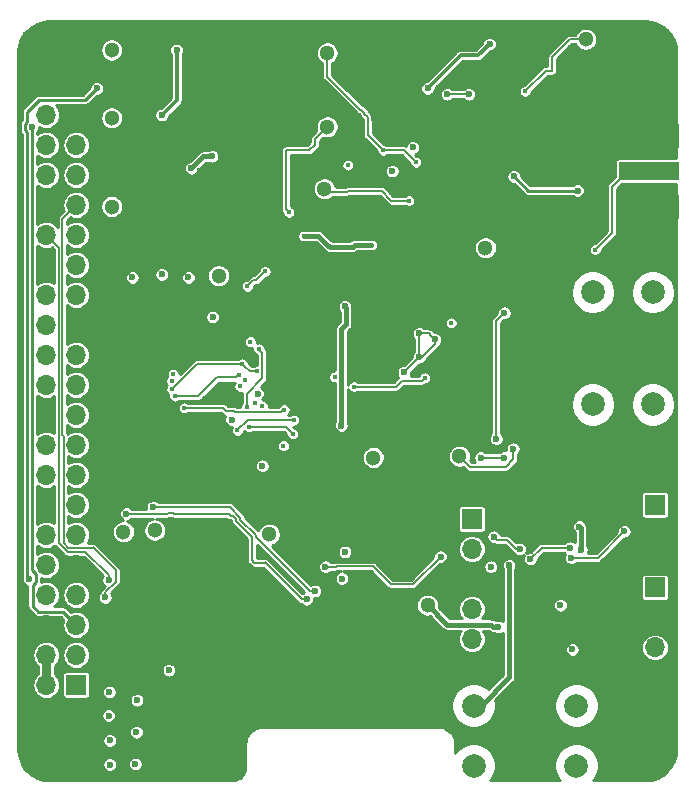
<source format=gbl>
G04 #@! TF.GenerationSoftware,KiCad,Pcbnew,(5.1.4)-1*
G04 #@! TF.CreationDate,2020-03-14T18:34:21+01:00*
G04 #@! TF.ProjectId,rf-receiver,72662d72-6563-4656-9976-65722e6b6963,Rev 2*
G04 #@! TF.SameCoordinates,Original*
G04 #@! TF.FileFunction,Copper,L4,Bot*
G04 #@! TF.FilePolarity,Positive*
%FSLAX46Y46*%
G04 Gerber Fmt 4.6, Leading zero omitted, Abs format (unit mm)*
G04 Created by KiCad (PCBNEW (5.1.4)-1) date 2020-03-14 18:34:21*
%MOMM*%
%LPD*%
G04 APERTURE LIST*
%ADD10C,1.300000*%
%ADD11C,6.400000*%
%ADD12R,5.080000X2.000000*%
%ADD13R,5.080000X1.500000*%
%ADD14C,2.000000*%
%ADD15O,1.700000X1.700000*%
%ADD16R,1.700000X1.700000*%
%ADD17C,0.600000*%
%ADD18C,0.450000*%
%ADD19C,0.200000*%
%ADD20C,0.400000*%
%ADD21C,0.800000*%
%ADD22C,0.150000*%
%ADD23C,0.350000*%
%ADD24C,0.250000*%
%ADD25C,0.254000*%
G04 APERTURE END LIST*
D10*
X123400000Y-59600000D03*
X109200000Y-94900000D03*
X97700000Y-79500000D03*
X92300000Y-79600000D03*
X83250000Y-73750000D03*
X83250000Y-66250000D03*
X83250000Y-60500000D03*
X110000000Y-107500000D03*
X105400000Y-95000000D03*
X112700000Y-94900000D03*
X91200000Y-101150000D03*
X86900000Y-101150000D03*
X101500000Y-60750000D03*
X101250000Y-72250000D03*
X96600000Y-101500000D03*
X114900000Y-77250000D03*
X111000000Y-77250000D03*
X101500000Y-67000000D03*
X84250000Y-101300000D03*
D11*
X79000000Y-119250000D03*
X128000000Y-119250000D03*
X128000000Y-61250000D03*
X79000000Y-61250000D03*
D12*
X128750000Y-67750000D03*
X128750000Y-73750000D03*
D13*
X128750000Y-70750000D03*
D14*
X122600000Y-121080000D03*
X122600000Y-116000000D03*
X129080000Y-90500000D03*
X124000000Y-90500000D03*
X129080000Y-81000000D03*
X124000000Y-81000000D03*
X113900000Y-121080000D03*
X113900000Y-116000000D03*
D15*
X129250000Y-101540000D03*
D16*
X129250000Y-99000000D03*
D15*
X113750000Y-110370000D03*
X113750000Y-107830000D03*
X113750000Y-105290000D03*
X113750000Y-102750000D03*
D16*
X113750000Y-100210000D03*
D15*
X77710000Y-65990000D03*
X80250000Y-65990000D03*
X77710000Y-68530000D03*
X80250000Y-68530000D03*
X77710000Y-71070000D03*
X80250000Y-71070000D03*
X77710000Y-73610000D03*
X80250000Y-73610000D03*
X77710000Y-76150000D03*
X80250000Y-76150000D03*
X77710000Y-78690000D03*
X80250000Y-78690000D03*
X77710000Y-81230000D03*
X80250000Y-81230000D03*
X77710000Y-83770000D03*
X80250000Y-83770000D03*
X77710000Y-86310000D03*
X80250000Y-86310000D03*
X77710000Y-88850000D03*
X80250000Y-88850000D03*
X77710000Y-91390000D03*
X80250000Y-91390000D03*
X77710000Y-93930000D03*
X80250000Y-93930000D03*
X77710000Y-96470000D03*
X80250000Y-96470000D03*
X77710000Y-99010000D03*
X80250000Y-99010000D03*
X77710000Y-101550000D03*
X80250000Y-101550000D03*
X77710000Y-104090000D03*
X80250000Y-104090000D03*
X77710000Y-106630000D03*
X80250000Y-106630000D03*
X77710000Y-109170000D03*
X80250000Y-109170000D03*
X77710000Y-111710000D03*
X80250000Y-111710000D03*
X77710000Y-114250000D03*
D16*
X80250000Y-114250000D03*
X129250000Y-106000000D03*
D15*
X129250000Y-108540000D03*
X129250000Y-111080000D03*
D17*
X91800000Y-83100000D03*
X96000000Y-95700000D03*
D18*
X98250000Y-74250000D03*
X105250000Y-77000000D03*
X99500000Y-76250000D03*
X108400010Y-73250000D03*
X94750000Y-80500000D03*
X96250000Y-79250000D03*
X109000000Y-70000000D03*
X106250000Y-69000000D03*
X103250000Y-70250000D03*
X95000000Y-85200000D03*
D17*
X103000000Y-115000000D03*
X87250000Y-72000000D03*
X85250000Y-72000000D03*
X85250000Y-70250000D03*
X85250000Y-67000000D03*
X85250000Y-65750000D03*
X85250000Y-64250000D03*
X85250000Y-61250000D03*
X85250000Y-59500000D03*
X87250000Y-59500000D03*
X90750000Y-59500000D03*
X93250000Y-59500000D03*
X96750000Y-59500000D03*
X98750000Y-59500000D03*
X98750000Y-61250000D03*
X98750000Y-67000000D03*
X98750000Y-65500000D03*
X98750000Y-64250000D03*
X98750000Y-71750000D03*
X98750000Y-70250000D03*
X96750000Y-72000000D03*
X93250000Y-72000000D03*
X90750000Y-72000000D03*
X113300000Y-75400000D03*
X112100000Y-75400000D03*
X110900000Y-75400000D03*
X107700000Y-75500000D03*
X106700000Y-75500000D03*
X105600000Y-75500000D03*
X104600000Y-75500000D03*
X104100000Y-74800000D03*
X104100000Y-73500000D03*
X104100000Y-71900000D03*
X104100000Y-68500000D03*
X104100000Y-66500000D03*
X104100000Y-62800000D03*
X104100000Y-61800000D03*
X104100000Y-60900000D03*
X104100000Y-59900000D03*
X104400000Y-59100000D03*
X105500000Y-59100000D03*
X106500000Y-59100000D03*
X107600000Y-59100000D03*
X110600000Y-59100000D03*
X111300000Y-59100000D03*
X112200000Y-59100000D03*
X113000000Y-59100000D03*
X113800000Y-59100000D03*
X105300000Y-80050000D03*
X106500000Y-79250000D03*
X107600000Y-79250000D03*
X110600000Y-79250000D03*
X111600000Y-79250000D03*
X112500000Y-79250000D03*
X113500000Y-79250000D03*
X116700000Y-79250000D03*
X117800000Y-79250000D03*
X118800000Y-79450000D03*
X118700000Y-84250000D03*
X118700000Y-85150000D03*
X118800000Y-85950000D03*
X118700000Y-87050000D03*
X118700000Y-90050000D03*
X118700000Y-90950000D03*
X118400000Y-91750000D03*
X117600000Y-91750000D03*
X116700000Y-91750000D03*
X110600000Y-91750000D03*
X111700000Y-91750000D03*
X112600000Y-91750000D03*
X113500000Y-91750000D03*
X90550000Y-98300000D03*
X91450000Y-98300000D03*
X92450000Y-98200000D03*
X93450000Y-98200000D03*
X97050000Y-98200000D03*
X98350000Y-98300000D03*
X99250000Y-98300000D03*
X100150000Y-98000000D03*
X100150000Y-96700000D03*
X100150000Y-95600000D03*
X100150000Y-94600000D03*
X100150000Y-91200000D03*
X100150000Y-89800000D03*
X100150000Y-88600000D03*
X93350000Y-82000000D03*
X92450000Y-82000000D03*
X91450000Y-82000000D03*
X90550000Y-82000000D03*
X87350000Y-81900000D03*
X86050000Y-81900000D03*
X84950000Y-82000000D03*
X83850000Y-82000000D03*
X83850000Y-83000000D03*
X83850000Y-84100000D03*
X83850000Y-85400000D03*
X83850000Y-89100000D03*
X83850000Y-90500000D03*
X83850000Y-91500000D03*
X83750000Y-95600000D03*
X83750000Y-97200000D03*
X83750000Y-98200000D03*
X84850000Y-98200000D03*
X86050000Y-98200000D03*
X87350000Y-98200000D03*
X107250000Y-91750000D03*
X105250000Y-91750000D03*
X105250000Y-90000000D03*
X105250000Y-87000000D03*
X105250000Y-85500000D03*
X105250000Y-84000000D03*
X105250000Y-81000000D03*
X105250000Y-79250000D03*
X96950000Y-82000000D03*
X98500000Y-82000000D03*
X99500000Y-82000000D03*
X100250000Y-82750000D03*
X100250000Y-84000000D03*
X100250000Y-85500000D03*
X117500000Y-84000000D03*
X117750000Y-85750000D03*
X117750000Y-81000000D03*
X117250000Y-80250000D03*
X106750000Y-102000000D03*
X108500000Y-101750000D03*
X86250000Y-78500000D03*
X92000000Y-78000000D03*
X92000000Y-76250000D03*
X92000000Y-74500000D03*
X105500000Y-61750000D03*
X107750000Y-61500000D03*
X109500000Y-59750000D03*
X110250000Y-60250000D03*
X90500000Y-67500000D03*
X93500000Y-58500000D03*
X91000000Y-58500000D03*
X84500000Y-93000000D03*
X85500000Y-90000000D03*
X105250000Y-82500000D03*
X76000000Y-59250000D03*
X75500000Y-61000000D03*
X75500000Y-62500000D03*
X75500000Y-64250000D03*
X75500000Y-66000000D03*
X75500000Y-68000000D03*
X75500000Y-70000000D03*
X75500000Y-72250000D03*
X75500000Y-74250000D03*
X75500000Y-76250000D03*
X75500000Y-78500000D03*
X75500000Y-80750000D03*
X75500000Y-83000000D03*
X75500000Y-85250000D03*
X75500000Y-87500000D03*
X75500000Y-89750000D03*
X75500000Y-92250000D03*
X75500000Y-94750000D03*
X75500000Y-97000000D03*
X75500000Y-99000000D03*
X75500000Y-101250000D03*
X75500000Y-103500000D03*
X75500000Y-105750000D03*
X75500000Y-107750000D03*
X75500000Y-109500000D03*
X75500000Y-111500000D03*
X75500000Y-113500000D03*
X75500000Y-115500000D03*
X97500000Y-68750000D03*
X97000000Y-70500000D03*
X95250000Y-70750000D03*
X96000000Y-69000000D03*
X93000000Y-70000000D03*
X91500000Y-68750000D03*
X90750000Y-70750000D03*
X89000000Y-70750000D03*
X87000000Y-70750000D03*
X86500000Y-65500000D03*
X87500000Y-64750000D03*
X89500000Y-69500000D03*
X105500000Y-70000000D03*
X105500000Y-71750000D03*
X105500000Y-73250000D03*
X106500000Y-74000000D03*
X108750000Y-74000000D03*
X111000000Y-74000000D03*
X108750000Y-72250000D03*
X108000000Y-70750000D03*
X107000000Y-72500000D03*
X106500000Y-70000000D03*
X117300000Y-75400000D03*
X118700000Y-75400000D03*
X114000000Y-66500000D03*
X113700000Y-74100000D03*
X113500000Y-72000000D03*
X112000000Y-72900000D03*
X111750000Y-60000000D03*
X113250000Y-60000000D03*
X111250000Y-66500000D03*
X105500000Y-66250000D03*
X88750000Y-81750000D03*
X116750000Y-87750000D03*
X117750000Y-87750000D03*
X107250000Y-90500000D03*
X106250000Y-89750000D03*
X106250000Y-88250000D03*
X107250000Y-88250000D03*
X106500000Y-87000000D03*
X106500000Y-86000000D03*
X106500000Y-85250000D03*
X106500000Y-84250000D03*
X106500000Y-83250000D03*
X106500000Y-80750000D03*
X106500000Y-82000000D03*
X107500000Y-83250000D03*
X107500000Y-82000000D03*
X107500000Y-80500000D03*
X115500000Y-79750000D03*
X114500000Y-79000000D03*
X88250000Y-94500000D03*
X88250000Y-95500000D03*
X88150000Y-96800000D03*
X86000000Y-84400000D03*
X84950000Y-84400000D03*
X84000000Y-87250000D03*
X85950000Y-95600000D03*
X85250000Y-95600000D03*
X118730000Y-80575000D03*
X87750000Y-66750000D03*
X104750000Y-101750000D03*
X106750000Y-104000000D03*
X104563927Y-64786094D03*
X97500000Y-64500000D03*
X96500000Y-64500000D03*
X95250000Y-64500000D03*
X92000000Y-59500000D03*
X92000000Y-72000000D03*
X88250000Y-100250000D03*
X87500000Y-102500000D03*
X82500000Y-100500000D03*
X93750000Y-102250000D03*
X93250000Y-100500000D03*
X95250000Y-100500000D03*
X95750000Y-103000000D03*
X99500000Y-104750000D03*
X97500000Y-100000000D03*
X99500000Y-100250000D03*
X100250000Y-101250000D03*
X103250000Y-99750000D03*
X101500000Y-95000000D03*
X101500000Y-97500000D03*
X111100000Y-95700000D03*
X107400000Y-95700000D03*
X108750000Y-97750000D03*
X110250000Y-99000000D03*
X111000000Y-94300000D03*
X115000000Y-82750000D03*
X114000000Y-84500000D03*
X114000000Y-85750000D03*
X118750000Y-82500000D03*
X117750000Y-82750000D03*
X114500000Y-80250000D03*
X114000000Y-88000000D03*
X114250000Y-90750000D03*
X114750000Y-92000000D03*
X114250000Y-93250000D03*
X109500000Y-91250000D03*
X110500000Y-87500000D03*
D18*
X110750000Y-86250000D03*
D17*
X108500000Y-64750000D03*
X111000000Y-63750000D03*
X92750000Y-60500000D03*
X91500000Y-60500000D03*
X96000000Y-63250000D03*
X95000000Y-60000000D03*
X92000000Y-64750000D03*
X88000000Y-69000000D03*
X85500000Y-68750000D03*
X100500000Y-114500000D03*
X100000000Y-116000000D03*
X98500000Y-116750000D03*
X101500000Y-116750000D03*
X103750000Y-116750000D03*
X105750000Y-116750000D03*
X105750000Y-115250000D03*
X105250000Y-113750000D03*
X105500000Y-111750000D03*
X94050000Y-107600000D03*
X94000000Y-109700000D03*
X98300000Y-107500000D03*
X98300000Y-109350000D03*
X96300000Y-105950000D03*
X120950000Y-92700000D03*
X119550000Y-94200000D03*
X93900000Y-118550000D03*
X93200000Y-119950000D03*
X90750000Y-121100000D03*
X88200000Y-121050000D03*
X87950000Y-118600000D03*
X87950000Y-115900000D03*
X89900000Y-115300000D03*
X91750000Y-113200000D03*
X91750000Y-110500000D03*
X88100000Y-110100000D03*
X85700000Y-110500000D03*
X89500000Y-113650000D03*
X94250000Y-111750000D03*
X75850000Y-116900000D03*
X130750000Y-114500000D03*
X130750000Y-115700000D03*
X130850000Y-117100000D03*
X126050000Y-122250000D03*
X124400000Y-118500000D03*
X124900000Y-116950000D03*
X126000000Y-115950000D03*
X127600000Y-115350000D03*
X129650000Y-115550000D03*
X129200000Y-113950000D03*
X128000000Y-113350000D03*
X126400000Y-112950000D03*
X126550000Y-114450000D03*
X124650000Y-115200000D03*
X125050000Y-113700000D03*
X124450000Y-112850000D03*
X121850000Y-112400000D03*
X120750000Y-113500000D03*
X119400000Y-113700000D03*
X118300000Y-112400000D03*
X120400000Y-112450000D03*
X117750000Y-110850000D03*
X119450000Y-110850000D03*
X121350000Y-110700000D03*
X122550000Y-109850000D03*
X120350000Y-109750000D03*
X118450000Y-109800000D03*
X127350000Y-106950000D03*
X127350000Y-108500000D03*
X127350000Y-110350000D03*
X130750000Y-103800000D03*
X129450000Y-103750000D03*
X127700000Y-103750000D03*
X127150000Y-104800000D03*
X127000000Y-100250000D03*
X127000000Y-102600000D03*
X125750000Y-103650000D03*
X122250000Y-108250000D03*
X118750000Y-108400000D03*
X118100000Y-97750000D03*
X117950000Y-99200000D03*
X117950000Y-101150000D03*
X121650000Y-98700000D03*
X121750000Y-100100000D03*
X127050000Y-97000000D03*
X126850000Y-98450000D03*
X105450000Y-96550000D03*
X107250000Y-97800000D03*
X103500000Y-94650000D03*
X102250000Y-96500000D03*
X103950000Y-97950000D03*
X101550000Y-99600000D03*
X103200000Y-101300000D03*
X101700000Y-102200000D03*
X100450000Y-103050000D03*
X98250000Y-102800000D03*
X98400000Y-101400000D03*
X94400000Y-103150000D03*
X92950000Y-103150000D03*
X89700000Y-103000000D03*
X89400000Y-101300000D03*
X82700000Y-102000000D03*
X82450000Y-94400000D03*
X82350000Y-96150000D03*
X82450000Y-97700000D03*
X82400000Y-92700000D03*
X82400000Y-90950000D03*
X82450000Y-88700000D03*
X82400000Y-86300000D03*
X82450000Y-83800000D03*
X82400000Y-81500000D03*
X82550000Y-80400000D03*
X83950000Y-78100000D03*
X82350000Y-78050000D03*
X82300000Y-76500000D03*
X82350000Y-75000000D03*
X83800000Y-76450000D03*
X83950000Y-75000000D03*
X82400000Y-72500000D03*
X83950000Y-72350000D03*
X84000000Y-69500000D03*
X82300000Y-69200000D03*
X83150000Y-71300000D03*
X82300000Y-67200000D03*
X84200000Y-67300000D03*
X84050000Y-65000000D03*
X82150000Y-65200000D03*
X80950000Y-58200000D03*
X82100000Y-59450000D03*
X83750000Y-58550000D03*
X86000000Y-58200000D03*
X88700000Y-58250000D03*
X95050000Y-58300000D03*
X97150000Y-58300000D03*
X99650000Y-58300000D03*
X100000000Y-59650000D03*
X100050000Y-61300000D03*
X100000000Y-62700000D03*
X100000000Y-64850000D03*
X100000000Y-67050000D03*
X100600000Y-69350000D03*
X102750000Y-68950000D03*
X102800000Y-66200000D03*
X101700000Y-68250000D03*
X102950000Y-62900000D03*
X102950000Y-60900000D03*
X102900000Y-59000000D03*
X130450000Y-87950000D03*
X127600000Y-88000000D03*
X122950000Y-88000000D03*
X122300000Y-84950000D03*
X120300000Y-83600000D03*
X120150000Y-81500000D03*
X120050000Y-79050000D03*
X122550000Y-78900000D03*
X124950000Y-78300000D03*
X130550000Y-78350000D03*
X121000000Y-78000000D03*
X117750000Y-76900000D03*
X112600000Y-77000000D03*
X109250000Y-77000000D03*
X107850000Y-77500000D03*
X104700000Y-77800000D03*
X106350000Y-77650000D03*
X103550000Y-78750000D03*
X103550000Y-80150000D03*
X103800000Y-82350000D03*
X102400000Y-83450000D03*
X102500000Y-80850000D03*
X103850000Y-84200000D03*
X103500000Y-85350000D03*
X103450000Y-86800000D03*
X101600000Y-86700000D03*
X101550000Y-88700000D03*
X101550000Y-90200000D03*
X101600000Y-91550000D03*
X122150000Y-58700000D03*
X124750000Y-58750000D03*
X124500000Y-60500000D03*
X122100000Y-60300000D03*
X124400000Y-62600000D03*
X126600000Y-64650000D03*
X130650000Y-64650000D03*
X128550000Y-64800000D03*
X86250000Y-75400000D03*
X122750000Y-92450000D03*
X124450000Y-92600000D03*
X127400000Y-92450000D03*
X114000000Y-97950000D03*
X112000000Y-98000000D03*
X111000000Y-100400000D03*
X110950000Y-102050000D03*
X111150000Y-104400000D03*
X126250000Y-83250000D03*
X124350000Y-83300000D03*
X121900000Y-82200000D03*
X121900000Y-80200000D03*
X109200000Y-93300000D03*
X116600000Y-96500000D03*
X90700000Y-91600000D03*
X102009123Y-76528377D03*
X93231052Y-90515029D03*
X98537500Y-89250000D03*
X97100000Y-90400000D03*
X88700000Y-83300000D03*
X88700000Y-84700000D03*
X88900000Y-86500000D03*
X90500000Y-83100000D03*
X90600000Y-84600000D03*
X91400000Y-85600000D03*
X93200000Y-85500000D03*
X92400000Y-84100000D03*
X93600000Y-83100000D03*
X94000000Y-84700000D03*
X95000000Y-84100000D03*
X95000000Y-83000000D03*
X97200000Y-83100000D03*
X98800000Y-83100000D03*
X98800000Y-84500000D03*
X98400000Y-85700000D03*
X96700000Y-85700000D03*
X97100000Y-84500000D03*
X97800000Y-88000000D03*
X98800000Y-95100000D03*
X98700000Y-96600000D03*
X96700000Y-96800000D03*
X95000000Y-97000000D03*
X92400000Y-93700000D03*
X92400000Y-92400000D03*
X90700000Y-92500000D03*
X90700000Y-93700000D03*
X90100000Y-94900000D03*
X90200000Y-96500000D03*
X92400000Y-96600000D03*
X88700000Y-91100000D03*
X88700000Y-92500000D03*
X120000000Y-73000000D03*
X120000000Y-68500000D03*
X124500000Y-63900000D03*
X123000000Y-68400000D03*
X122250000Y-73000000D03*
X122750000Y-77500000D03*
X126750000Y-75750000D03*
X129000000Y-75750000D03*
X129750000Y-77000000D03*
X119800000Y-64600000D03*
X123200000Y-61600000D03*
X115600000Y-71200000D03*
D18*
X95396472Y-90343421D03*
X89400000Y-90800000D03*
X97849656Y-90950344D03*
D17*
X88100000Y-113000000D03*
X87500000Y-79499978D03*
X84999996Y-79750000D03*
X89750000Y-79750000D03*
X103000022Y-103000000D03*
X102750000Y-105250000D03*
X83050000Y-114850000D03*
X85350000Y-118250000D03*
X83000000Y-116850000D03*
X83100000Y-118950000D03*
X83100000Y-121000000D03*
X85250000Y-120950000D03*
X85400000Y-115550000D03*
X100449999Y-106300001D03*
X86753435Y-99199990D03*
X121250000Y-107500000D03*
D18*
X94000000Y-88000000D03*
X88600000Y-89800000D03*
D17*
X122250000Y-111250000D03*
X84500000Y-99750000D03*
X99750000Y-107000000D03*
X113500000Y-64250000D03*
X111654970Y-64250000D03*
D18*
X109750000Y-88250000D03*
X103750000Y-89000000D03*
X88343119Y-89220919D03*
X95524990Y-87700000D03*
X94297609Y-87074564D03*
D17*
X117250000Y-94250000D03*
D18*
X88450000Y-87950000D03*
X94524998Y-88475002D03*
X88332328Y-88538361D03*
X112000000Y-83600000D03*
X102124990Y-88179950D03*
X94102601Y-88974990D03*
X118250000Y-64000000D03*
D17*
X110000000Y-63750000D03*
X115250000Y-60000000D03*
X107000000Y-70750000D03*
X108750000Y-68750000D03*
X116000000Y-109350000D03*
X123000000Y-102800000D03*
X122850000Y-100850000D03*
X95600000Y-89600000D03*
X102700000Y-92300000D03*
X103000000Y-82200000D03*
X93400000Y-91800000D03*
X109287500Y-86500000D03*
X109287500Y-84500000D03*
X116500000Y-95000000D03*
X114500000Y-95000000D03*
X108000000Y-87775024D03*
X110623920Y-85007531D03*
X116500000Y-82750000D03*
X115800010Y-93424132D03*
D18*
X94864119Y-92414988D03*
X98583517Y-92996704D03*
X94700000Y-90700000D03*
X95700000Y-85800000D03*
D17*
X126650000Y-101250000D03*
X122150000Y-103500000D03*
X101350000Y-104250000D03*
X111100000Y-103400000D03*
X115600000Y-101700000D03*
X117800000Y-102750000D03*
X76500000Y-67000000D03*
X82000000Y-63750000D03*
X76250000Y-105250000D03*
X122050000Y-102650000D03*
X118700000Y-103600000D03*
X115350000Y-104250000D03*
X87500000Y-66000000D03*
X90000000Y-70500000D03*
X91750000Y-69500000D03*
X88750000Y-60500000D03*
X116900000Y-104125010D03*
X82700000Y-106850000D03*
X82997378Y-105385881D03*
D18*
X124200000Y-77400000D03*
D17*
X117300000Y-71200000D03*
X122700000Y-72400000D03*
D18*
X93901387Y-92705968D03*
X98680376Y-91837570D03*
X97800000Y-94000000D03*
X96004935Y-90633168D03*
D19*
X98000000Y-74000000D02*
X98250000Y-74250000D01*
X98000000Y-69000000D02*
X98000000Y-74000000D01*
X100000000Y-69000000D02*
X98000000Y-69000000D01*
X100500001Y-68499999D02*
X100000000Y-69000000D01*
X101500000Y-67000000D02*
X100500001Y-67999999D01*
X100500001Y-67999999D02*
X100500001Y-68499999D01*
D20*
X103837998Y-77000000D02*
X103659620Y-77178378D01*
X105250000Y-77000000D02*
X103837998Y-77000000D01*
X103659620Y-77178378D02*
X101697122Y-77178378D01*
X100750000Y-76250000D02*
X99500000Y-76250000D01*
X101697122Y-77178378D02*
X101518744Y-77000000D01*
X101518744Y-77000000D02*
X101500000Y-77000000D01*
X101500000Y-77000000D02*
X100750000Y-76250000D01*
D19*
X101750000Y-72500000D02*
X101500000Y-72250000D01*
X103174264Y-72500000D02*
X101750000Y-72500000D01*
X103224265Y-72449999D02*
X103174264Y-72500000D01*
X106135997Y-72449999D02*
X103224265Y-72449999D01*
X108400010Y-73250000D02*
X106935998Y-73250000D01*
X106935998Y-73250000D02*
X106135997Y-72449999D01*
X94750000Y-80500000D02*
X95250000Y-80000000D01*
X95250000Y-80000000D02*
X95500000Y-80000000D01*
X95500000Y-80000000D02*
X96250000Y-79250000D01*
X109000000Y-70000000D02*
X108000000Y-69000000D01*
X106674264Y-69000000D02*
X106250000Y-69000000D01*
X108000000Y-69000000D02*
X106674264Y-69000000D01*
X101500000Y-62750000D02*
X101500000Y-60750000D01*
X104299999Y-65549999D02*
X101500000Y-62750000D01*
X104364001Y-65549999D02*
X104299999Y-65549999D01*
X104650001Y-65835999D02*
X104364001Y-65549999D01*
X104650001Y-65900001D02*
X104650001Y-65835999D01*
X106250000Y-69000000D02*
X104949999Y-67699999D01*
X104949999Y-67699999D02*
X104949999Y-66199999D01*
X104949999Y-66199999D02*
X104650001Y-65900001D01*
X120000000Y-74462500D02*
X120000000Y-73000000D01*
X120000000Y-69962500D02*
X120000000Y-68500000D01*
X120000000Y-65462500D02*
X120000000Y-64800000D01*
X120000000Y-64800000D02*
X119800000Y-64600000D01*
X122000000Y-61725000D02*
X122675000Y-61725000D01*
X122675000Y-61725000D02*
X122800000Y-61600000D01*
X92967051Y-91065030D02*
X93579032Y-91065030D01*
X93689345Y-91175343D02*
X97624657Y-91175343D01*
X93579032Y-91065030D02*
X93689345Y-91175343D01*
X97624657Y-91175343D02*
X97849656Y-90950344D01*
X92702021Y-90800000D02*
X92967051Y-91065030D01*
X89400000Y-90800000D02*
X92702021Y-90800000D01*
D21*
X77710000Y-114250000D02*
X77710000Y-111710000D01*
D19*
X94150012Y-100091020D02*
X93258982Y-99199990D01*
X93258982Y-99199990D02*
X87177699Y-99199990D01*
X87177699Y-99199990D02*
X86753435Y-99199990D01*
X100449999Y-106300001D02*
X100025735Y-106300001D01*
X95491019Y-101596029D02*
X94150012Y-100255022D01*
X94150012Y-100255022D02*
X94150012Y-100091020D01*
X100025735Y-106300001D02*
X95491019Y-101765285D01*
X95491019Y-101765285D02*
X95491019Y-101596029D01*
X93775001Y-88224999D02*
X92175001Y-88224999D01*
X94000000Y-88000000D02*
X93775001Y-88224999D01*
X92175001Y-88224999D02*
X90600000Y-89800000D01*
X90600000Y-89800000D02*
X88600000Y-89800000D01*
X95141008Y-103700000D02*
X95341020Y-103900012D01*
X95141008Y-101741008D02*
X95141008Y-103700000D01*
X93800001Y-100400001D02*
X95141008Y-101741008D01*
X93800001Y-100235999D02*
X93800001Y-100400001D01*
X95341020Y-103900012D02*
X96158981Y-103900011D01*
X93514001Y-99949999D02*
X93800001Y-100235999D01*
X99325736Y-107000000D02*
X99750000Y-107000000D01*
X88514001Y-99699999D02*
X88564002Y-99750000D01*
X93349999Y-99949999D02*
X93514001Y-99949999D01*
X96192364Y-103866628D02*
X99325736Y-107000000D01*
X88564002Y-99750000D02*
X93150000Y-99750000D01*
X84500000Y-99750000D02*
X87935998Y-99750000D01*
X93150000Y-99750000D02*
X93349999Y-99949999D01*
X87935998Y-99750000D02*
X87985999Y-99699999D01*
X96158981Y-103900011D02*
X96192364Y-103866628D01*
X87985999Y-99699999D02*
X88514001Y-99699999D01*
X113500000Y-64250000D02*
X112000000Y-64250000D01*
X112000000Y-64250000D02*
X111654970Y-64250000D01*
X109750000Y-88250000D02*
X109500000Y-88500000D01*
X107814002Y-88500000D02*
X107314002Y-89000000D01*
X109500000Y-88500000D02*
X107814002Y-88500000D01*
X107314002Y-89000000D02*
X103750000Y-89000000D01*
X88343119Y-89220919D02*
X90489474Y-87074564D01*
X93979411Y-87074564D02*
X94297609Y-87074564D01*
X94522608Y-87299563D02*
X94297609Y-87074564D01*
X90489474Y-87074564D02*
X93979411Y-87074564D01*
X94923045Y-87700000D02*
X94522608Y-87299563D01*
X95524990Y-87700000D02*
X94923045Y-87700000D01*
X113600000Y-95800000D02*
X112700000Y-94900000D01*
X116600000Y-95800000D02*
X113600000Y-95800000D01*
X117250000Y-94250000D02*
X117250000Y-95150000D01*
X117250000Y-95150000D02*
X116600000Y-95800000D01*
X120000000Y-62250000D02*
X118250000Y-64000000D01*
D22*
X120550000Y-61072998D02*
X120550000Y-62250000D01*
X122022998Y-59600000D02*
X120550000Y-61072998D01*
X123400000Y-59600000D02*
X122022998Y-59600000D01*
D19*
X120550000Y-62250000D02*
X120000000Y-62250000D01*
D23*
X114287500Y-60962500D02*
X115250000Y-60000000D01*
X110000000Y-63750000D02*
X112787500Y-60962500D01*
X112787500Y-60962500D02*
X114287500Y-60962500D01*
D20*
X115375736Y-109150000D02*
X115575736Y-109350000D01*
X110000000Y-107500000D02*
X111650000Y-109150000D01*
X111650000Y-109150000D02*
X115375736Y-109150000D01*
X115575736Y-109350000D02*
X116000000Y-109350000D01*
X123000000Y-102800000D02*
X123000000Y-101000000D01*
X123000000Y-101000000D02*
X122850000Y-100850000D01*
X102700000Y-92300000D02*
X102700000Y-91875736D01*
X102700000Y-84112002D02*
X103100000Y-83712002D01*
X102700000Y-91875736D02*
X102700000Y-84112002D01*
X103100000Y-83712002D02*
X103100000Y-82300000D01*
X103100000Y-82300000D02*
X103000000Y-82200000D01*
D19*
X109287500Y-84500000D02*
X109287500Y-86500000D01*
X109287500Y-84500000D02*
X110116389Y-84500000D01*
X110116389Y-84500000D02*
X110323921Y-84707532D01*
X110323921Y-84707532D02*
X110623920Y-85007531D01*
X116500000Y-95000000D02*
X114500000Y-95000000D01*
X108012476Y-87775024D02*
X109287500Y-86500000D01*
X108000000Y-87775024D02*
X108012476Y-87775024D01*
X110623920Y-85376080D02*
X110623920Y-85007531D01*
X109287500Y-86500000D02*
X109500000Y-86500000D01*
X109500000Y-86500000D02*
X110623920Y-85376080D01*
X115800010Y-83449990D02*
X115800010Y-92999868D01*
X116500000Y-82750000D02*
X115800010Y-83449990D01*
X115800010Y-92999868D02*
X115800010Y-93424132D01*
X98001801Y-92414988D02*
X98358518Y-92771705D01*
X98358518Y-92771705D02*
X98583517Y-92996704D01*
X94864119Y-92414988D02*
X98001801Y-92414988D01*
X94700000Y-89600000D02*
X96000000Y-88300000D01*
X95924999Y-86024999D02*
X95700000Y-85800000D01*
X94700000Y-90700000D02*
X94700000Y-89600000D01*
X96000000Y-88300000D02*
X96000000Y-86100000D01*
X96000000Y-86100000D02*
X95924999Y-86024999D01*
X126650000Y-101250000D02*
X124400000Y-103500000D01*
X124400000Y-103500000D02*
X122150000Y-103500000D01*
D22*
X102257999Y-104224999D02*
X105374999Y-104224999D01*
X101350000Y-104250000D02*
X102232998Y-104250000D01*
X102232998Y-104250000D02*
X102257999Y-104224999D01*
X105374999Y-104224999D02*
X106900000Y-105750000D01*
X106900000Y-105750000D02*
X108750000Y-105750000D01*
X108750000Y-105750000D02*
X111100000Y-103400000D01*
X115899999Y-101999999D02*
X116749999Y-101999999D01*
X115600000Y-101700000D02*
X115899999Y-101999999D01*
X116749999Y-101999999D02*
X117500000Y-102750000D01*
X117500000Y-102750000D02*
X117800000Y-102750000D01*
D24*
X77044999Y-108044999D02*
X76575001Y-107575001D01*
X79124999Y-108044999D02*
X77044999Y-108044999D01*
X76575001Y-107575001D02*
X76575001Y-105776001D01*
X76575001Y-105776001D02*
X76825029Y-105525973D01*
X76500000Y-104545002D02*
X76500000Y-67424264D01*
X76500000Y-67424264D02*
X76500000Y-67000000D01*
X76825029Y-104870031D02*
X76500000Y-104545002D01*
X80250000Y-109170000D02*
X79124999Y-108044999D01*
X76825029Y-105525973D02*
X76825029Y-104870031D01*
D19*
X122050000Y-102650000D02*
X119650000Y-102650000D01*
X119650000Y-102650000D02*
X118700000Y-103600000D01*
D24*
X75924999Y-67276001D02*
X76075001Y-67426003D01*
X81024999Y-64725001D02*
X77073999Y-64725001D01*
X76075001Y-105075001D02*
X76250000Y-105250000D01*
X77073999Y-64725001D02*
X76075001Y-65723999D01*
X82000000Y-63750000D02*
X81024999Y-64725001D01*
X76075001Y-67426003D02*
X76075001Y-105075001D01*
X76075001Y-66573997D02*
X75924999Y-66723999D01*
X75924999Y-66723999D02*
X75924999Y-67276001D01*
X76075001Y-65723999D02*
X76075001Y-66573997D01*
D20*
X90000000Y-70500000D02*
X91000000Y-69500000D01*
X91000000Y-69500000D02*
X91750000Y-69500000D01*
D23*
X88750000Y-60924264D02*
X88750000Y-60500000D01*
X88750000Y-64750000D02*
X88750000Y-60924264D01*
X87500000Y-66000000D02*
X88750000Y-64750000D01*
D20*
X116900000Y-104549274D02*
X116900000Y-104125010D01*
X114500000Y-116000000D02*
X116900000Y-113600000D01*
X116900000Y-113600000D02*
X116900000Y-104549274D01*
D22*
X82700000Y-106425736D02*
X83600000Y-105525736D01*
X82700000Y-106850000D02*
X82700000Y-106425736D01*
X83600000Y-105525736D02*
X83600000Y-104550000D01*
X83600000Y-104550000D02*
X81650000Y-102600000D01*
X81624999Y-102625001D02*
X79575001Y-102625001D01*
X81650000Y-102600000D02*
X81624999Y-102625001D01*
X79174999Y-102224999D02*
X79174999Y-93175001D01*
X79575001Y-102625001D02*
X79174999Y-102224999D01*
X79400001Y-74459999D02*
X80250000Y-73610000D01*
X79085012Y-74774988D02*
X79400001Y-74459999D01*
X79085012Y-93085013D02*
X79085012Y-74774988D01*
X79174999Y-93175001D02*
X79085012Y-93085013D01*
X81035770Y-103000009D02*
X82997378Y-104961617D01*
X82997378Y-104961617D02*
X82997378Y-105385881D01*
X79525730Y-103000009D02*
X81035770Y-103000009D01*
X78785001Y-77225001D02*
X78785001Y-102259280D01*
X77710000Y-76150000D02*
X78785001Y-77225001D01*
X78785001Y-102259280D02*
X79525730Y-103000009D01*
D19*
X125600000Y-72110000D02*
X125600000Y-76000000D01*
X125600000Y-76000000D02*
X124200000Y-77400000D01*
X126960000Y-70750000D02*
X128750000Y-70750000D01*
X125600000Y-72110000D02*
X126960000Y-70750000D01*
D24*
X118500000Y-72400000D02*
X117300000Y-71200000D01*
X122700000Y-72400000D02*
X118500000Y-72400000D01*
D19*
X93901387Y-92705968D02*
X94769785Y-91837570D01*
X94769785Y-91837570D02*
X98362178Y-91837570D01*
X98362178Y-91837570D02*
X98680376Y-91837570D01*
D25*
G36*
X128959124Y-58128729D02*
G01*
X129448860Y-58276587D01*
X129900547Y-58516754D01*
X130296983Y-58840080D01*
X130623065Y-59234245D01*
X130866380Y-59684248D01*
X131017655Y-60172937D01*
X131072996Y-60699468D01*
X131073000Y-60700740D01*
X131073000Y-69671418D01*
X126210000Y-69671418D01*
X126145897Y-69677732D01*
X126084257Y-69696430D01*
X126027450Y-69726794D01*
X125977657Y-69767657D01*
X125936794Y-69817450D01*
X125906430Y-69874257D01*
X125887732Y-69935897D01*
X125881418Y-70000000D01*
X125881418Y-71224714D01*
X125312900Y-71793232D01*
X125296605Y-71806605D01*
X125283233Y-71822899D01*
X125283232Y-71822900D01*
X125243245Y-71871624D01*
X125231689Y-71893245D01*
X125203595Y-71945805D01*
X125179178Y-72026294D01*
X125173000Y-72089023D01*
X125173000Y-72089033D01*
X125170935Y-72110000D01*
X125173000Y-72130967D01*
X125173001Y-75823130D01*
X124148132Y-76848000D01*
X124145633Y-76848000D01*
X124038988Y-76869213D01*
X123938530Y-76910824D01*
X123848120Y-76971234D01*
X123771234Y-77048120D01*
X123710824Y-77138530D01*
X123669213Y-77238988D01*
X123648000Y-77345633D01*
X123648000Y-77454367D01*
X123669213Y-77561012D01*
X123710824Y-77661470D01*
X123771234Y-77751880D01*
X123848120Y-77828766D01*
X123938530Y-77889176D01*
X124038988Y-77930787D01*
X124145633Y-77952000D01*
X124254367Y-77952000D01*
X124361012Y-77930787D01*
X124461470Y-77889176D01*
X124551880Y-77828766D01*
X124628766Y-77751880D01*
X124689176Y-77661470D01*
X124730787Y-77561012D01*
X124752000Y-77454367D01*
X124752000Y-77451868D01*
X125887105Y-76316764D01*
X125903395Y-76303395D01*
X125916764Y-76287105D01*
X125916768Y-76287101D01*
X125956755Y-76238377D01*
X125996404Y-76164197D01*
X125996405Y-76164196D01*
X126020822Y-76083707D01*
X126027000Y-76020978D01*
X126027000Y-76020967D01*
X126029065Y-76000000D01*
X126027000Y-75979033D01*
X126027000Y-72286868D01*
X126485286Y-71828582D01*
X131073000Y-71828582D01*
X131073001Y-119681548D01*
X131021271Y-120209124D01*
X130873411Y-120698862D01*
X130633248Y-121150544D01*
X130309920Y-121546983D01*
X129915755Y-121873065D01*
X129465752Y-122116380D01*
X128977065Y-122267655D01*
X128450532Y-122322996D01*
X128449260Y-122323000D01*
X124011479Y-122323000D01*
X124057961Y-122276518D01*
X124263376Y-121969093D01*
X124404868Y-121627501D01*
X124477000Y-121264868D01*
X124477000Y-120895132D01*
X124404868Y-120532499D01*
X124263376Y-120190907D01*
X124057961Y-119883482D01*
X123796518Y-119622039D01*
X123489093Y-119416624D01*
X123147501Y-119275132D01*
X122784868Y-119203000D01*
X122415132Y-119203000D01*
X122052499Y-119275132D01*
X121710907Y-119416624D01*
X121403482Y-119622039D01*
X121142039Y-119883482D01*
X120936624Y-120190907D01*
X120795132Y-120532499D01*
X120723000Y-120895132D01*
X120723000Y-121264868D01*
X120795132Y-121627501D01*
X120936624Y-121969093D01*
X121142039Y-122276518D01*
X121188521Y-122323000D01*
X115311479Y-122323000D01*
X115357961Y-122276518D01*
X115563376Y-121969093D01*
X115704868Y-121627501D01*
X115777000Y-121264868D01*
X115777000Y-120895132D01*
X115704868Y-120532499D01*
X115563376Y-120190907D01*
X115357961Y-119883482D01*
X115096518Y-119622039D01*
X114789093Y-119416624D01*
X114447501Y-119275132D01*
X114084868Y-119203000D01*
X113715132Y-119203000D01*
X113352499Y-119275132D01*
X113010907Y-119416624D01*
X112703482Y-119622039D01*
X112442039Y-119883482D01*
X112327000Y-120055650D01*
X112327000Y-119181481D01*
X112325381Y-119165041D01*
X112325424Y-119158849D01*
X112324911Y-119153610D01*
X112304510Y-118959514D01*
X112297634Y-118926017D01*
X112291236Y-118892480D01*
X112289715Y-118887440D01*
X112232003Y-118701002D01*
X112218761Y-118669500D01*
X112205962Y-118637822D01*
X112203491Y-118633174D01*
X112110666Y-118461497D01*
X112091570Y-118433186D01*
X112072848Y-118404577D01*
X112069521Y-118400497D01*
X111945117Y-118250120D01*
X111920883Y-118226055D01*
X111896965Y-118201631D01*
X111892909Y-118198275D01*
X111741667Y-118074925D01*
X111713200Y-118056011D01*
X111685013Y-118036712D01*
X111680383Y-118034208D01*
X111508060Y-117942583D01*
X111476533Y-117929589D01*
X111445064Y-117916101D01*
X111440035Y-117914545D01*
X111253199Y-117858135D01*
X111219640Y-117851490D01*
X111186258Y-117844395D01*
X111181023Y-117843844D01*
X110986789Y-117824799D01*
X110986785Y-117824799D01*
X110968519Y-117823000D01*
X95931481Y-117823000D01*
X95915041Y-117824619D01*
X95908849Y-117824576D01*
X95903610Y-117825089D01*
X95709514Y-117845490D01*
X95676017Y-117852366D01*
X95642480Y-117858764D01*
X95637442Y-117860284D01*
X95637436Y-117860286D01*
X95451002Y-117917997D01*
X95419500Y-117931239D01*
X95387822Y-117944038D01*
X95383174Y-117946509D01*
X95211497Y-118039334D01*
X95183186Y-118058430D01*
X95154577Y-118077152D01*
X95150497Y-118080479D01*
X95000120Y-118204883D01*
X94976055Y-118229117D01*
X94951631Y-118253035D01*
X94948275Y-118257091D01*
X94824925Y-118408333D01*
X94806011Y-118436800D01*
X94786712Y-118464987D01*
X94784208Y-118469617D01*
X94692583Y-118641940D01*
X94679589Y-118673467D01*
X94666101Y-118704936D01*
X94664545Y-118709965D01*
X94608135Y-118896801D01*
X94601490Y-118930360D01*
X94594395Y-118963742D01*
X94593844Y-118968977D01*
X94574799Y-119163211D01*
X94574799Y-119163216D01*
X94573000Y-119181482D01*
X94573001Y-121181550D01*
X94549839Y-121417776D01*
X94486595Y-121627252D01*
X94383865Y-121820458D01*
X94245567Y-121990028D01*
X94076959Y-122129512D01*
X93884480Y-122233586D01*
X93675448Y-122298292D01*
X93440361Y-122323000D01*
X77968442Y-122323000D01*
X77440876Y-122271271D01*
X76951138Y-122123411D01*
X76499456Y-121883248D01*
X76103017Y-121559920D01*
X75776935Y-121165755D01*
X75653922Y-120938246D01*
X82473000Y-120938246D01*
X82473000Y-121061754D01*
X82497095Y-121182889D01*
X82544360Y-121296996D01*
X82612977Y-121399689D01*
X82700311Y-121487023D01*
X82803004Y-121555640D01*
X82917111Y-121602905D01*
X83038246Y-121627000D01*
X83161754Y-121627000D01*
X83282889Y-121602905D01*
X83396996Y-121555640D01*
X83499689Y-121487023D01*
X83587023Y-121399689D01*
X83655640Y-121296996D01*
X83702905Y-121182889D01*
X83727000Y-121061754D01*
X83727000Y-120938246D01*
X83717055Y-120888246D01*
X84623000Y-120888246D01*
X84623000Y-121011754D01*
X84647095Y-121132889D01*
X84694360Y-121246996D01*
X84762977Y-121349689D01*
X84850311Y-121437023D01*
X84953004Y-121505640D01*
X85067111Y-121552905D01*
X85188246Y-121577000D01*
X85311754Y-121577000D01*
X85432889Y-121552905D01*
X85546996Y-121505640D01*
X85649689Y-121437023D01*
X85737023Y-121349689D01*
X85805640Y-121246996D01*
X85852905Y-121132889D01*
X85877000Y-121011754D01*
X85877000Y-120888246D01*
X85852905Y-120767111D01*
X85805640Y-120653004D01*
X85737023Y-120550311D01*
X85649689Y-120462977D01*
X85546996Y-120394360D01*
X85432889Y-120347095D01*
X85311754Y-120323000D01*
X85188246Y-120323000D01*
X85067111Y-120347095D01*
X84953004Y-120394360D01*
X84850311Y-120462977D01*
X84762977Y-120550311D01*
X84694360Y-120653004D01*
X84647095Y-120767111D01*
X84623000Y-120888246D01*
X83717055Y-120888246D01*
X83702905Y-120817111D01*
X83655640Y-120703004D01*
X83587023Y-120600311D01*
X83499689Y-120512977D01*
X83396996Y-120444360D01*
X83282889Y-120397095D01*
X83161754Y-120373000D01*
X83038246Y-120373000D01*
X82917111Y-120397095D01*
X82803004Y-120444360D01*
X82700311Y-120512977D01*
X82612977Y-120600311D01*
X82544360Y-120703004D01*
X82497095Y-120817111D01*
X82473000Y-120938246D01*
X75653922Y-120938246D01*
X75533620Y-120715752D01*
X75382345Y-120227065D01*
X75327004Y-119700532D01*
X75327000Y-119699260D01*
X75327000Y-118888246D01*
X82473000Y-118888246D01*
X82473000Y-119011754D01*
X82497095Y-119132889D01*
X82544360Y-119246996D01*
X82612977Y-119349689D01*
X82700311Y-119437023D01*
X82803004Y-119505640D01*
X82917111Y-119552905D01*
X83038246Y-119577000D01*
X83161754Y-119577000D01*
X83282889Y-119552905D01*
X83396996Y-119505640D01*
X83499689Y-119437023D01*
X83587023Y-119349689D01*
X83655640Y-119246996D01*
X83702905Y-119132889D01*
X83727000Y-119011754D01*
X83727000Y-118888246D01*
X83702905Y-118767111D01*
X83655640Y-118653004D01*
X83587023Y-118550311D01*
X83499689Y-118462977D01*
X83396996Y-118394360D01*
X83282889Y-118347095D01*
X83161754Y-118323000D01*
X83038246Y-118323000D01*
X82917111Y-118347095D01*
X82803004Y-118394360D01*
X82700311Y-118462977D01*
X82612977Y-118550311D01*
X82544360Y-118653004D01*
X82497095Y-118767111D01*
X82473000Y-118888246D01*
X75327000Y-118888246D01*
X75327000Y-118188246D01*
X84723000Y-118188246D01*
X84723000Y-118311754D01*
X84747095Y-118432889D01*
X84794360Y-118546996D01*
X84862977Y-118649689D01*
X84950311Y-118737023D01*
X85053004Y-118805640D01*
X85167111Y-118852905D01*
X85288246Y-118877000D01*
X85411754Y-118877000D01*
X85532889Y-118852905D01*
X85646996Y-118805640D01*
X85749689Y-118737023D01*
X85837023Y-118649689D01*
X85905640Y-118546996D01*
X85952905Y-118432889D01*
X85977000Y-118311754D01*
X85977000Y-118188246D01*
X85952905Y-118067111D01*
X85905640Y-117953004D01*
X85837023Y-117850311D01*
X85749689Y-117762977D01*
X85646996Y-117694360D01*
X85532889Y-117647095D01*
X85411754Y-117623000D01*
X85288246Y-117623000D01*
X85167111Y-117647095D01*
X85053004Y-117694360D01*
X84950311Y-117762977D01*
X84862977Y-117850311D01*
X84794360Y-117953004D01*
X84747095Y-118067111D01*
X84723000Y-118188246D01*
X75327000Y-118188246D01*
X75327000Y-116788246D01*
X82373000Y-116788246D01*
X82373000Y-116911754D01*
X82397095Y-117032889D01*
X82444360Y-117146996D01*
X82512977Y-117249689D01*
X82600311Y-117337023D01*
X82703004Y-117405640D01*
X82817111Y-117452905D01*
X82938246Y-117477000D01*
X83061754Y-117477000D01*
X83182889Y-117452905D01*
X83296996Y-117405640D01*
X83399689Y-117337023D01*
X83487023Y-117249689D01*
X83555640Y-117146996D01*
X83602905Y-117032889D01*
X83627000Y-116911754D01*
X83627000Y-116788246D01*
X83602905Y-116667111D01*
X83555640Y-116553004D01*
X83487023Y-116450311D01*
X83399689Y-116362977D01*
X83296996Y-116294360D01*
X83182889Y-116247095D01*
X83061754Y-116223000D01*
X82938246Y-116223000D01*
X82817111Y-116247095D01*
X82703004Y-116294360D01*
X82600311Y-116362977D01*
X82512977Y-116450311D01*
X82444360Y-116553004D01*
X82397095Y-116667111D01*
X82373000Y-116788246D01*
X75327000Y-116788246D01*
X75327000Y-115488246D01*
X84773000Y-115488246D01*
X84773000Y-115611754D01*
X84797095Y-115732889D01*
X84844360Y-115846996D01*
X84912977Y-115949689D01*
X85000311Y-116037023D01*
X85103004Y-116105640D01*
X85217111Y-116152905D01*
X85338246Y-116177000D01*
X85461754Y-116177000D01*
X85582889Y-116152905D01*
X85696996Y-116105640D01*
X85799689Y-116037023D01*
X85887023Y-115949689D01*
X85955640Y-115846996D01*
X86002905Y-115732889D01*
X86027000Y-115611754D01*
X86027000Y-115488246D01*
X86002905Y-115367111D01*
X85955640Y-115253004D01*
X85887023Y-115150311D01*
X85799689Y-115062977D01*
X85696996Y-114994360D01*
X85582889Y-114947095D01*
X85461754Y-114923000D01*
X85338246Y-114923000D01*
X85217111Y-114947095D01*
X85103004Y-114994360D01*
X85000311Y-115062977D01*
X84912977Y-115150311D01*
X84844360Y-115253004D01*
X84797095Y-115367111D01*
X84773000Y-115488246D01*
X75327000Y-115488246D01*
X75327000Y-111710000D01*
X76527306Y-111710000D01*
X76550031Y-111940732D01*
X76617333Y-112162597D01*
X76726626Y-112367070D01*
X76873709Y-112546291D01*
X76983001Y-112635984D01*
X76983000Y-113324016D01*
X76873709Y-113413709D01*
X76726626Y-113592930D01*
X76617333Y-113797403D01*
X76550031Y-114019268D01*
X76527306Y-114250000D01*
X76550031Y-114480732D01*
X76617333Y-114702597D01*
X76726626Y-114907070D01*
X76873709Y-115086291D01*
X77052930Y-115233374D01*
X77257403Y-115342667D01*
X77479268Y-115409969D01*
X77652188Y-115427000D01*
X77767812Y-115427000D01*
X77940732Y-115409969D01*
X78162597Y-115342667D01*
X78367070Y-115233374D01*
X78546291Y-115086291D01*
X78693374Y-114907070D01*
X78802667Y-114702597D01*
X78869969Y-114480732D01*
X78892694Y-114250000D01*
X78869969Y-114019268D01*
X78802667Y-113797403D01*
X78693374Y-113592930D01*
X78546291Y-113413709D01*
X78529587Y-113400000D01*
X79071418Y-113400000D01*
X79071418Y-115100000D01*
X79077732Y-115164103D01*
X79096430Y-115225743D01*
X79126794Y-115282550D01*
X79167657Y-115332343D01*
X79217450Y-115373206D01*
X79274257Y-115403570D01*
X79335897Y-115422268D01*
X79400000Y-115428582D01*
X81100000Y-115428582D01*
X81164103Y-115422268D01*
X81225743Y-115403570D01*
X81282550Y-115373206D01*
X81332343Y-115332343D01*
X81373206Y-115282550D01*
X81403570Y-115225743D01*
X81422268Y-115164103D01*
X81428582Y-115100000D01*
X81428582Y-114788246D01*
X82423000Y-114788246D01*
X82423000Y-114911754D01*
X82447095Y-115032889D01*
X82494360Y-115146996D01*
X82562977Y-115249689D01*
X82650311Y-115337023D01*
X82753004Y-115405640D01*
X82867111Y-115452905D01*
X82988246Y-115477000D01*
X83111754Y-115477000D01*
X83232889Y-115452905D01*
X83346996Y-115405640D01*
X83449689Y-115337023D01*
X83537023Y-115249689D01*
X83605640Y-115146996D01*
X83652905Y-115032889D01*
X83677000Y-114911754D01*
X83677000Y-114788246D01*
X83652905Y-114667111D01*
X83605640Y-114553004D01*
X83537023Y-114450311D01*
X83449689Y-114362977D01*
X83346996Y-114294360D01*
X83232889Y-114247095D01*
X83111754Y-114223000D01*
X82988246Y-114223000D01*
X82867111Y-114247095D01*
X82753004Y-114294360D01*
X82650311Y-114362977D01*
X82562977Y-114450311D01*
X82494360Y-114553004D01*
X82447095Y-114667111D01*
X82423000Y-114788246D01*
X81428582Y-114788246D01*
X81428582Y-113400000D01*
X81422268Y-113335897D01*
X81403570Y-113274257D01*
X81373206Y-113217450D01*
X81332343Y-113167657D01*
X81282550Y-113126794D01*
X81225743Y-113096430D01*
X81164103Y-113077732D01*
X81100000Y-113071418D01*
X79400000Y-113071418D01*
X79335897Y-113077732D01*
X79274257Y-113096430D01*
X79217450Y-113126794D01*
X79167657Y-113167657D01*
X79126794Y-113217450D01*
X79096430Y-113274257D01*
X79077732Y-113335897D01*
X79071418Y-113400000D01*
X78529587Y-113400000D01*
X78437000Y-113324016D01*
X78437000Y-112938246D01*
X87473000Y-112938246D01*
X87473000Y-113061754D01*
X87497095Y-113182889D01*
X87544360Y-113296996D01*
X87612977Y-113399689D01*
X87700311Y-113487023D01*
X87803004Y-113555640D01*
X87917111Y-113602905D01*
X88038246Y-113627000D01*
X88161754Y-113627000D01*
X88282889Y-113602905D01*
X88396996Y-113555640D01*
X88499689Y-113487023D01*
X88587023Y-113399689D01*
X88655640Y-113296996D01*
X88702905Y-113182889D01*
X88727000Y-113061754D01*
X88727000Y-112938246D01*
X88702905Y-112817111D01*
X88655640Y-112703004D01*
X88587023Y-112600311D01*
X88499689Y-112512977D01*
X88396996Y-112444360D01*
X88282889Y-112397095D01*
X88161754Y-112373000D01*
X88038246Y-112373000D01*
X87917111Y-112397095D01*
X87803004Y-112444360D01*
X87700311Y-112512977D01*
X87612977Y-112600311D01*
X87544360Y-112703004D01*
X87497095Y-112817111D01*
X87473000Y-112938246D01*
X78437000Y-112938246D01*
X78437000Y-112635984D01*
X78546291Y-112546291D01*
X78693374Y-112367070D01*
X78802667Y-112162597D01*
X78869969Y-111940732D01*
X78892694Y-111710000D01*
X79067306Y-111710000D01*
X79090031Y-111940732D01*
X79157333Y-112162597D01*
X79266626Y-112367070D01*
X79413709Y-112546291D01*
X79592930Y-112693374D01*
X79797403Y-112802667D01*
X80019268Y-112869969D01*
X80192188Y-112887000D01*
X80307812Y-112887000D01*
X80480732Y-112869969D01*
X80702597Y-112802667D01*
X80907070Y-112693374D01*
X81086291Y-112546291D01*
X81233374Y-112367070D01*
X81342667Y-112162597D01*
X81409969Y-111940732D01*
X81432694Y-111710000D01*
X81409969Y-111479268D01*
X81342667Y-111257403D01*
X81233374Y-111052930D01*
X81086291Y-110873709D01*
X80907070Y-110726626D01*
X80702597Y-110617333D01*
X80480732Y-110550031D01*
X80307812Y-110533000D01*
X80192188Y-110533000D01*
X80019268Y-110550031D01*
X79797403Y-110617333D01*
X79592930Y-110726626D01*
X79413709Y-110873709D01*
X79266626Y-111052930D01*
X79157333Y-111257403D01*
X79090031Y-111479268D01*
X79067306Y-111710000D01*
X78892694Y-111710000D01*
X78869969Y-111479268D01*
X78802667Y-111257403D01*
X78693374Y-111052930D01*
X78546291Y-110873709D01*
X78367070Y-110726626D01*
X78162597Y-110617333D01*
X77940732Y-110550031D01*
X77767812Y-110533000D01*
X77652188Y-110533000D01*
X77479268Y-110550031D01*
X77257403Y-110617333D01*
X77052930Y-110726626D01*
X76873709Y-110873709D01*
X76726626Y-111052930D01*
X76617333Y-111257403D01*
X76550031Y-111479268D01*
X76527306Y-111710000D01*
X75327000Y-111710000D01*
X75327000Y-66723999D01*
X75470812Y-66723999D01*
X75472999Y-66746205D01*
X75473000Y-67253787D01*
X75470812Y-67276001D01*
X75479539Y-67364608D01*
X75505385Y-67449810D01*
X75525276Y-67487023D01*
X75547357Y-67528334D01*
X75603841Y-67597160D01*
X75621095Y-67611320D01*
X75623001Y-67613226D01*
X75623002Y-105052786D01*
X75620814Y-105075001D01*
X75628998Y-105158093D01*
X75623000Y-105188246D01*
X75623000Y-105311754D01*
X75647095Y-105432889D01*
X75694360Y-105546996D01*
X75762977Y-105649689D01*
X75850311Y-105737023D01*
X75953004Y-105805640D01*
X76067111Y-105852905D01*
X76123002Y-105864022D01*
X76123001Y-107552796D01*
X76120814Y-107575001D01*
X76129541Y-107663608D01*
X76135390Y-107682889D01*
X76155387Y-107748810D01*
X76197358Y-107827333D01*
X76253842Y-107896160D01*
X76271101Y-107910324D01*
X76709680Y-108348904D01*
X76723840Y-108366158D01*
X76792666Y-108422642D01*
X76871189Y-108464613D01*
X76956391Y-108490459D01*
X77044999Y-108499186D01*
X77067204Y-108496999D01*
X78937776Y-108496999D01*
X79157628Y-108716851D01*
X79157333Y-108717403D01*
X79090031Y-108939268D01*
X79067306Y-109170000D01*
X79090031Y-109400732D01*
X79157333Y-109622597D01*
X79266626Y-109827070D01*
X79413709Y-110006291D01*
X79592930Y-110153374D01*
X79797403Y-110262667D01*
X80019268Y-110329969D01*
X80192188Y-110347000D01*
X80307812Y-110347000D01*
X80480732Y-110329969D01*
X80702597Y-110262667D01*
X80907070Y-110153374D01*
X81086291Y-110006291D01*
X81233374Y-109827070D01*
X81342667Y-109622597D01*
X81409969Y-109400732D01*
X81432694Y-109170000D01*
X81409969Y-108939268D01*
X81342667Y-108717403D01*
X81233374Y-108512930D01*
X81086291Y-108333709D01*
X80907070Y-108186626D01*
X80702597Y-108077333D01*
X80480732Y-108010031D01*
X80307812Y-107993000D01*
X80192188Y-107993000D01*
X80019268Y-108010031D01*
X79797403Y-108077333D01*
X79796851Y-108077628D01*
X79460322Y-107741099D01*
X79446158Y-107723840D01*
X79377332Y-107667356D01*
X79298809Y-107625385D01*
X79213606Y-107599539D01*
X79147204Y-107592999D01*
X79124999Y-107590812D01*
X79102794Y-107592999D01*
X78391897Y-107592999D01*
X78546291Y-107466291D01*
X78693374Y-107287070D01*
X78802667Y-107082597D01*
X78869969Y-106860732D01*
X78892694Y-106630000D01*
X79067306Y-106630000D01*
X79090031Y-106860732D01*
X79157333Y-107082597D01*
X79266626Y-107287070D01*
X79413709Y-107466291D01*
X79592930Y-107613374D01*
X79797403Y-107722667D01*
X80019268Y-107789969D01*
X80192188Y-107807000D01*
X80307812Y-107807000D01*
X80480732Y-107789969D01*
X80702597Y-107722667D01*
X80907070Y-107613374D01*
X81086291Y-107466291D01*
X81233374Y-107287070D01*
X81342667Y-107082597D01*
X81409969Y-106860732D01*
X81432694Y-106630000D01*
X81409969Y-106399268D01*
X81342667Y-106177403D01*
X81233374Y-105972930D01*
X81086291Y-105793709D01*
X80907070Y-105646626D01*
X80702597Y-105537333D01*
X80480732Y-105470031D01*
X80307812Y-105453000D01*
X80192188Y-105453000D01*
X80019268Y-105470031D01*
X79797403Y-105537333D01*
X79592930Y-105646626D01*
X79413709Y-105793709D01*
X79266626Y-105972930D01*
X79157333Y-106177403D01*
X79090031Y-106399268D01*
X79067306Y-106630000D01*
X78892694Y-106630000D01*
X78869969Y-106399268D01*
X78802667Y-106177403D01*
X78693374Y-105972930D01*
X78546291Y-105793709D01*
X78367070Y-105646626D01*
X78162597Y-105537333D01*
X77940732Y-105470031D01*
X77767812Y-105453000D01*
X77652188Y-105453000D01*
X77479268Y-105470031D01*
X77278734Y-105530862D01*
X77279216Y-105525973D01*
X77277029Y-105503768D01*
X77277029Y-105188620D01*
X77479268Y-105249969D01*
X77652188Y-105267000D01*
X77767812Y-105267000D01*
X77940732Y-105249969D01*
X78162597Y-105182667D01*
X78367070Y-105073374D01*
X78546291Y-104926291D01*
X78693374Y-104747070D01*
X78802667Y-104542597D01*
X78869969Y-104320732D01*
X78892694Y-104090000D01*
X78869969Y-103859268D01*
X78802667Y-103637403D01*
X78693374Y-103432930D01*
X78546291Y-103253709D01*
X78367070Y-103106626D01*
X78162597Y-102997333D01*
X77940732Y-102930031D01*
X77767812Y-102913000D01*
X77652188Y-102913000D01*
X77479268Y-102930031D01*
X77257403Y-102997333D01*
X77052930Y-103106626D01*
X76952000Y-103189457D01*
X76952000Y-102450543D01*
X77052930Y-102533374D01*
X77257403Y-102642667D01*
X77479268Y-102709969D01*
X77652188Y-102727000D01*
X77767812Y-102727000D01*
X77940732Y-102709969D01*
X78162597Y-102642667D01*
X78367070Y-102533374D01*
X78442567Y-102471415D01*
X78449134Y-102483700D01*
X78499370Y-102544912D01*
X78514706Y-102557498D01*
X79227509Y-103270302D01*
X79240098Y-103285641D01*
X79255434Y-103298227D01*
X79255436Y-103298229D01*
X79261976Y-103303596D01*
X79301310Y-103335877D01*
X79371147Y-103373206D01*
X79446924Y-103396192D01*
X79505983Y-103402009D01*
X79505990Y-103402009D01*
X79525730Y-103403953D01*
X79545469Y-103402009D01*
X80869257Y-103402009D01*
X82487558Y-105020311D01*
X82441738Y-105088885D01*
X82394473Y-105202992D01*
X82370378Y-105324127D01*
X82370378Y-105447635D01*
X82394473Y-105568770D01*
X82441738Y-105682877D01*
X82510355Y-105785570D01*
X82597689Y-105872904D01*
X82649620Y-105907603D01*
X82429705Y-106127518D01*
X82414369Y-106140104D01*
X82364133Y-106201316D01*
X82326804Y-106271153D01*
X82303817Y-106346931D01*
X82302372Y-106361600D01*
X82300311Y-106362977D01*
X82212977Y-106450311D01*
X82144360Y-106553004D01*
X82097095Y-106667111D01*
X82073000Y-106788246D01*
X82073000Y-106911754D01*
X82097095Y-107032889D01*
X82144360Y-107146996D01*
X82212977Y-107249689D01*
X82300311Y-107337023D01*
X82403004Y-107405640D01*
X82517111Y-107452905D01*
X82638246Y-107477000D01*
X82761754Y-107477000D01*
X82882889Y-107452905D01*
X82996996Y-107405640D01*
X83099689Y-107337023D01*
X83187023Y-107249689D01*
X83255640Y-107146996D01*
X83302905Y-107032889D01*
X83327000Y-106911754D01*
X83327000Y-106788246D01*
X83302905Y-106667111D01*
X83255640Y-106553004D01*
X83209820Y-106484429D01*
X83870297Y-105823953D01*
X83885632Y-105811368D01*
X83935868Y-105750156D01*
X83973197Y-105680319D01*
X83996183Y-105604542D01*
X84002000Y-105545483D01*
X84002000Y-105545476D01*
X84003944Y-105525737D01*
X84002000Y-105505997D01*
X84002000Y-104569739D01*
X84003944Y-104549999D01*
X84002000Y-104530260D01*
X84002000Y-104530253D01*
X83996183Y-104471194D01*
X83973197Y-104395417D01*
X83935868Y-104325580D01*
X83885632Y-104264368D01*
X83870295Y-104251781D01*
X81948222Y-102329709D01*
X81935632Y-102314368D01*
X81874419Y-102264132D01*
X81804583Y-102226804D01*
X81728805Y-102203817D01*
X81650000Y-102196056D01*
X81571195Y-102203817D01*
X81507954Y-102223001D01*
X81220300Y-102223001D01*
X81233374Y-102207070D01*
X81342667Y-102002597D01*
X81409969Y-101780732D01*
X81432694Y-101550000D01*
X81409969Y-101319268D01*
X81374935Y-101203774D01*
X83273000Y-101203774D01*
X83273000Y-101396226D01*
X83310546Y-101584980D01*
X83384194Y-101762783D01*
X83491115Y-101922801D01*
X83627199Y-102058885D01*
X83787217Y-102165806D01*
X83965020Y-102239454D01*
X84153774Y-102277000D01*
X84346226Y-102277000D01*
X84534980Y-102239454D01*
X84712783Y-102165806D01*
X84872801Y-102058885D01*
X85008885Y-101922801D01*
X85115806Y-101762783D01*
X85189454Y-101584980D01*
X85227000Y-101396226D01*
X85227000Y-101203774D01*
X85189454Y-101015020D01*
X85115806Y-100837217D01*
X85008885Y-100677199D01*
X84872801Y-100541115D01*
X84712783Y-100434194D01*
X84570503Y-100375260D01*
X84682889Y-100352905D01*
X84796996Y-100305640D01*
X84899689Y-100237023D01*
X84959712Y-100177000D01*
X86783665Y-100177000D01*
X86615020Y-100210546D01*
X86437217Y-100284194D01*
X86277199Y-100391115D01*
X86141115Y-100527199D01*
X86034194Y-100687217D01*
X85960546Y-100865020D01*
X85923000Y-101053774D01*
X85923000Y-101246226D01*
X85960546Y-101434980D01*
X86034194Y-101612783D01*
X86141115Y-101772801D01*
X86277199Y-101908885D01*
X86437217Y-102015806D01*
X86615020Y-102089454D01*
X86803774Y-102127000D01*
X86996226Y-102127000D01*
X87184980Y-102089454D01*
X87362783Y-102015806D01*
X87522801Y-101908885D01*
X87658885Y-101772801D01*
X87765806Y-101612783D01*
X87839454Y-101434980D01*
X87877000Y-101246226D01*
X87877000Y-101053774D01*
X87839454Y-100865020D01*
X87765806Y-100687217D01*
X87658885Y-100527199D01*
X87522801Y-100391115D01*
X87362783Y-100284194D01*
X87184980Y-100210546D01*
X87016335Y-100177000D01*
X87915031Y-100177000D01*
X87935998Y-100179065D01*
X87956965Y-100177000D01*
X87956976Y-100177000D01*
X88019705Y-100170822D01*
X88100194Y-100146405D01*
X88136500Y-100126999D01*
X88363500Y-100126999D01*
X88399806Y-100146405D01*
X88480295Y-100170822D01*
X88543024Y-100177000D01*
X88543034Y-100177000D01*
X88564001Y-100179065D01*
X88584968Y-100177000D01*
X92973131Y-100177000D01*
X93033235Y-100237104D01*
X93046604Y-100253394D01*
X93062894Y-100266763D01*
X93062898Y-100266767D01*
X93096521Y-100294360D01*
X93111623Y-100306754D01*
X93185803Y-100346404D01*
X93266292Y-100370821D01*
X93329021Y-100376999D01*
X93329033Y-100376999D01*
X93338018Y-100377884D01*
X93372116Y-100411982D01*
X93373001Y-100420968D01*
X93373001Y-100420979D01*
X93379179Y-100483708D01*
X93403596Y-100564197D01*
X93443246Y-100638377D01*
X93496606Y-100703396D01*
X93512900Y-100716768D01*
X94714008Y-101917878D01*
X94714009Y-103679023D01*
X94711943Y-103700000D01*
X94714009Y-103720977D01*
X94714009Y-103720978D01*
X94720187Y-103783707D01*
X94741455Y-103853817D01*
X94744604Y-103864196D01*
X94784253Y-103938376D01*
X94824240Y-103987100D01*
X94824245Y-103987105D01*
X94837614Y-104003395D01*
X94853904Y-104016764D01*
X95024257Y-104187117D01*
X95037626Y-104203407D01*
X95053916Y-104216776D01*
X95053920Y-104216780D01*
X95102644Y-104256768D01*
X95169813Y-104292669D01*
X95176825Y-104296417D01*
X95257314Y-104320834D01*
X95320043Y-104327012D01*
X95320053Y-104327012D01*
X95341020Y-104329077D01*
X95361988Y-104327012D01*
X96048878Y-104327010D01*
X99008977Y-107287111D01*
X99022341Y-107303395D01*
X99038625Y-107316759D01*
X99038634Y-107316768D01*
X99087359Y-107356755D01*
X99125990Y-107377403D01*
X99161540Y-107396405D01*
X99242029Y-107420822D01*
X99288707Y-107425419D01*
X99350311Y-107487023D01*
X99453004Y-107555640D01*
X99567111Y-107602905D01*
X99688246Y-107627000D01*
X99811754Y-107627000D01*
X99932889Y-107602905D01*
X100046996Y-107555640D01*
X100149689Y-107487023D01*
X100232938Y-107403774D01*
X109023000Y-107403774D01*
X109023000Y-107596226D01*
X109060546Y-107784980D01*
X109134194Y-107962783D01*
X109241115Y-108122801D01*
X109377199Y-108258885D01*
X109537217Y-108365806D01*
X109715020Y-108439454D01*
X109903774Y-108477000D01*
X110096226Y-108477000D01*
X110209232Y-108454521D01*
X111259049Y-109504339D01*
X111275552Y-109524448D01*
X111355798Y-109590304D01*
X111447350Y-109639239D01*
X111546690Y-109669374D01*
X111624119Y-109677000D01*
X111624121Y-109677000D01*
X111649999Y-109679549D01*
X111675877Y-109677000D01*
X112796113Y-109677000D01*
X112766626Y-109712930D01*
X112657333Y-109917403D01*
X112590031Y-110139268D01*
X112567306Y-110370000D01*
X112590031Y-110600732D01*
X112657333Y-110822597D01*
X112766626Y-111027070D01*
X112913709Y-111206291D01*
X113092930Y-111353374D01*
X113297403Y-111462667D01*
X113519268Y-111529969D01*
X113692188Y-111547000D01*
X113807812Y-111547000D01*
X113980732Y-111529969D01*
X114202597Y-111462667D01*
X114407070Y-111353374D01*
X114586291Y-111206291D01*
X114733374Y-111027070D01*
X114842667Y-110822597D01*
X114909969Y-110600732D01*
X114932694Y-110370000D01*
X114909969Y-110139268D01*
X114842667Y-109917403D01*
X114733374Y-109712930D01*
X114703887Y-109677000D01*
X115157446Y-109677000D01*
X115184784Y-109704338D01*
X115201288Y-109724448D01*
X115281534Y-109790304D01*
X115373086Y-109839239D01*
X115472426Y-109869374D01*
X115575736Y-109879549D01*
X115601617Y-109877000D01*
X115660141Y-109877000D01*
X115703004Y-109905640D01*
X115817111Y-109952905D01*
X115938246Y-109977000D01*
X116061754Y-109977000D01*
X116182889Y-109952905D01*
X116296996Y-109905640D01*
X116373000Y-109854856D01*
X116373000Y-113381709D01*
X115154595Y-114600116D01*
X115096518Y-114542039D01*
X114789093Y-114336624D01*
X114447501Y-114195132D01*
X114084868Y-114123000D01*
X113715132Y-114123000D01*
X113352499Y-114195132D01*
X113010907Y-114336624D01*
X112703482Y-114542039D01*
X112442039Y-114803482D01*
X112236624Y-115110907D01*
X112095132Y-115452499D01*
X112023000Y-115815132D01*
X112023000Y-116184868D01*
X112095132Y-116547501D01*
X112236624Y-116889093D01*
X112442039Y-117196518D01*
X112703482Y-117457961D01*
X113010907Y-117663376D01*
X113352499Y-117804868D01*
X113715132Y-117877000D01*
X114084868Y-117877000D01*
X114447501Y-117804868D01*
X114789093Y-117663376D01*
X115096518Y-117457961D01*
X115357961Y-117196518D01*
X115563376Y-116889093D01*
X115704868Y-116547501D01*
X115777000Y-116184868D01*
X115777000Y-115815132D01*
X120723000Y-115815132D01*
X120723000Y-116184868D01*
X120795132Y-116547501D01*
X120936624Y-116889093D01*
X121142039Y-117196518D01*
X121403482Y-117457961D01*
X121710907Y-117663376D01*
X122052499Y-117804868D01*
X122415132Y-117877000D01*
X122784868Y-117877000D01*
X123147501Y-117804868D01*
X123489093Y-117663376D01*
X123796518Y-117457961D01*
X124057961Y-117196518D01*
X124263376Y-116889093D01*
X124404868Y-116547501D01*
X124477000Y-116184868D01*
X124477000Y-115815132D01*
X124404868Y-115452499D01*
X124263376Y-115110907D01*
X124057961Y-114803482D01*
X123796518Y-114542039D01*
X123489093Y-114336624D01*
X123147501Y-114195132D01*
X122784868Y-114123000D01*
X122415132Y-114123000D01*
X122052499Y-114195132D01*
X121710907Y-114336624D01*
X121403482Y-114542039D01*
X121142039Y-114803482D01*
X120936624Y-115110907D01*
X120795132Y-115452499D01*
X120723000Y-115815132D01*
X115777000Y-115815132D01*
X115719455Y-115525834D01*
X117254345Y-113990946D01*
X117274448Y-113974448D01*
X117340304Y-113894202D01*
X117389239Y-113802650D01*
X117419374Y-113703310D01*
X117427000Y-113625881D01*
X117427000Y-113625880D01*
X117429549Y-113600000D01*
X117427000Y-113574119D01*
X117427000Y-111188246D01*
X121623000Y-111188246D01*
X121623000Y-111311754D01*
X121647095Y-111432889D01*
X121694360Y-111546996D01*
X121762977Y-111649689D01*
X121850311Y-111737023D01*
X121953004Y-111805640D01*
X122067111Y-111852905D01*
X122188246Y-111877000D01*
X122311754Y-111877000D01*
X122432889Y-111852905D01*
X122546996Y-111805640D01*
X122649689Y-111737023D01*
X122737023Y-111649689D01*
X122805640Y-111546996D01*
X122852905Y-111432889D01*
X122877000Y-111311754D01*
X122877000Y-111188246D01*
X122855469Y-111080000D01*
X128067306Y-111080000D01*
X128090031Y-111310732D01*
X128157333Y-111532597D01*
X128266626Y-111737070D01*
X128413709Y-111916291D01*
X128592930Y-112063374D01*
X128797403Y-112172667D01*
X129019268Y-112239969D01*
X129192188Y-112257000D01*
X129307812Y-112257000D01*
X129480732Y-112239969D01*
X129702597Y-112172667D01*
X129907070Y-112063374D01*
X130086291Y-111916291D01*
X130233374Y-111737070D01*
X130342667Y-111532597D01*
X130409969Y-111310732D01*
X130432694Y-111080000D01*
X130409969Y-110849268D01*
X130342667Y-110627403D01*
X130233374Y-110422930D01*
X130086291Y-110243709D01*
X129907070Y-110096626D01*
X129702597Y-109987333D01*
X129480732Y-109920031D01*
X129307812Y-109903000D01*
X129192188Y-109903000D01*
X129019268Y-109920031D01*
X128797403Y-109987333D01*
X128592930Y-110096626D01*
X128413709Y-110243709D01*
X128266626Y-110422930D01*
X128157333Y-110627403D01*
X128090031Y-110849268D01*
X128067306Y-111080000D01*
X122855469Y-111080000D01*
X122852905Y-111067111D01*
X122805640Y-110953004D01*
X122737023Y-110850311D01*
X122649689Y-110762977D01*
X122546996Y-110694360D01*
X122432889Y-110647095D01*
X122311754Y-110623000D01*
X122188246Y-110623000D01*
X122067111Y-110647095D01*
X121953004Y-110694360D01*
X121850311Y-110762977D01*
X121762977Y-110850311D01*
X121694360Y-110953004D01*
X121647095Y-111067111D01*
X121623000Y-111188246D01*
X117427000Y-111188246D01*
X117427000Y-107438246D01*
X120623000Y-107438246D01*
X120623000Y-107561754D01*
X120647095Y-107682889D01*
X120694360Y-107796996D01*
X120762977Y-107899689D01*
X120850311Y-107987023D01*
X120953004Y-108055640D01*
X121067111Y-108102905D01*
X121188246Y-108127000D01*
X121311754Y-108127000D01*
X121432889Y-108102905D01*
X121546996Y-108055640D01*
X121649689Y-107987023D01*
X121737023Y-107899689D01*
X121805640Y-107796996D01*
X121852905Y-107682889D01*
X121877000Y-107561754D01*
X121877000Y-107438246D01*
X121852905Y-107317111D01*
X121805640Y-107203004D01*
X121737023Y-107100311D01*
X121649689Y-107012977D01*
X121546996Y-106944360D01*
X121432889Y-106897095D01*
X121311754Y-106873000D01*
X121188246Y-106873000D01*
X121067111Y-106897095D01*
X120953004Y-106944360D01*
X120850311Y-107012977D01*
X120762977Y-107100311D01*
X120694360Y-107203004D01*
X120647095Y-107317111D01*
X120623000Y-107438246D01*
X117427000Y-107438246D01*
X117427000Y-105150000D01*
X128071418Y-105150000D01*
X128071418Y-106850000D01*
X128077732Y-106914103D01*
X128096430Y-106975743D01*
X128126794Y-107032550D01*
X128167657Y-107082343D01*
X128217450Y-107123206D01*
X128274257Y-107153570D01*
X128335897Y-107172268D01*
X128400000Y-107178582D01*
X130100000Y-107178582D01*
X130164103Y-107172268D01*
X130225743Y-107153570D01*
X130282550Y-107123206D01*
X130332343Y-107082343D01*
X130373206Y-107032550D01*
X130403570Y-106975743D01*
X130422268Y-106914103D01*
X130428582Y-106850000D01*
X130428582Y-105150000D01*
X130422268Y-105085897D01*
X130403570Y-105024257D01*
X130373206Y-104967450D01*
X130332343Y-104917657D01*
X130282550Y-104876794D01*
X130225743Y-104846430D01*
X130164103Y-104827732D01*
X130100000Y-104821418D01*
X128400000Y-104821418D01*
X128335897Y-104827732D01*
X128274257Y-104846430D01*
X128217450Y-104876794D01*
X128167657Y-104917657D01*
X128126794Y-104967450D01*
X128096430Y-105024257D01*
X128077732Y-105085897D01*
X128071418Y-105150000D01*
X117427000Y-105150000D01*
X117427000Y-104464869D01*
X117455640Y-104422006D01*
X117502905Y-104307899D01*
X117527000Y-104186764D01*
X117527000Y-104063256D01*
X117502905Y-103942121D01*
X117455640Y-103828014D01*
X117387023Y-103725321D01*
X117299689Y-103637987D01*
X117196996Y-103569370D01*
X117082889Y-103522105D01*
X116961754Y-103498010D01*
X116838246Y-103498010D01*
X116717111Y-103522105D01*
X116603004Y-103569370D01*
X116500311Y-103637987D01*
X116412977Y-103725321D01*
X116344360Y-103828014D01*
X116297095Y-103942121D01*
X116273000Y-104063256D01*
X116273000Y-104186764D01*
X116297095Y-104307899D01*
X116344360Y-104422006D01*
X116373000Y-104464869D01*
X116373000Y-104575154D01*
X116373001Y-104575164D01*
X116373001Y-108845144D01*
X116296996Y-108794360D01*
X116182889Y-108747095D01*
X116061754Y-108723000D01*
X115938246Y-108723000D01*
X115817111Y-108747095D01*
X115749589Y-108775064D01*
X115669938Y-108709696D01*
X115578386Y-108660761D01*
X115479046Y-108630626D01*
X115401617Y-108623000D01*
X115375736Y-108620451D01*
X115349855Y-108623000D01*
X114621819Y-108623000D01*
X114733374Y-108487070D01*
X114842667Y-108282597D01*
X114909969Y-108060732D01*
X114932694Y-107830000D01*
X114909969Y-107599268D01*
X114842667Y-107377403D01*
X114733374Y-107172930D01*
X114586291Y-106993709D01*
X114407070Y-106846626D01*
X114202597Y-106737333D01*
X113980732Y-106670031D01*
X113807812Y-106653000D01*
X113692188Y-106653000D01*
X113519268Y-106670031D01*
X113297403Y-106737333D01*
X113092930Y-106846626D01*
X112913709Y-106993709D01*
X112766626Y-107172930D01*
X112657333Y-107377403D01*
X112590031Y-107599268D01*
X112567306Y-107830000D01*
X112590031Y-108060732D01*
X112657333Y-108282597D01*
X112766626Y-108487070D01*
X112878181Y-108623000D01*
X111868290Y-108623000D01*
X110954521Y-107709232D01*
X110977000Y-107596226D01*
X110977000Y-107403774D01*
X110939454Y-107215020D01*
X110865806Y-107037217D01*
X110758885Y-106877199D01*
X110622801Y-106741115D01*
X110462783Y-106634194D01*
X110284980Y-106560546D01*
X110096226Y-106523000D01*
X109903774Y-106523000D01*
X109715020Y-106560546D01*
X109537217Y-106634194D01*
X109377199Y-106741115D01*
X109241115Y-106877199D01*
X109134194Y-107037217D01*
X109060546Y-107215020D01*
X109023000Y-107403774D01*
X100232938Y-107403774D01*
X100237023Y-107399689D01*
X100305640Y-107296996D01*
X100352905Y-107182889D01*
X100377000Y-107061754D01*
X100377000Y-106938246D01*
X100374208Y-106924209D01*
X100388245Y-106927001D01*
X100511753Y-106927001D01*
X100632888Y-106902906D01*
X100746995Y-106855641D01*
X100849688Y-106787024D01*
X100937022Y-106699690D01*
X101005639Y-106596997D01*
X101052904Y-106482890D01*
X101076999Y-106361755D01*
X101076999Y-106238247D01*
X101052904Y-106117112D01*
X101005639Y-106003005D01*
X100937022Y-105900312D01*
X100849688Y-105812978D01*
X100746995Y-105744361D01*
X100632888Y-105697096D01*
X100511753Y-105673001D01*
X100388245Y-105673001D01*
X100267110Y-105697096D01*
X100153003Y-105744361D01*
X100105622Y-105776020D01*
X98517848Y-104188246D01*
X100723000Y-104188246D01*
X100723000Y-104311754D01*
X100747095Y-104432889D01*
X100794360Y-104546996D01*
X100862977Y-104649689D01*
X100950311Y-104737023D01*
X101053004Y-104805640D01*
X101167111Y-104852905D01*
X101288246Y-104877000D01*
X101411754Y-104877000D01*
X101532889Y-104852905D01*
X101646996Y-104805640D01*
X101749689Y-104737023D01*
X101834712Y-104652000D01*
X102213259Y-104652000D01*
X102232998Y-104653944D01*
X102252737Y-104652000D01*
X102252745Y-104652000D01*
X102311804Y-104646183D01*
X102375047Y-104626999D01*
X102668141Y-104626999D01*
X102567111Y-104647095D01*
X102453004Y-104694360D01*
X102350311Y-104762977D01*
X102262977Y-104850311D01*
X102194360Y-104953004D01*
X102147095Y-105067111D01*
X102123000Y-105188246D01*
X102123000Y-105311754D01*
X102147095Y-105432889D01*
X102194360Y-105546996D01*
X102262977Y-105649689D01*
X102350311Y-105737023D01*
X102453004Y-105805640D01*
X102567111Y-105852905D01*
X102688246Y-105877000D01*
X102811754Y-105877000D01*
X102932889Y-105852905D01*
X103046996Y-105805640D01*
X103149689Y-105737023D01*
X103237023Y-105649689D01*
X103305640Y-105546996D01*
X103352905Y-105432889D01*
X103377000Y-105311754D01*
X103377000Y-105188246D01*
X103352905Y-105067111D01*
X103305640Y-104953004D01*
X103237023Y-104850311D01*
X103149689Y-104762977D01*
X103046996Y-104694360D01*
X102932889Y-104647095D01*
X102831859Y-104626999D01*
X105208486Y-104626999D01*
X106601781Y-106020295D01*
X106614368Y-106035632D01*
X106675580Y-106085868D01*
X106745417Y-106123197D01*
X106821194Y-106146183D01*
X106880253Y-106152000D01*
X106880260Y-106152000D01*
X106899999Y-106153944D01*
X106919739Y-106152000D01*
X108730261Y-106152000D01*
X108750000Y-106153944D01*
X108769739Y-106152000D01*
X108769747Y-106152000D01*
X108828806Y-106146183D01*
X108904583Y-106123197D01*
X108974420Y-106085868D01*
X109035632Y-106035632D01*
X109048223Y-106020290D01*
X110880267Y-104188246D01*
X114723000Y-104188246D01*
X114723000Y-104311754D01*
X114747095Y-104432889D01*
X114794360Y-104546996D01*
X114862977Y-104649689D01*
X114950311Y-104737023D01*
X115053004Y-104805640D01*
X115167111Y-104852905D01*
X115288246Y-104877000D01*
X115411754Y-104877000D01*
X115532889Y-104852905D01*
X115646996Y-104805640D01*
X115749689Y-104737023D01*
X115837023Y-104649689D01*
X115905640Y-104546996D01*
X115952905Y-104432889D01*
X115977000Y-104311754D01*
X115977000Y-104188246D01*
X115952905Y-104067111D01*
X115905640Y-103953004D01*
X115837023Y-103850311D01*
X115749689Y-103762977D01*
X115646996Y-103694360D01*
X115532889Y-103647095D01*
X115411754Y-103623000D01*
X115288246Y-103623000D01*
X115167111Y-103647095D01*
X115053004Y-103694360D01*
X114950311Y-103762977D01*
X114862977Y-103850311D01*
X114794360Y-103953004D01*
X114747095Y-104067111D01*
X114723000Y-104188246D01*
X110880267Y-104188246D01*
X111041514Y-104027000D01*
X111161754Y-104027000D01*
X111282889Y-104002905D01*
X111396996Y-103955640D01*
X111499689Y-103887023D01*
X111587023Y-103799689D01*
X111655640Y-103696996D01*
X111702905Y-103582889D01*
X111727000Y-103461754D01*
X111727000Y-103338246D01*
X111702905Y-103217111D01*
X111655640Y-103103004D01*
X111587023Y-103000311D01*
X111499689Y-102912977D01*
X111396996Y-102844360D01*
X111282889Y-102797095D01*
X111161754Y-102773000D01*
X111038246Y-102773000D01*
X110917111Y-102797095D01*
X110803004Y-102844360D01*
X110700311Y-102912977D01*
X110612977Y-103000311D01*
X110544360Y-103103004D01*
X110497095Y-103217111D01*
X110473000Y-103338246D01*
X110473000Y-103458486D01*
X108583487Y-105348000D01*
X107066514Y-105348000D01*
X105673222Y-103954709D01*
X105660631Y-103939367D01*
X105599419Y-103889131D01*
X105529582Y-103851802D01*
X105453805Y-103828816D01*
X105394746Y-103822999D01*
X105394738Y-103822999D01*
X105374999Y-103821055D01*
X105355260Y-103822999D01*
X102277738Y-103822999D01*
X102257999Y-103821055D01*
X102238260Y-103822999D01*
X102238252Y-103822999D01*
X102179193Y-103828816D01*
X102115950Y-103848000D01*
X101834712Y-103848000D01*
X101749689Y-103762977D01*
X101646996Y-103694360D01*
X101532889Y-103647095D01*
X101411754Y-103623000D01*
X101288246Y-103623000D01*
X101167111Y-103647095D01*
X101053004Y-103694360D01*
X100950311Y-103762977D01*
X100862977Y-103850311D01*
X100794360Y-103953004D01*
X100747095Y-104067111D01*
X100723000Y-104188246D01*
X98517848Y-104188246D01*
X97267848Y-102938246D01*
X102373022Y-102938246D01*
X102373022Y-103061754D01*
X102397117Y-103182889D01*
X102444382Y-103296996D01*
X102512999Y-103399689D01*
X102600333Y-103487023D01*
X102703026Y-103555640D01*
X102817133Y-103602905D01*
X102938268Y-103627000D01*
X103061776Y-103627000D01*
X103182911Y-103602905D01*
X103297018Y-103555640D01*
X103399711Y-103487023D01*
X103487045Y-103399689D01*
X103555662Y-103296996D01*
X103602927Y-103182889D01*
X103627022Y-103061754D01*
X103627022Y-102938246D01*
X103602927Y-102817111D01*
X103575129Y-102750000D01*
X112567306Y-102750000D01*
X112590031Y-102980732D01*
X112657333Y-103202597D01*
X112766626Y-103407070D01*
X112913709Y-103586291D01*
X113092930Y-103733374D01*
X113297403Y-103842667D01*
X113519268Y-103909969D01*
X113692188Y-103927000D01*
X113807812Y-103927000D01*
X113980732Y-103909969D01*
X114202597Y-103842667D01*
X114407070Y-103733374D01*
X114586291Y-103586291D01*
X114733374Y-103407070D01*
X114842667Y-103202597D01*
X114909969Y-102980732D01*
X114932694Y-102750000D01*
X114909969Y-102519268D01*
X114842667Y-102297403D01*
X114733374Y-102092930D01*
X114586291Y-101913709D01*
X114407070Y-101766626D01*
X114202597Y-101657333D01*
X114139676Y-101638246D01*
X114973000Y-101638246D01*
X114973000Y-101761754D01*
X114997095Y-101882889D01*
X115044360Y-101996996D01*
X115112977Y-102099689D01*
X115200311Y-102187023D01*
X115303004Y-102255640D01*
X115417111Y-102302905D01*
X115538246Y-102327000D01*
X115661754Y-102327000D01*
X115664185Y-102326516D01*
X115675579Y-102335867D01*
X115745415Y-102373196D01*
X115821193Y-102396182D01*
X115880252Y-102401999D01*
X115880259Y-102401999D01*
X115899999Y-102403943D01*
X115919738Y-102401999D01*
X116583486Y-102401999D01*
X117201781Y-103020295D01*
X117214368Y-103035632D01*
X117229704Y-103048218D01*
X117229706Y-103048220D01*
X117263963Y-103076334D01*
X117312977Y-103149689D01*
X117400311Y-103237023D01*
X117503004Y-103305640D01*
X117617111Y-103352905D01*
X117738246Y-103377000D01*
X117861754Y-103377000D01*
X117982889Y-103352905D01*
X118096996Y-103305640D01*
X118179380Y-103250593D01*
X118144360Y-103303004D01*
X118097095Y-103417111D01*
X118073000Y-103538246D01*
X118073000Y-103661754D01*
X118097095Y-103782889D01*
X118144360Y-103896996D01*
X118212977Y-103999689D01*
X118300311Y-104087023D01*
X118403004Y-104155640D01*
X118517111Y-104202905D01*
X118638246Y-104227000D01*
X118761754Y-104227000D01*
X118882889Y-104202905D01*
X118996996Y-104155640D01*
X119099689Y-104087023D01*
X119187023Y-103999689D01*
X119255640Y-103896996D01*
X119302905Y-103782889D01*
X119327000Y-103661754D01*
X119327000Y-103576868D01*
X119826869Y-103077000D01*
X121590288Y-103077000D01*
X121643199Y-103129911D01*
X121594360Y-103203004D01*
X121547095Y-103317111D01*
X121523000Y-103438246D01*
X121523000Y-103561754D01*
X121547095Y-103682889D01*
X121594360Y-103796996D01*
X121662977Y-103899689D01*
X121750311Y-103987023D01*
X121853004Y-104055640D01*
X121967111Y-104102905D01*
X122088246Y-104127000D01*
X122211754Y-104127000D01*
X122332889Y-104102905D01*
X122446996Y-104055640D01*
X122549689Y-103987023D01*
X122609712Y-103927000D01*
X124379033Y-103927000D01*
X124400000Y-103929065D01*
X124420967Y-103927000D01*
X124420978Y-103927000D01*
X124483707Y-103920822D01*
X124564196Y-103896405D01*
X124638376Y-103856755D01*
X124703395Y-103803395D01*
X124716768Y-103787100D01*
X126626869Y-101877000D01*
X126711754Y-101877000D01*
X126832889Y-101852905D01*
X126946996Y-101805640D01*
X127049689Y-101737023D01*
X127137023Y-101649689D01*
X127205640Y-101546996D01*
X127252905Y-101432889D01*
X127277000Y-101311754D01*
X127277000Y-101188246D01*
X127252905Y-101067111D01*
X127205640Y-100953004D01*
X127137023Y-100850311D01*
X127049689Y-100762977D01*
X126946996Y-100694360D01*
X126832889Y-100647095D01*
X126711754Y-100623000D01*
X126588246Y-100623000D01*
X126467111Y-100647095D01*
X126353004Y-100694360D01*
X126250311Y-100762977D01*
X126162977Y-100850311D01*
X126094360Y-100953004D01*
X126047095Y-101067111D01*
X126023000Y-101188246D01*
X126023000Y-101273131D01*
X124223132Y-103073000D01*
X123565580Y-103073000D01*
X123602905Y-102982889D01*
X123627000Y-102861754D01*
X123627000Y-102738246D01*
X123602905Y-102617111D01*
X123555640Y-102503004D01*
X123527000Y-102460141D01*
X123527000Y-101025880D01*
X123529549Y-100999999D01*
X123519374Y-100896690D01*
X123498860Y-100829067D01*
X123489239Y-100797350D01*
X123472630Y-100766276D01*
X123452905Y-100667111D01*
X123405640Y-100553004D01*
X123337023Y-100450311D01*
X123249689Y-100362977D01*
X123146996Y-100294360D01*
X123032889Y-100247095D01*
X122911754Y-100223000D01*
X122788246Y-100223000D01*
X122667111Y-100247095D01*
X122553004Y-100294360D01*
X122450311Y-100362977D01*
X122362977Y-100450311D01*
X122294360Y-100553004D01*
X122247095Y-100667111D01*
X122223000Y-100788246D01*
X122223000Y-100911754D01*
X122247095Y-101032889D01*
X122294360Y-101146996D01*
X122362977Y-101249689D01*
X122450311Y-101337023D01*
X122473001Y-101352184D01*
X122473000Y-102186288D01*
X122449689Y-102162977D01*
X122346996Y-102094360D01*
X122232889Y-102047095D01*
X122111754Y-102023000D01*
X121988246Y-102023000D01*
X121867111Y-102047095D01*
X121753004Y-102094360D01*
X121650311Y-102162977D01*
X121590288Y-102223000D01*
X119670967Y-102223000D01*
X119650000Y-102220935D01*
X119629033Y-102223000D01*
X119629022Y-102223000D01*
X119566293Y-102229178D01*
X119485804Y-102253595D01*
X119466091Y-102264132D01*
X119411623Y-102293245D01*
X119362899Y-102333232D01*
X119362895Y-102333236D01*
X119346605Y-102346605D01*
X119333236Y-102362895D01*
X118723132Y-102973000D01*
X118638246Y-102973000D01*
X118517111Y-102997095D01*
X118403004Y-103044360D01*
X118320620Y-103099407D01*
X118355640Y-103046996D01*
X118402905Y-102932889D01*
X118427000Y-102811754D01*
X118427000Y-102688246D01*
X118402905Y-102567111D01*
X118355640Y-102453004D01*
X118287023Y-102350311D01*
X118199689Y-102262977D01*
X118096996Y-102194360D01*
X117982889Y-102147095D01*
X117861754Y-102123000D01*
X117738246Y-102123000D01*
X117617111Y-102147095D01*
X117509983Y-102191469D01*
X117048222Y-101729709D01*
X117035631Y-101714367D01*
X116974419Y-101664131D01*
X116904582Y-101626802D01*
X116828805Y-101603816D01*
X116769746Y-101597999D01*
X116769738Y-101597999D01*
X116749999Y-101596055D01*
X116730260Y-101597999D01*
X116218994Y-101597999D01*
X116202905Y-101517111D01*
X116155640Y-101403004D01*
X116087023Y-101300311D01*
X115999689Y-101212977D01*
X115896996Y-101144360D01*
X115782889Y-101097095D01*
X115661754Y-101073000D01*
X115538246Y-101073000D01*
X115417111Y-101097095D01*
X115303004Y-101144360D01*
X115200311Y-101212977D01*
X115112977Y-101300311D01*
X115044360Y-101403004D01*
X114997095Y-101517111D01*
X114973000Y-101638246D01*
X114139676Y-101638246D01*
X113980732Y-101590031D01*
X113807812Y-101573000D01*
X113692188Y-101573000D01*
X113519268Y-101590031D01*
X113297403Y-101657333D01*
X113092930Y-101766626D01*
X112913709Y-101913709D01*
X112766626Y-102092930D01*
X112657333Y-102297403D01*
X112590031Y-102519268D01*
X112567306Y-102750000D01*
X103575129Y-102750000D01*
X103555662Y-102703004D01*
X103487045Y-102600311D01*
X103399711Y-102512977D01*
X103297018Y-102444360D01*
X103182911Y-102397095D01*
X103061776Y-102373000D01*
X102938268Y-102373000D01*
X102817133Y-102397095D01*
X102703026Y-102444360D01*
X102600333Y-102512977D01*
X102512999Y-102600311D01*
X102444382Y-102703004D01*
X102397117Y-102817111D01*
X102373022Y-102938246D01*
X97267848Y-102938246D01*
X96788289Y-102458687D01*
X96884980Y-102439454D01*
X97062783Y-102365806D01*
X97222801Y-102258885D01*
X97358885Y-102122801D01*
X97465806Y-101962783D01*
X97539454Y-101784980D01*
X97577000Y-101596226D01*
X97577000Y-101403774D01*
X97539454Y-101215020D01*
X97465806Y-101037217D01*
X97358885Y-100877199D01*
X97222801Y-100741115D01*
X97062783Y-100634194D01*
X96884980Y-100560546D01*
X96696226Y-100523000D01*
X96503774Y-100523000D01*
X96315020Y-100560546D01*
X96137217Y-100634194D01*
X95977199Y-100741115D01*
X95841115Y-100877199D01*
X95734194Y-101037217D01*
X95676167Y-101177307D01*
X94577897Y-100079039D01*
X94577012Y-100070053D01*
X94577012Y-100070043D01*
X94570834Y-100007314D01*
X94546417Y-99926824D01*
X94531153Y-99898267D01*
X94506768Y-99852643D01*
X94466780Y-99803919D01*
X94466776Y-99803915D01*
X94453407Y-99787625D01*
X94437117Y-99774256D01*
X94022861Y-99360000D01*
X112571418Y-99360000D01*
X112571418Y-101060000D01*
X112577732Y-101124103D01*
X112596430Y-101185743D01*
X112626794Y-101242550D01*
X112667657Y-101292343D01*
X112717450Y-101333206D01*
X112774257Y-101363570D01*
X112835897Y-101382268D01*
X112900000Y-101388582D01*
X114600000Y-101388582D01*
X114664103Y-101382268D01*
X114725743Y-101363570D01*
X114782550Y-101333206D01*
X114832343Y-101292343D01*
X114873206Y-101242550D01*
X114903570Y-101185743D01*
X114922268Y-101124103D01*
X114928582Y-101060000D01*
X114928582Y-99360000D01*
X114922268Y-99295897D01*
X114903570Y-99234257D01*
X114873206Y-99177450D01*
X114832343Y-99127657D01*
X114782550Y-99086794D01*
X114725743Y-99056430D01*
X114664103Y-99037732D01*
X114600000Y-99031418D01*
X112900000Y-99031418D01*
X112835897Y-99037732D01*
X112774257Y-99056430D01*
X112717450Y-99086794D01*
X112667657Y-99127657D01*
X112626794Y-99177450D01*
X112596430Y-99234257D01*
X112577732Y-99295897D01*
X112571418Y-99360000D01*
X94022861Y-99360000D01*
X93575750Y-98912890D01*
X93562377Y-98896595D01*
X93497358Y-98843235D01*
X93423178Y-98803585D01*
X93342689Y-98779168D01*
X93279960Y-98772990D01*
X93279949Y-98772990D01*
X93258982Y-98770925D01*
X93238015Y-98772990D01*
X87213147Y-98772990D01*
X87153124Y-98712967D01*
X87050431Y-98644350D01*
X86936324Y-98597085D01*
X86815189Y-98572990D01*
X86691681Y-98572990D01*
X86570546Y-98597085D01*
X86456439Y-98644350D01*
X86353746Y-98712967D01*
X86266412Y-98800301D01*
X86197795Y-98902994D01*
X86150530Y-99017101D01*
X86126435Y-99138236D01*
X86126435Y-99261744D01*
X86138619Y-99323000D01*
X84959712Y-99323000D01*
X84899689Y-99262977D01*
X84796996Y-99194360D01*
X84682889Y-99147095D01*
X84561754Y-99123000D01*
X84438246Y-99123000D01*
X84317111Y-99147095D01*
X84203004Y-99194360D01*
X84100311Y-99262977D01*
X84012977Y-99350311D01*
X83944360Y-99453004D01*
X83897095Y-99567111D01*
X83873000Y-99688246D01*
X83873000Y-99811754D01*
X83897095Y-99932889D01*
X83944360Y-100046996D01*
X84012977Y-100149689D01*
X84100311Y-100237023D01*
X84203004Y-100305640D01*
X84244914Y-100323000D01*
X84153774Y-100323000D01*
X83965020Y-100360546D01*
X83787217Y-100434194D01*
X83627199Y-100541115D01*
X83491115Y-100677199D01*
X83384194Y-100837217D01*
X83310546Y-101015020D01*
X83273000Y-101203774D01*
X81374935Y-101203774D01*
X81342667Y-101097403D01*
X81233374Y-100892930D01*
X81086291Y-100713709D01*
X80907070Y-100566626D01*
X80702597Y-100457333D01*
X80480732Y-100390031D01*
X80307812Y-100373000D01*
X80192188Y-100373000D01*
X80019268Y-100390031D01*
X79797403Y-100457333D01*
X79592930Y-100566626D01*
X79576999Y-100579700D01*
X79576999Y-99980300D01*
X79592930Y-99993374D01*
X79797403Y-100102667D01*
X80019268Y-100169969D01*
X80192188Y-100187000D01*
X80307812Y-100187000D01*
X80480732Y-100169969D01*
X80702597Y-100102667D01*
X80907070Y-99993374D01*
X81086291Y-99846291D01*
X81233374Y-99667070D01*
X81342667Y-99462597D01*
X81409969Y-99240732D01*
X81432694Y-99010000D01*
X81409969Y-98779268D01*
X81342667Y-98557403D01*
X81233374Y-98352930D01*
X81086291Y-98173709D01*
X81057402Y-98150000D01*
X128071418Y-98150000D01*
X128071418Y-99850000D01*
X128077732Y-99914103D01*
X128096430Y-99975743D01*
X128126794Y-100032550D01*
X128167657Y-100082343D01*
X128217450Y-100123206D01*
X128274257Y-100153570D01*
X128335897Y-100172268D01*
X128400000Y-100178582D01*
X130100000Y-100178582D01*
X130164103Y-100172268D01*
X130225743Y-100153570D01*
X130282550Y-100123206D01*
X130332343Y-100082343D01*
X130373206Y-100032550D01*
X130403570Y-99975743D01*
X130422268Y-99914103D01*
X130428582Y-99850000D01*
X130428582Y-98150000D01*
X130422268Y-98085897D01*
X130403570Y-98024257D01*
X130373206Y-97967450D01*
X130332343Y-97917657D01*
X130282550Y-97876794D01*
X130225743Y-97846430D01*
X130164103Y-97827732D01*
X130100000Y-97821418D01*
X128400000Y-97821418D01*
X128335897Y-97827732D01*
X128274257Y-97846430D01*
X128217450Y-97876794D01*
X128167657Y-97917657D01*
X128126794Y-97967450D01*
X128096430Y-98024257D01*
X128077732Y-98085897D01*
X128071418Y-98150000D01*
X81057402Y-98150000D01*
X80907070Y-98026626D01*
X80702597Y-97917333D01*
X80480732Y-97850031D01*
X80307812Y-97833000D01*
X80192188Y-97833000D01*
X80019268Y-97850031D01*
X79797403Y-97917333D01*
X79592930Y-98026626D01*
X79576999Y-98039700D01*
X79576999Y-97440300D01*
X79592930Y-97453374D01*
X79797403Y-97562667D01*
X80019268Y-97629969D01*
X80192188Y-97647000D01*
X80307812Y-97647000D01*
X80480732Y-97629969D01*
X80702597Y-97562667D01*
X80907070Y-97453374D01*
X81086291Y-97306291D01*
X81233374Y-97127070D01*
X81342667Y-96922597D01*
X81409969Y-96700732D01*
X81432694Y-96470000D01*
X81409969Y-96239268D01*
X81342667Y-96017403D01*
X81233374Y-95812930D01*
X81090015Y-95638246D01*
X95373000Y-95638246D01*
X95373000Y-95761754D01*
X95397095Y-95882889D01*
X95444360Y-95996996D01*
X95512977Y-96099689D01*
X95600311Y-96187023D01*
X95703004Y-96255640D01*
X95817111Y-96302905D01*
X95938246Y-96327000D01*
X96061754Y-96327000D01*
X96182889Y-96302905D01*
X96296996Y-96255640D01*
X96399689Y-96187023D01*
X96487023Y-96099689D01*
X96555640Y-95996996D01*
X96602905Y-95882889D01*
X96627000Y-95761754D01*
X96627000Y-95638246D01*
X96602905Y-95517111D01*
X96555640Y-95403004D01*
X96487023Y-95300311D01*
X96399689Y-95212977D01*
X96296996Y-95144360D01*
X96182889Y-95097095D01*
X96061754Y-95073000D01*
X95938246Y-95073000D01*
X95817111Y-95097095D01*
X95703004Y-95144360D01*
X95600311Y-95212977D01*
X95512977Y-95300311D01*
X95444360Y-95403004D01*
X95397095Y-95517111D01*
X95373000Y-95638246D01*
X81090015Y-95638246D01*
X81086291Y-95633709D01*
X80907070Y-95486626D01*
X80702597Y-95377333D01*
X80480732Y-95310031D01*
X80307812Y-95293000D01*
X80192188Y-95293000D01*
X80019268Y-95310031D01*
X79797403Y-95377333D01*
X79592930Y-95486626D01*
X79576999Y-95499700D01*
X79576999Y-94900300D01*
X79592930Y-94913374D01*
X79797403Y-95022667D01*
X80019268Y-95089969D01*
X80192188Y-95107000D01*
X80307812Y-95107000D01*
X80480732Y-95089969D01*
X80702597Y-95022667D01*
X80907070Y-94913374D01*
X80918767Y-94903774D01*
X104423000Y-94903774D01*
X104423000Y-95096226D01*
X104460546Y-95284980D01*
X104534194Y-95462783D01*
X104641115Y-95622801D01*
X104777199Y-95758885D01*
X104937217Y-95865806D01*
X105115020Y-95939454D01*
X105303774Y-95977000D01*
X105496226Y-95977000D01*
X105684980Y-95939454D01*
X105862783Y-95865806D01*
X106022801Y-95758885D01*
X106158885Y-95622801D01*
X106265806Y-95462783D01*
X106339454Y-95284980D01*
X106377000Y-95096226D01*
X106377000Y-94903774D01*
X106357109Y-94803774D01*
X111723000Y-94803774D01*
X111723000Y-94996226D01*
X111760546Y-95184980D01*
X111834194Y-95362783D01*
X111941115Y-95522801D01*
X112077199Y-95658885D01*
X112237217Y-95765806D01*
X112415020Y-95839454D01*
X112603774Y-95877000D01*
X112796226Y-95877000D01*
X112984980Y-95839454D01*
X113020763Y-95824632D01*
X113283241Y-96087111D01*
X113296605Y-96103395D01*
X113312889Y-96116759D01*
X113312898Y-96116768D01*
X113361623Y-96156755D01*
X113401273Y-96177948D01*
X113435804Y-96196405D01*
X113516293Y-96220822D01*
X113579022Y-96227000D01*
X113579032Y-96227000D01*
X113599999Y-96229065D01*
X113620966Y-96227000D01*
X116579033Y-96227000D01*
X116600000Y-96229065D01*
X116620967Y-96227000D01*
X116620978Y-96227000D01*
X116683707Y-96220822D01*
X116764196Y-96196405D01*
X116838376Y-96156755D01*
X116903395Y-96103395D01*
X116916768Y-96087100D01*
X117537105Y-95466764D01*
X117553395Y-95453395D01*
X117566764Y-95437105D01*
X117566768Y-95437101D01*
X117606756Y-95388377D01*
X117646404Y-95314197D01*
X117646405Y-95314196D01*
X117670822Y-95233707D01*
X117677000Y-95170978D01*
X117677000Y-95170967D01*
X117679065Y-95150000D01*
X117677000Y-95129033D01*
X117677000Y-94709712D01*
X117737023Y-94649689D01*
X117805640Y-94546996D01*
X117852905Y-94432889D01*
X117877000Y-94311754D01*
X117877000Y-94188246D01*
X117852905Y-94067111D01*
X117805640Y-93953004D01*
X117737023Y-93850311D01*
X117649689Y-93762977D01*
X117546996Y-93694360D01*
X117432889Y-93647095D01*
X117311754Y-93623000D01*
X117188246Y-93623000D01*
X117067111Y-93647095D01*
X116953004Y-93694360D01*
X116850311Y-93762977D01*
X116762977Y-93850311D01*
X116694360Y-93953004D01*
X116647095Y-94067111D01*
X116623000Y-94188246D01*
X116623000Y-94311754D01*
X116638207Y-94388207D01*
X116561754Y-94373000D01*
X116438246Y-94373000D01*
X116317111Y-94397095D01*
X116203004Y-94444360D01*
X116100311Y-94512977D01*
X116040288Y-94573000D01*
X114959712Y-94573000D01*
X114899689Y-94512977D01*
X114796996Y-94444360D01*
X114682889Y-94397095D01*
X114561754Y-94373000D01*
X114438246Y-94373000D01*
X114317111Y-94397095D01*
X114203004Y-94444360D01*
X114100311Y-94512977D01*
X114012977Y-94600311D01*
X113944360Y-94703004D01*
X113897095Y-94817111D01*
X113873000Y-94938246D01*
X113873000Y-95061754D01*
X113897095Y-95182889D01*
X113944360Y-95296996D01*
X113995144Y-95373000D01*
X113776870Y-95373000D01*
X113624632Y-95220763D01*
X113639454Y-95184980D01*
X113677000Y-94996226D01*
X113677000Y-94803774D01*
X113639454Y-94615020D01*
X113565806Y-94437217D01*
X113458885Y-94277199D01*
X113322801Y-94141115D01*
X113162783Y-94034194D01*
X112984980Y-93960546D01*
X112796226Y-93923000D01*
X112603774Y-93923000D01*
X112415020Y-93960546D01*
X112237217Y-94034194D01*
X112077199Y-94141115D01*
X111941115Y-94277199D01*
X111834194Y-94437217D01*
X111760546Y-94615020D01*
X111723000Y-94803774D01*
X106357109Y-94803774D01*
X106339454Y-94715020D01*
X106265806Y-94537217D01*
X106158885Y-94377199D01*
X106022801Y-94241115D01*
X105862783Y-94134194D01*
X105684980Y-94060546D01*
X105496226Y-94023000D01*
X105303774Y-94023000D01*
X105115020Y-94060546D01*
X104937217Y-94134194D01*
X104777199Y-94241115D01*
X104641115Y-94377199D01*
X104534194Y-94537217D01*
X104460546Y-94715020D01*
X104423000Y-94903774D01*
X80918767Y-94903774D01*
X81086291Y-94766291D01*
X81233374Y-94587070D01*
X81342667Y-94382597D01*
X81409969Y-94160732D01*
X81431154Y-93945633D01*
X97248000Y-93945633D01*
X97248000Y-94054367D01*
X97269213Y-94161012D01*
X97310824Y-94261470D01*
X97371234Y-94351880D01*
X97448120Y-94428766D01*
X97538530Y-94489176D01*
X97638988Y-94530787D01*
X97745633Y-94552000D01*
X97854367Y-94552000D01*
X97961012Y-94530787D01*
X98061470Y-94489176D01*
X98151880Y-94428766D01*
X98228766Y-94351880D01*
X98289176Y-94261470D01*
X98330787Y-94161012D01*
X98352000Y-94054367D01*
X98352000Y-93945633D01*
X98330787Y-93838988D01*
X98289176Y-93738530D01*
X98228766Y-93648120D01*
X98151880Y-93571234D01*
X98061470Y-93510824D01*
X97961012Y-93469213D01*
X97854367Y-93448000D01*
X97745633Y-93448000D01*
X97638988Y-93469213D01*
X97538530Y-93510824D01*
X97448120Y-93571234D01*
X97371234Y-93648120D01*
X97310824Y-93738530D01*
X97269213Y-93838988D01*
X97248000Y-93945633D01*
X81431154Y-93945633D01*
X81432694Y-93930000D01*
X81409969Y-93699268D01*
X81342667Y-93477403D01*
X81233374Y-93272930D01*
X81086291Y-93093709D01*
X80907070Y-92946626D01*
X80702597Y-92837333D01*
X80480732Y-92770031D01*
X80307812Y-92753000D01*
X80192188Y-92753000D01*
X80019268Y-92770031D01*
X79797403Y-92837333D01*
X79592930Y-92946626D01*
X79534420Y-92994644D01*
X79510867Y-92950581D01*
X79487012Y-92921514D01*
X79487012Y-92286449D01*
X79592930Y-92373374D01*
X79797403Y-92482667D01*
X80019268Y-92549969D01*
X80192188Y-92567000D01*
X80307812Y-92567000D01*
X80480732Y-92549969D01*
X80702597Y-92482667D01*
X80907070Y-92373374D01*
X81086291Y-92226291D01*
X81233374Y-92047070D01*
X81342667Y-91842597D01*
X81409969Y-91620732D01*
X81432694Y-91390000D01*
X81409969Y-91159268D01*
X81342667Y-90937403D01*
X81233374Y-90732930D01*
X81086291Y-90553709D01*
X80907070Y-90406626D01*
X80702597Y-90297333D01*
X80480732Y-90230031D01*
X80307812Y-90213000D01*
X80192188Y-90213000D01*
X80019268Y-90230031D01*
X79797403Y-90297333D01*
X79592930Y-90406626D01*
X79487012Y-90493551D01*
X79487012Y-89746449D01*
X79592930Y-89833374D01*
X79797403Y-89942667D01*
X80019268Y-90009969D01*
X80192188Y-90027000D01*
X80307812Y-90027000D01*
X80480732Y-90009969D01*
X80702597Y-89942667D01*
X80907070Y-89833374D01*
X81086291Y-89686291D01*
X81233374Y-89507070D01*
X81342667Y-89302597D01*
X81409969Y-89080732D01*
X81432694Y-88850000D01*
X81409969Y-88619268D01*
X81368935Y-88483994D01*
X87780328Y-88483994D01*
X87780328Y-88592728D01*
X87801541Y-88699373D01*
X87843152Y-88799831D01*
X87901874Y-88887715D01*
X87853943Y-88959449D01*
X87812332Y-89059907D01*
X87791119Y-89166552D01*
X87791119Y-89275286D01*
X87812332Y-89381931D01*
X87853943Y-89482389D01*
X87914353Y-89572799D01*
X87991239Y-89649685D01*
X88058187Y-89694418D01*
X88048000Y-89745633D01*
X88048000Y-89854367D01*
X88069213Y-89961012D01*
X88110824Y-90061470D01*
X88171234Y-90151880D01*
X88248120Y-90228766D01*
X88338530Y-90289176D01*
X88438988Y-90330787D01*
X88545633Y-90352000D01*
X88654367Y-90352000D01*
X88761012Y-90330787D01*
X88861470Y-90289176D01*
X88951880Y-90228766D01*
X88953646Y-90227000D01*
X90579033Y-90227000D01*
X90600000Y-90229065D01*
X90620967Y-90227000D01*
X90620978Y-90227000D01*
X90683707Y-90220822D01*
X90764196Y-90196405D01*
X90838376Y-90156755D01*
X90903395Y-90103395D01*
X90916768Y-90087100D01*
X92351870Y-88651999D01*
X93654532Y-88651999D01*
X93613425Y-88713520D01*
X93571814Y-88813978D01*
X93550601Y-88920623D01*
X93550601Y-89029357D01*
X93571814Y-89136002D01*
X93613425Y-89236460D01*
X93673835Y-89326870D01*
X93750721Y-89403756D01*
X93841131Y-89464166D01*
X93941589Y-89505777D01*
X94048234Y-89526990D01*
X94156968Y-89526990D01*
X94263613Y-89505777D01*
X94285065Y-89496891D01*
X94279179Y-89516293D01*
X94273614Y-89572799D01*
X94270935Y-89600000D01*
X94273001Y-89620977D01*
X94273000Y-90346354D01*
X94271234Y-90348120D01*
X94210824Y-90438530D01*
X94169213Y-90538988D01*
X94148000Y-90645633D01*
X94148000Y-90748343D01*
X93866231Y-90748343D01*
X93817408Y-90708275D01*
X93743228Y-90668625D01*
X93662739Y-90644208D01*
X93600010Y-90638030D01*
X93599999Y-90638030D01*
X93579032Y-90635965D01*
X93558065Y-90638030D01*
X93143919Y-90638030D01*
X93018789Y-90512900D01*
X93005416Y-90496605D01*
X92940397Y-90443245D01*
X92866217Y-90403595D01*
X92785728Y-90379178D01*
X92722999Y-90373000D01*
X92722988Y-90373000D01*
X92702021Y-90370935D01*
X92681054Y-90373000D01*
X89753646Y-90373000D01*
X89751880Y-90371234D01*
X89661470Y-90310824D01*
X89561012Y-90269213D01*
X89454367Y-90248000D01*
X89345633Y-90248000D01*
X89238988Y-90269213D01*
X89138530Y-90310824D01*
X89048120Y-90371234D01*
X88971234Y-90448120D01*
X88910824Y-90538530D01*
X88869213Y-90638988D01*
X88848000Y-90745633D01*
X88848000Y-90854367D01*
X88869213Y-90961012D01*
X88910824Y-91061470D01*
X88971234Y-91151880D01*
X89048120Y-91228766D01*
X89138530Y-91289176D01*
X89238988Y-91330787D01*
X89345633Y-91352000D01*
X89454367Y-91352000D01*
X89561012Y-91330787D01*
X89661470Y-91289176D01*
X89751880Y-91228766D01*
X89753646Y-91227000D01*
X92525153Y-91227000D01*
X92650283Y-91352130D01*
X92663656Y-91368425D01*
X92679951Y-91381798D01*
X92728674Y-91421785D01*
X92761855Y-91439520D01*
X92802855Y-91461435D01*
X92860459Y-91478910D01*
X92844360Y-91503004D01*
X92797095Y-91617111D01*
X92773000Y-91738246D01*
X92773000Y-91861754D01*
X92797095Y-91982889D01*
X92844360Y-92096996D01*
X92912977Y-92199689D01*
X93000311Y-92287023D01*
X93103004Y-92355640D01*
X93217111Y-92402905D01*
X93338246Y-92427000D01*
X93423903Y-92427000D01*
X93412211Y-92444498D01*
X93370600Y-92544956D01*
X93349387Y-92651601D01*
X93349387Y-92760335D01*
X93370600Y-92866980D01*
X93412211Y-92967438D01*
X93472621Y-93057848D01*
X93549507Y-93134734D01*
X93639917Y-93195144D01*
X93740375Y-93236755D01*
X93847020Y-93257968D01*
X93955754Y-93257968D01*
X94062399Y-93236755D01*
X94162857Y-93195144D01*
X94253267Y-93134734D01*
X94330153Y-93057848D01*
X94390563Y-92967438D01*
X94432174Y-92866980D01*
X94449311Y-92780826D01*
X94512239Y-92843754D01*
X94602649Y-92904164D01*
X94703107Y-92945775D01*
X94809752Y-92966988D01*
X94918486Y-92966988D01*
X95025131Y-92945775D01*
X95125589Y-92904164D01*
X95215999Y-92843754D01*
X95217765Y-92841988D01*
X97824933Y-92841988D01*
X98031517Y-93048573D01*
X98031517Y-93051071D01*
X98052730Y-93157716D01*
X98094341Y-93258174D01*
X98154751Y-93348584D01*
X98231637Y-93425470D01*
X98322047Y-93485880D01*
X98422505Y-93527491D01*
X98529150Y-93548704D01*
X98637884Y-93548704D01*
X98744529Y-93527491D01*
X98844987Y-93485880D01*
X98935397Y-93425470D01*
X98998489Y-93362378D01*
X115173010Y-93362378D01*
X115173010Y-93485886D01*
X115197105Y-93607021D01*
X115244370Y-93721128D01*
X115312987Y-93823821D01*
X115400321Y-93911155D01*
X115503014Y-93979772D01*
X115617121Y-94027037D01*
X115738256Y-94051132D01*
X115861764Y-94051132D01*
X115982899Y-94027037D01*
X116097006Y-93979772D01*
X116199699Y-93911155D01*
X116287033Y-93823821D01*
X116355650Y-93721128D01*
X116402915Y-93607021D01*
X116427010Y-93485886D01*
X116427010Y-93362378D01*
X116402915Y-93241243D01*
X116355650Y-93127136D01*
X116287033Y-93024443D01*
X116227010Y-92964420D01*
X116227010Y-90315132D01*
X122123000Y-90315132D01*
X122123000Y-90684868D01*
X122195132Y-91047501D01*
X122336624Y-91389093D01*
X122542039Y-91696518D01*
X122803482Y-91957961D01*
X123110907Y-92163376D01*
X123452499Y-92304868D01*
X123815132Y-92377000D01*
X124184868Y-92377000D01*
X124547501Y-92304868D01*
X124889093Y-92163376D01*
X125196518Y-91957961D01*
X125457961Y-91696518D01*
X125663376Y-91389093D01*
X125804868Y-91047501D01*
X125877000Y-90684868D01*
X125877000Y-90315132D01*
X127203000Y-90315132D01*
X127203000Y-90684868D01*
X127275132Y-91047501D01*
X127416624Y-91389093D01*
X127622039Y-91696518D01*
X127883482Y-91957961D01*
X128190907Y-92163376D01*
X128532499Y-92304868D01*
X128895132Y-92377000D01*
X129264868Y-92377000D01*
X129627501Y-92304868D01*
X129969093Y-92163376D01*
X130276518Y-91957961D01*
X130537961Y-91696518D01*
X130743376Y-91389093D01*
X130884868Y-91047501D01*
X130957000Y-90684868D01*
X130957000Y-90315132D01*
X130884868Y-89952499D01*
X130743376Y-89610907D01*
X130537961Y-89303482D01*
X130276518Y-89042039D01*
X129969093Y-88836624D01*
X129627501Y-88695132D01*
X129264868Y-88623000D01*
X128895132Y-88623000D01*
X128532499Y-88695132D01*
X128190907Y-88836624D01*
X127883482Y-89042039D01*
X127622039Y-89303482D01*
X127416624Y-89610907D01*
X127275132Y-89952499D01*
X127203000Y-90315132D01*
X125877000Y-90315132D01*
X125804868Y-89952499D01*
X125663376Y-89610907D01*
X125457961Y-89303482D01*
X125196518Y-89042039D01*
X124889093Y-88836624D01*
X124547501Y-88695132D01*
X124184868Y-88623000D01*
X123815132Y-88623000D01*
X123452499Y-88695132D01*
X123110907Y-88836624D01*
X122803482Y-89042039D01*
X122542039Y-89303482D01*
X122336624Y-89610907D01*
X122195132Y-89952499D01*
X122123000Y-90315132D01*
X116227010Y-90315132D01*
X116227010Y-83626858D01*
X116476869Y-83377000D01*
X116561754Y-83377000D01*
X116682889Y-83352905D01*
X116796996Y-83305640D01*
X116899689Y-83237023D01*
X116987023Y-83149689D01*
X117055640Y-83046996D01*
X117102905Y-82932889D01*
X117127000Y-82811754D01*
X117127000Y-82688246D01*
X117102905Y-82567111D01*
X117055640Y-82453004D01*
X116987023Y-82350311D01*
X116899689Y-82262977D01*
X116796996Y-82194360D01*
X116682889Y-82147095D01*
X116561754Y-82123000D01*
X116438246Y-82123000D01*
X116317111Y-82147095D01*
X116203004Y-82194360D01*
X116100311Y-82262977D01*
X116012977Y-82350311D01*
X115944360Y-82453004D01*
X115897095Y-82567111D01*
X115873000Y-82688246D01*
X115873000Y-82773131D01*
X115512910Y-83133222D01*
X115496615Y-83146595D01*
X115483243Y-83162889D01*
X115483242Y-83162890D01*
X115443255Y-83211614D01*
X115437296Y-83222763D01*
X115403605Y-83285795D01*
X115379188Y-83366284D01*
X115373010Y-83429013D01*
X115373010Y-83429023D01*
X115370945Y-83449990D01*
X115373010Y-83470957D01*
X115373011Y-92964419D01*
X115312987Y-93024443D01*
X115244370Y-93127136D01*
X115197105Y-93241243D01*
X115173010Y-93362378D01*
X98998489Y-93362378D01*
X99012283Y-93348584D01*
X99072693Y-93258174D01*
X99114304Y-93157716D01*
X99135517Y-93051071D01*
X99135517Y-92942337D01*
X99114304Y-92835692D01*
X99072693Y-92735234D01*
X99012283Y-92644824D01*
X98935397Y-92567938D01*
X98844987Y-92507528D01*
X98744529Y-92465917D01*
X98637884Y-92444704D01*
X98635386Y-92444704D01*
X98568890Y-92378208D01*
X98626009Y-92389570D01*
X98734743Y-92389570D01*
X98841388Y-92368357D01*
X98941846Y-92326746D01*
X99032256Y-92266336D01*
X99109142Y-92189450D01*
X99169552Y-92099040D01*
X99211163Y-91998582D01*
X99232376Y-91891937D01*
X99232376Y-91783203D01*
X99211163Y-91676558D01*
X99169552Y-91576100D01*
X99109142Y-91485690D01*
X99032256Y-91408804D01*
X98941846Y-91348394D01*
X98841388Y-91306783D01*
X98734743Y-91285570D01*
X98626009Y-91285570D01*
X98519364Y-91306783D01*
X98418906Y-91348394D01*
X98328496Y-91408804D01*
X98326730Y-91410570D01*
X98154453Y-91410570D01*
X98201536Y-91379110D01*
X98278422Y-91302224D01*
X98338832Y-91211814D01*
X98380443Y-91111356D01*
X98401656Y-91004711D01*
X98401656Y-90895977D01*
X98380443Y-90789332D01*
X98338832Y-90688874D01*
X98278422Y-90598464D01*
X98201536Y-90521578D01*
X98111126Y-90461168D01*
X98010668Y-90419557D01*
X97904023Y-90398344D01*
X97795289Y-90398344D01*
X97688644Y-90419557D01*
X97588186Y-90461168D01*
X97497776Y-90521578D01*
X97420890Y-90598464D01*
X97360480Y-90688874D01*
X97335847Y-90748343D01*
X96544840Y-90748343D01*
X96556935Y-90687535D01*
X96556935Y-90578801D01*
X96535722Y-90472156D01*
X96494111Y-90371698D01*
X96433701Y-90281288D01*
X96356815Y-90204402D01*
X96266405Y-90143992D01*
X96165947Y-90102381D01*
X96059302Y-90081168D01*
X96005544Y-90081168D01*
X96087023Y-89999689D01*
X96155640Y-89896996D01*
X96202905Y-89782889D01*
X96227000Y-89661754D01*
X96227000Y-89538246D01*
X96202905Y-89417111D01*
X96155640Y-89303004D01*
X96087023Y-89200311D01*
X95999689Y-89112977D01*
X95896996Y-89044360D01*
X95870489Y-89033380D01*
X96287106Y-88616763D01*
X96303395Y-88603395D01*
X96316764Y-88587105D01*
X96316768Y-88587101D01*
X96356756Y-88538377D01*
X96396405Y-88464197D01*
X96408905Y-88422990D01*
X96420822Y-88383707D01*
X96427000Y-88320978D01*
X96427000Y-88320967D01*
X96429065Y-88300000D01*
X96427000Y-88279033D01*
X96427000Y-88125583D01*
X101572990Y-88125583D01*
X101572990Y-88234317D01*
X101594203Y-88340962D01*
X101635814Y-88441420D01*
X101696224Y-88531830D01*
X101773110Y-88608716D01*
X101863520Y-88669126D01*
X101963978Y-88710737D01*
X102070623Y-88731950D01*
X102173000Y-88731950D01*
X102173000Y-91960141D01*
X102144360Y-92003004D01*
X102097095Y-92117111D01*
X102073000Y-92238246D01*
X102073000Y-92361754D01*
X102097095Y-92482889D01*
X102144360Y-92596996D01*
X102212977Y-92699689D01*
X102300311Y-92787023D01*
X102403004Y-92855640D01*
X102517111Y-92902905D01*
X102638246Y-92927000D01*
X102761754Y-92927000D01*
X102882889Y-92902905D01*
X102996996Y-92855640D01*
X103099689Y-92787023D01*
X103187023Y-92699689D01*
X103255640Y-92596996D01*
X103302905Y-92482889D01*
X103327000Y-92361754D01*
X103327000Y-92238246D01*
X103302905Y-92117111D01*
X103255640Y-92003004D01*
X103227000Y-91960141D01*
X103227000Y-89179812D01*
X103260824Y-89261470D01*
X103321234Y-89351880D01*
X103398120Y-89428766D01*
X103488530Y-89489176D01*
X103588988Y-89530787D01*
X103695633Y-89552000D01*
X103804367Y-89552000D01*
X103911012Y-89530787D01*
X104011470Y-89489176D01*
X104101880Y-89428766D01*
X104103646Y-89427000D01*
X107293035Y-89427000D01*
X107314002Y-89429065D01*
X107334969Y-89427000D01*
X107334980Y-89427000D01*
X107397709Y-89420822D01*
X107478198Y-89396405D01*
X107552378Y-89356755D01*
X107617397Y-89303395D01*
X107630770Y-89287100D01*
X107990871Y-88927000D01*
X109479033Y-88927000D01*
X109500000Y-88929065D01*
X109520967Y-88927000D01*
X109520978Y-88927000D01*
X109583707Y-88920822D01*
X109664196Y-88896405D01*
X109738376Y-88856755D01*
X109803395Y-88803395D01*
X109804574Y-88801959D01*
X109911012Y-88780787D01*
X110011470Y-88739176D01*
X110101880Y-88678766D01*
X110178766Y-88601880D01*
X110239176Y-88511470D01*
X110280787Y-88411012D01*
X110302000Y-88304367D01*
X110302000Y-88195633D01*
X110280787Y-88088988D01*
X110239176Y-87988530D01*
X110178766Y-87898120D01*
X110101880Y-87821234D01*
X110011470Y-87760824D01*
X109911012Y-87719213D01*
X109804367Y-87698000D01*
X109695633Y-87698000D01*
X109588988Y-87719213D01*
X109488530Y-87760824D01*
X109398120Y-87821234D01*
X109321234Y-87898120D01*
X109260824Y-87988530D01*
X109225835Y-88073000D01*
X108554985Y-88073000D01*
X108555640Y-88072020D01*
X108602905Y-87957913D01*
X108627000Y-87836778D01*
X108627000Y-87764369D01*
X109264369Y-87127000D01*
X109349254Y-87127000D01*
X109470389Y-87102905D01*
X109584496Y-87055640D01*
X109687189Y-86987023D01*
X109774523Y-86899689D01*
X109843140Y-86796996D01*
X109868786Y-86735082D01*
X110911026Y-85692843D01*
X110927315Y-85679475D01*
X110940684Y-85663185D01*
X110940688Y-85663181D01*
X110980675Y-85614457D01*
X111008914Y-85561624D01*
X111020325Y-85540276D01*
X111038805Y-85479358D01*
X111110943Y-85407220D01*
X111179560Y-85304527D01*
X111226825Y-85190420D01*
X111250920Y-85069285D01*
X111250920Y-84945777D01*
X111226825Y-84824642D01*
X111179560Y-84710535D01*
X111110943Y-84607842D01*
X111023609Y-84520508D01*
X110920916Y-84451891D01*
X110806809Y-84404626D01*
X110685674Y-84380531D01*
X110600788Y-84380531D01*
X110433157Y-84212900D01*
X110419784Y-84196605D01*
X110354765Y-84143245D01*
X110280585Y-84103595D01*
X110200096Y-84079178D01*
X110137367Y-84073000D01*
X110137356Y-84073000D01*
X110116389Y-84070935D01*
X110095422Y-84073000D01*
X109747212Y-84073000D01*
X109687189Y-84012977D01*
X109584496Y-83944360D01*
X109470389Y-83897095D01*
X109349254Y-83873000D01*
X109225746Y-83873000D01*
X109104611Y-83897095D01*
X108990504Y-83944360D01*
X108887811Y-84012977D01*
X108800477Y-84100311D01*
X108731860Y-84203004D01*
X108684595Y-84317111D01*
X108660500Y-84438246D01*
X108660500Y-84561754D01*
X108684595Y-84682889D01*
X108731860Y-84796996D01*
X108800477Y-84899689D01*
X108860500Y-84959712D01*
X108860501Y-86040287D01*
X108800477Y-86100311D01*
X108731860Y-86203004D01*
X108684595Y-86317111D01*
X108660500Y-86438246D01*
X108660500Y-86523131D01*
X108035607Y-87148024D01*
X107938246Y-87148024D01*
X107817111Y-87172119D01*
X107703004Y-87219384D01*
X107600311Y-87288001D01*
X107512977Y-87375335D01*
X107444360Y-87478028D01*
X107397095Y-87592135D01*
X107373000Y-87713270D01*
X107373000Y-87836778D01*
X107397095Y-87957913D01*
X107444360Y-88072020D01*
X107512977Y-88174713D01*
X107523933Y-88185669D01*
X107510607Y-88196605D01*
X107497238Y-88212895D01*
X107137134Y-88573000D01*
X104103646Y-88573000D01*
X104101880Y-88571234D01*
X104011470Y-88510824D01*
X103911012Y-88469213D01*
X103804367Y-88448000D01*
X103695633Y-88448000D01*
X103588988Y-88469213D01*
X103488530Y-88510824D01*
X103398120Y-88571234D01*
X103321234Y-88648120D01*
X103260824Y-88738530D01*
X103227000Y-88820188D01*
X103227000Y-84330291D01*
X103454339Y-84102953D01*
X103474448Y-84086450D01*
X103540304Y-84006204D01*
X103589239Y-83914652D01*
X103619374Y-83815312D01*
X103627000Y-83737883D01*
X103627000Y-83737881D01*
X103629549Y-83712003D01*
X103627000Y-83686125D01*
X103627000Y-83545633D01*
X111448000Y-83545633D01*
X111448000Y-83654367D01*
X111469213Y-83761012D01*
X111510824Y-83861470D01*
X111571234Y-83951880D01*
X111648120Y-84028766D01*
X111738530Y-84089176D01*
X111838988Y-84130787D01*
X111945633Y-84152000D01*
X112054367Y-84152000D01*
X112161012Y-84130787D01*
X112261470Y-84089176D01*
X112351880Y-84028766D01*
X112428766Y-83951880D01*
X112489176Y-83861470D01*
X112530787Y-83761012D01*
X112552000Y-83654367D01*
X112552000Y-83545633D01*
X112530787Y-83438988D01*
X112489176Y-83338530D01*
X112428766Y-83248120D01*
X112351880Y-83171234D01*
X112261470Y-83110824D01*
X112161012Y-83069213D01*
X112054367Y-83048000D01*
X111945633Y-83048000D01*
X111838988Y-83069213D01*
X111738530Y-83110824D01*
X111648120Y-83171234D01*
X111571234Y-83248120D01*
X111510824Y-83338530D01*
X111469213Y-83438988D01*
X111448000Y-83545633D01*
X103627000Y-83545633D01*
X103627000Y-82325877D01*
X103629549Y-82299999D01*
X103627000Y-82274119D01*
X103626185Y-82265849D01*
X103627000Y-82261754D01*
X103627000Y-82138246D01*
X103602905Y-82017111D01*
X103555640Y-81903004D01*
X103487023Y-81800311D01*
X103399689Y-81712977D01*
X103296996Y-81644360D01*
X103182889Y-81597095D01*
X103061754Y-81573000D01*
X102938246Y-81573000D01*
X102817111Y-81597095D01*
X102703004Y-81644360D01*
X102600311Y-81712977D01*
X102512977Y-81800311D01*
X102444360Y-81903004D01*
X102397095Y-82017111D01*
X102373000Y-82138246D01*
X102373000Y-82261754D01*
X102397095Y-82382889D01*
X102444360Y-82496996D01*
X102512977Y-82599689D01*
X102573001Y-82659713D01*
X102573000Y-83493712D01*
X102345661Y-83721051D01*
X102325553Y-83737554D01*
X102268770Y-83806745D01*
X102259696Y-83817801D01*
X102210761Y-83909353D01*
X102180626Y-84008693D01*
X102170451Y-84112002D01*
X102173001Y-84137893D01*
X102173001Y-87627950D01*
X102070623Y-87627950D01*
X101963978Y-87649163D01*
X101863520Y-87690774D01*
X101773110Y-87751184D01*
X101696224Y-87828070D01*
X101635814Y-87918480D01*
X101594203Y-88018938D01*
X101572990Y-88125583D01*
X96427000Y-88125583D01*
X96427000Y-86120964D01*
X96429065Y-86099999D01*
X96427000Y-86079035D01*
X96427000Y-86079022D01*
X96420822Y-86016293D01*
X96396405Y-85935804D01*
X96356755Y-85861624D01*
X96303395Y-85796605D01*
X96287100Y-85783232D01*
X96252000Y-85748132D01*
X96252000Y-85745633D01*
X96230787Y-85638988D01*
X96189176Y-85538530D01*
X96128766Y-85448120D01*
X96051880Y-85371234D01*
X95961470Y-85310824D01*
X95861012Y-85269213D01*
X95754367Y-85248000D01*
X95645633Y-85248000D01*
X95549461Y-85267130D01*
X95552000Y-85254367D01*
X95552000Y-85145633D01*
X95530787Y-85038988D01*
X95489176Y-84938530D01*
X95428766Y-84848120D01*
X95351880Y-84771234D01*
X95261470Y-84710824D01*
X95161012Y-84669213D01*
X95054367Y-84648000D01*
X94945633Y-84648000D01*
X94838988Y-84669213D01*
X94738530Y-84710824D01*
X94648120Y-84771234D01*
X94571234Y-84848120D01*
X94510824Y-84938530D01*
X94469213Y-85038988D01*
X94448000Y-85145633D01*
X94448000Y-85254367D01*
X94469213Y-85361012D01*
X94510824Y-85461470D01*
X94571234Y-85551880D01*
X94648120Y-85628766D01*
X94738530Y-85689176D01*
X94838988Y-85730787D01*
X94945633Y-85752000D01*
X95054367Y-85752000D01*
X95150539Y-85732870D01*
X95148000Y-85745633D01*
X95148000Y-85854367D01*
X95169213Y-85961012D01*
X95210824Y-86061470D01*
X95271234Y-86151880D01*
X95348120Y-86228766D01*
X95438530Y-86289176D01*
X95538988Y-86330787D01*
X95573001Y-86337553D01*
X95573001Y-87148000D01*
X95470623Y-87148000D01*
X95363978Y-87169213D01*
X95263520Y-87210824D01*
X95173110Y-87271234D01*
X95171344Y-87273000D01*
X95099914Y-87273000D01*
X94849609Y-87022696D01*
X94849609Y-87020197D01*
X94828396Y-86913552D01*
X94786785Y-86813094D01*
X94726375Y-86722684D01*
X94649489Y-86645798D01*
X94559079Y-86585388D01*
X94458621Y-86543777D01*
X94351976Y-86522564D01*
X94243242Y-86522564D01*
X94136597Y-86543777D01*
X94036139Y-86585388D01*
X93945729Y-86645798D01*
X93943963Y-86647564D01*
X90510438Y-86647564D01*
X90489473Y-86645499D01*
X90468508Y-86647564D01*
X90468496Y-86647564D01*
X90405767Y-86653742D01*
X90325278Y-86678159D01*
X90316429Y-86682889D01*
X90251097Y-86717809D01*
X90202372Y-86757796D01*
X90202363Y-86757805D01*
X90186079Y-86771169D01*
X90172715Y-86787453D01*
X89002000Y-87958169D01*
X89002000Y-87895633D01*
X88980787Y-87788988D01*
X88939176Y-87688530D01*
X88878766Y-87598120D01*
X88801880Y-87521234D01*
X88711470Y-87460824D01*
X88611012Y-87419213D01*
X88504367Y-87398000D01*
X88395633Y-87398000D01*
X88288988Y-87419213D01*
X88188530Y-87460824D01*
X88098120Y-87521234D01*
X88021234Y-87598120D01*
X87960824Y-87688530D01*
X87919213Y-87788988D01*
X87898000Y-87895633D01*
X87898000Y-88004367D01*
X87919213Y-88111012D01*
X87936733Y-88153310D01*
X87903562Y-88186481D01*
X87843152Y-88276891D01*
X87801541Y-88377349D01*
X87780328Y-88483994D01*
X81368935Y-88483994D01*
X81342667Y-88397403D01*
X81233374Y-88192930D01*
X81086291Y-88013709D01*
X80907070Y-87866626D01*
X80702597Y-87757333D01*
X80480732Y-87690031D01*
X80307812Y-87673000D01*
X80192188Y-87673000D01*
X80019268Y-87690031D01*
X79797403Y-87757333D01*
X79592930Y-87866626D01*
X79487012Y-87953551D01*
X79487012Y-87206449D01*
X79592930Y-87293374D01*
X79797403Y-87402667D01*
X80019268Y-87469969D01*
X80192188Y-87487000D01*
X80307812Y-87487000D01*
X80480732Y-87469969D01*
X80702597Y-87402667D01*
X80907070Y-87293374D01*
X81086291Y-87146291D01*
X81233374Y-86967070D01*
X81342667Y-86762597D01*
X81409969Y-86540732D01*
X81432694Y-86310000D01*
X81409969Y-86079268D01*
X81342667Y-85857403D01*
X81233374Y-85652930D01*
X81086291Y-85473709D01*
X80907070Y-85326626D01*
X80702597Y-85217333D01*
X80480732Y-85150031D01*
X80307812Y-85133000D01*
X80192188Y-85133000D01*
X80019268Y-85150031D01*
X79797403Y-85217333D01*
X79592930Y-85326626D01*
X79487012Y-85413551D01*
X79487012Y-83038246D01*
X91173000Y-83038246D01*
X91173000Y-83161754D01*
X91197095Y-83282889D01*
X91244360Y-83396996D01*
X91312977Y-83499689D01*
X91400311Y-83587023D01*
X91503004Y-83655640D01*
X91617111Y-83702905D01*
X91738246Y-83727000D01*
X91861754Y-83727000D01*
X91982889Y-83702905D01*
X92096996Y-83655640D01*
X92199689Y-83587023D01*
X92287023Y-83499689D01*
X92355640Y-83396996D01*
X92402905Y-83282889D01*
X92427000Y-83161754D01*
X92427000Y-83038246D01*
X92402905Y-82917111D01*
X92355640Y-82803004D01*
X92287023Y-82700311D01*
X92199689Y-82612977D01*
X92096996Y-82544360D01*
X91982889Y-82497095D01*
X91861754Y-82473000D01*
X91738246Y-82473000D01*
X91617111Y-82497095D01*
X91503004Y-82544360D01*
X91400311Y-82612977D01*
X91312977Y-82700311D01*
X91244360Y-82803004D01*
X91197095Y-82917111D01*
X91173000Y-83038246D01*
X79487012Y-83038246D01*
X79487012Y-82126449D01*
X79592930Y-82213374D01*
X79797403Y-82322667D01*
X80019268Y-82389969D01*
X80192188Y-82407000D01*
X80307812Y-82407000D01*
X80480732Y-82389969D01*
X80702597Y-82322667D01*
X80907070Y-82213374D01*
X81086291Y-82066291D01*
X81233374Y-81887070D01*
X81342667Y-81682597D01*
X81409969Y-81460732D01*
X81432694Y-81230000D01*
X81409969Y-80999268D01*
X81342667Y-80777403D01*
X81233374Y-80572930D01*
X81086291Y-80393709D01*
X80907070Y-80246626D01*
X80702597Y-80137333D01*
X80480732Y-80070031D01*
X80307812Y-80053000D01*
X80192188Y-80053000D01*
X80019268Y-80070031D01*
X79797403Y-80137333D01*
X79592930Y-80246626D01*
X79487012Y-80333551D01*
X79487012Y-79586449D01*
X79592930Y-79673374D01*
X79797403Y-79782667D01*
X80019268Y-79849969D01*
X80192188Y-79867000D01*
X80307812Y-79867000D01*
X80480732Y-79849969D01*
X80702597Y-79782667D01*
X80879246Y-79688246D01*
X84372996Y-79688246D01*
X84372996Y-79811754D01*
X84397091Y-79932889D01*
X84444356Y-80046996D01*
X84512973Y-80149689D01*
X84600307Y-80237023D01*
X84703000Y-80305640D01*
X84817107Y-80352905D01*
X84938242Y-80377000D01*
X85061750Y-80377000D01*
X85182885Y-80352905D01*
X85296992Y-80305640D01*
X85399685Y-80237023D01*
X85487019Y-80149689D01*
X85555636Y-80046996D01*
X85602901Y-79932889D01*
X85626996Y-79811754D01*
X85626996Y-79688246D01*
X85602901Y-79567111D01*
X85555636Y-79453004D01*
X85545761Y-79438224D01*
X86873000Y-79438224D01*
X86873000Y-79561732D01*
X86897095Y-79682867D01*
X86944360Y-79796974D01*
X87012977Y-79899667D01*
X87100311Y-79987001D01*
X87203004Y-80055618D01*
X87317111Y-80102883D01*
X87438246Y-80126978D01*
X87561754Y-80126978D01*
X87682889Y-80102883D01*
X87796996Y-80055618D01*
X87899689Y-79987001D01*
X87987023Y-79899667D01*
X88055640Y-79796974D01*
X88100676Y-79688246D01*
X89123000Y-79688246D01*
X89123000Y-79811754D01*
X89147095Y-79932889D01*
X89194360Y-80046996D01*
X89262977Y-80149689D01*
X89350311Y-80237023D01*
X89453004Y-80305640D01*
X89567111Y-80352905D01*
X89688246Y-80377000D01*
X89811754Y-80377000D01*
X89932889Y-80352905D01*
X90046996Y-80305640D01*
X90149689Y-80237023D01*
X90237023Y-80149689D01*
X90305640Y-80046996D01*
X90352905Y-79932889D01*
X90377000Y-79811754D01*
X90377000Y-79688246D01*
X90352905Y-79567111D01*
X90326670Y-79503774D01*
X91323000Y-79503774D01*
X91323000Y-79696226D01*
X91360546Y-79884980D01*
X91434194Y-80062783D01*
X91541115Y-80222801D01*
X91677199Y-80358885D01*
X91837217Y-80465806D01*
X92015020Y-80539454D01*
X92203774Y-80577000D01*
X92396226Y-80577000D01*
X92584980Y-80539454D01*
X92762783Y-80465806D01*
X92792973Y-80445633D01*
X94198000Y-80445633D01*
X94198000Y-80554367D01*
X94219213Y-80661012D01*
X94260824Y-80761470D01*
X94321234Y-80851880D01*
X94398120Y-80928766D01*
X94488530Y-80989176D01*
X94588988Y-81030787D01*
X94695633Y-81052000D01*
X94804367Y-81052000D01*
X94911012Y-81030787D01*
X95011470Y-80989176D01*
X95101880Y-80928766D01*
X95178766Y-80851880D01*
X95203320Y-80815132D01*
X122123000Y-80815132D01*
X122123000Y-81184868D01*
X122195132Y-81547501D01*
X122336624Y-81889093D01*
X122542039Y-82196518D01*
X122803482Y-82457961D01*
X123110907Y-82663376D01*
X123452499Y-82804868D01*
X123815132Y-82877000D01*
X124184868Y-82877000D01*
X124547501Y-82804868D01*
X124889093Y-82663376D01*
X125196518Y-82457961D01*
X125457961Y-82196518D01*
X125663376Y-81889093D01*
X125804868Y-81547501D01*
X125877000Y-81184868D01*
X125877000Y-80815132D01*
X127203000Y-80815132D01*
X127203000Y-81184868D01*
X127275132Y-81547501D01*
X127416624Y-81889093D01*
X127622039Y-82196518D01*
X127883482Y-82457961D01*
X128190907Y-82663376D01*
X128532499Y-82804868D01*
X128895132Y-82877000D01*
X129264868Y-82877000D01*
X129627501Y-82804868D01*
X129969093Y-82663376D01*
X130276518Y-82457961D01*
X130537961Y-82196518D01*
X130743376Y-81889093D01*
X130884868Y-81547501D01*
X130957000Y-81184868D01*
X130957000Y-80815132D01*
X130884868Y-80452499D01*
X130743376Y-80110907D01*
X130537961Y-79803482D01*
X130276518Y-79542039D01*
X129969093Y-79336624D01*
X129627501Y-79195132D01*
X129264868Y-79123000D01*
X128895132Y-79123000D01*
X128532499Y-79195132D01*
X128190907Y-79336624D01*
X127883482Y-79542039D01*
X127622039Y-79803482D01*
X127416624Y-80110907D01*
X127275132Y-80452499D01*
X127203000Y-80815132D01*
X125877000Y-80815132D01*
X125804868Y-80452499D01*
X125663376Y-80110907D01*
X125457961Y-79803482D01*
X125196518Y-79542039D01*
X124889093Y-79336624D01*
X124547501Y-79195132D01*
X124184868Y-79123000D01*
X123815132Y-79123000D01*
X123452499Y-79195132D01*
X123110907Y-79336624D01*
X122803482Y-79542039D01*
X122542039Y-79803482D01*
X122336624Y-80110907D01*
X122195132Y-80452499D01*
X122123000Y-80815132D01*
X95203320Y-80815132D01*
X95239176Y-80761470D01*
X95280787Y-80661012D01*
X95302000Y-80554367D01*
X95302000Y-80551869D01*
X95426869Y-80427000D01*
X95479033Y-80427000D01*
X95500000Y-80429065D01*
X95520967Y-80427000D01*
X95520978Y-80427000D01*
X95583707Y-80420822D01*
X95664196Y-80396405D01*
X95738376Y-80356755D01*
X95803395Y-80303395D01*
X95816768Y-80287100D01*
X96301869Y-79802000D01*
X96304367Y-79802000D01*
X96411012Y-79780787D01*
X96511470Y-79739176D01*
X96601880Y-79678766D01*
X96678766Y-79601880D01*
X96739176Y-79511470D01*
X96780787Y-79411012D01*
X96802000Y-79304367D01*
X96802000Y-79195633D01*
X96780787Y-79088988D01*
X96739176Y-78988530D01*
X96678766Y-78898120D01*
X96601880Y-78821234D01*
X96511470Y-78760824D01*
X96411012Y-78719213D01*
X96304367Y-78698000D01*
X96195633Y-78698000D01*
X96088988Y-78719213D01*
X95988530Y-78760824D01*
X95898120Y-78821234D01*
X95821234Y-78898120D01*
X95760824Y-78988530D01*
X95719213Y-79088988D01*
X95698000Y-79195633D01*
X95698000Y-79198131D01*
X95323132Y-79573000D01*
X95270967Y-79573000D01*
X95250000Y-79570935D01*
X95229033Y-79573000D01*
X95229022Y-79573000D01*
X95166293Y-79579178D01*
X95085804Y-79603595D01*
X95068538Y-79612824D01*
X95011623Y-79643244D01*
X94962899Y-79683232D01*
X94962895Y-79683236D01*
X94946605Y-79696605D01*
X94933236Y-79712895D01*
X94698131Y-79948000D01*
X94695633Y-79948000D01*
X94588988Y-79969213D01*
X94488530Y-80010824D01*
X94398120Y-80071234D01*
X94321234Y-80148120D01*
X94260824Y-80238530D01*
X94219213Y-80338988D01*
X94198000Y-80445633D01*
X92792973Y-80445633D01*
X92922801Y-80358885D01*
X93058885Y-80222801D01*
X93165806Y-80062783D01*
X93239454Y-79884980D01*
X93277000Y-79696226D01*
X93277000Y-79503774D01*
X93239454Y-79315020D01*
X93165806Y-79137217D01*
X93058885Y-78977199D01*
X92922801Y-78841115D01*
X92762783Y-78734194D01*
X92584980Y-78660546D01*
X92396226Y-78623000D01*
X92203774Y-78623000D01*
X92015020Y-78660546D01*
X91837217Y-78734194D01*
X91677199Y-78841115D01*
X91541115Y-78977199D01*
X91434194Y-79137217D01*
X91360546Y-79315020D01*
X91323000Y-79503774D01*
X90326670Y-79503774D01*
X90305640Y-79453004D01*
X90237023Y-79350311D01*
X90149689Y-79262977D01*
X90046996Y-79194360D01*
X89932889Y-79147095D01*
X89811754Y-79123000D01*
X89688246Y-79123000D01*
X89567111Y-79147095D01*
X89453004Y-79194360D01*
X89350311Y-79262977D01*
X89262977Y-79350311D01*
X89194360Y-79453004D01*
X89147095Y-79567111D01*
X89123000Y-79688246D01*
X88100676Y-79688246D01*
X88102905Y-79682867D01*
X88127000Y-79561732D01*
X88127000Y-79438224D01*
X88102905Y-79317089D01*
X88055640Y-79202982D01*
X87987023Y-79100289D01*
X87899689Y-79012955D01*
X87796996Y-78944338D01*
X87682889Y-78897073D01*
X87561754Y-78872978D01*
X87438246Y-78872978D01*
X87317111Y-78897073D01*
X87203004Y-78944338D01*
X87100311Y-79012955D01*
X87012977Y-79100289D01*
X86944360Y-79202982D01*
X86897095Y-79317089D01*
X86873000Y-79438224D01*
X85545761Y-79438224D01*
X85487019Y-79350311D01*
X85399685Y-79262977D01*
X85296992Y-79194360D01*
X85182885Y-79147095D01*
X85061750Y-79123000D01*
X84938242Y-79123000D01*
X84817107Y-79147095D01*
X84703000Y-79194360D01*
X84600307Y-79262977D01*
X84512973Y-79350311D01*
X84444356Y-79453004D01*
X84397091Y-79567111D01*
X84372996Y-79688246D01*
X80879246Y-79688246D01*
X80907070Y-79673374D01*
X81086291Y-79526291D01*
X81233374Y-79347070D01*
X81342667Y-79142597D01*
X81409969Y-78920732D01*
X81432694Y-78690000D01*
X81409969Y-78459268D01*
X81342667Y-78237403D01*
X81233374Y-78032930D01*
X81086291Y-77853709D01*
X80907070Y-77706626D01*
X80702597Y-77597333D01*
X80480732Y-77530031D01*
X80307812Y-77513000D01*
X80192188Y-77513000D01*
X80019268Y-77530031D01*
X79797403Y-77597333D01*
X79592930Y-77706626D01*
X79487012Y-77793551D01*
X79487012Y-77046449D01*
X79592930Y-77133374D01*
X79797403Y-77242667D01*
X80019268Y-77309969D01*
X80192188Y-77327000D01*
X80307812Y-77327000D01*
X80480732Y-77309969D01*
X80702597Y-77242667D01*
X80907070Y-77133374D01*
X81086291Y-76986291D01*
X81233374Y-76807070D01*
X81342667Y-76602597D01*
X81409969Y-76380732D01*
X81428199Y-76195633D01*
X98948000Y-76195633D01*
X98948000Y-76304367D01*
X98969213Y-76411012D01*
X99010824Y-76511470D01*
X99071234Y-76601880D01*
X99148120Y-76678766D01*
X99238530Y-76739176D01*
X99338988Y-76780787D01*
X99445633Y-76802000D01*
X99554367Y-76802000D01*
X99661012Y-76780787D01*
X99670155Y-76777000D01*
X100531711Y-76777000D01*
X101109049Y-77354339D01*
X101125552Y-77374448D01*
X101205798Y-77440304D01*
X101222899Y-77449445D01*
X101306170Y-77532716D01*
X101322674Y-77552826D01*
X101402920Y-77618682D01*
X101494472Y-77667617D01*
X101593812Y-77697752D01*
X101697122Y-77707927D01*
X101723003Y-77705378D01*
X103633739Y-77705378D01*
X103659620Y-77707927D01*
X103685501Y-77705378D01*
X103762930Y-77697752D01*
X103862270Y-77667617D01*
X103953822Y-77618682D01*
X104034068Y-77552826D01*
X104050575Y-77532712D01*
X104056287Y-77527000D01*
X105079845Y-77527000D01*
X105088988Y-77530787D01*
X105195633Y-77552000D01*
X105304367Y-77552000D01*
X105411012Y-77530787D01*
X105511470Y-77489176D01*
X105601880Y-77428766D01*
X105678766Y-77351880D01*
X105739176Y-77261470D01*
X105780787Y-77161012D01*
X105782226Y-77153774D01*
X113923000Y-77153774D01*
X113923000Y-77346226D01*
X113960546Y-77534980D01*
X114034194Y-77712783D01*
X114141115Y-77872801D01*
X114277199Y-78008885D01*
X114437217Y-78115806D01*
X114615020Y-78189454D01*
X114803774Y-78227000D01*
X114996226Y-78227000D01*
X115184980Y-78189454D01*
X115362783Y-78115806D01*
X115522801Y-78008885D01*
X115658885Y-77872801D01*
X115765806Y-77712783D01*
X115839454Y-77534980D01*
X115877000Y-77346226D01*
X115877000Y-77153774D01*
X115839454Y-76965020D01*
X115765806Y-76787217D01*
X115658885Y-76627199D01*
X115522801Y-76491115D01*
X115362783Y-76384194D01*
X115184980Y-76310546D01*
X114996226Y-76273000D01*
X114803774Y-76273000D01*
X114615020Y-76310546D01*
X114437217Y-76384194D01*
X114277199Y-76491115D01*
X114141115Y-76627199D01*
X114034194Y-76787217D01*
X113960546Y-76965020D01*
X113923000Y-77153774D01*
X105782226Y-77153774D01*
X105802000Y-77054367D01*
X105802000Y-76945633D01*
X105780787Y-76838988D01*
X105739176Y-76738530D01*
X105678766Y-76648120D01*
X105601880Y-76571234D01*
X105511470Y-76510824D01*
X105411012Y-76469213D01*
X105304367Y-76448000D01*
X105195633Y-76448000D01*
X105088988Y-76469213D01*
X105079845Y-76473000D01*
X103863879Y-76473000D01*
X103837998Y-76470451D01*
X103812117Y-76473000D01*
X103734688Y-76480626D01*
X103635348Y-76510761D01*
X103543796Y-76559696D01*
X103463550Y-76625552D01*
X103447046Y-76645662D01*
X103441330Y-76651378D01*
X101915411Y-76651378D01*
X101909699Y-76645666D01*
X101893192Y-76625552D01*
X101812946Y-76559696D01*
X101795846Y-76550556D01*
X101140955Y-75895666D01*
X101124448Y-75875552D01*
X101044202Y-75809696D01*
X100952650Y-75760761D01*
X100853310Y-75730626D01*
X100775881Y-75723000D01*
X100750000Y-75720451D01*
X100724119Y-75723000D01*
X99670155Y-75723000D01*
X99661012Y-75719213D01*
X99554367Y-75698000D01*
X99445633Y-75698000D01*
X99338988Y-75719213D01*
X99238530Y-75760824D01*
X99148120Y-75821234D01*
X99071234Y-75898120D01*
X99010824Y-75988530D01*
X98969213Y-76088988D01*
X98948000Y-76195633D01*
X81428199Y-76195633D01*
X81432694Y-76150000D01*
X81409969Y-75919268D01*
X81342667Y-75697403D01*
X81233374Y-75492930D01*
X81086291Y-75313709D01*
X80907070Y-75166626D01*
X80702597Y-75057333D01*
X80480732Y-74990031D01*
X80307812Y-74973000D01*
X80192188Y-74973000D01*
X80019268Y-74990031D01*
X79797403Y-75057333D01*
X79592930Y-75166626D01*
X79487012Y-75253551D01*
X79487012Y-74941501D01*
X79698221Y-74730293D01*
X79698225Y-74730288D01*
X79750771Y-74677742D01*
X79797403Y-74702667D01*
X80019268Y-74769969D01*
X80192188Y-74787000D01*
X80307812Y-74787000D01*
X80480732Y-74769969D01*
X80702597Y-74702667D01*
X80907070Y-74593374D01*
X81086291Y-74446291D01*
X81233374Y-74267070D01*
X81342667Y-74062597D01*
X81409969Y-73840732D01*
X81428382Y-73653774D01*
X82273000Y-73653774D01*
X82273000Y-73846226D01*
X82310546Y-74034980D01*
X82384194Y-74212783D01*
X82491115Y-74372801D01*
X82627199Y-74508885D01*
X82787217Y-74615806D01*
X82965020Y-74689454D01*
X83153774Y-74727000D01*
X83346226Y-74727000D01*
X83534980Y-74689454D01*
X83712783Y-74615806D01*
X83872801Y-74508885D01*
X84008885Y-74372801D01*
X84115806Y-74212783D01*
X84189454Y-74034980D01*
X84227000Y-73846226D01*
X84227000Y-73653774D01*
X84189454Y-73465020D01*
X84115806Y-73287217D01*
X84008885Y-73127199D01*
X83872801Y-72991115D01*
X83712783Y-72884194D01*
X83534980Y-72810546D01*
X83346226Y-72773000D01*
X83153774Y-72773000D01*
X82965020Y-72810546D01*
X82787217Y-72884194D01*
X82627199Y-72991115D01*
X82491115Y-73127199D01*
X82384194Y-73287217D01*
X82310546Y-73465020D01*
X82273000Y-73653774D01*
X81428382Y-73653774D01*
X81432694Y-73610000D01*
X81409969Y-73379268D01*
X81342667Y-73157403D01*
X81233374Y-72952930D01*
X81086291Y-72773709D01*
X80907070Y-72626626D01*
X80702597Y-72517333D01*
X80480732Y-72450031D01*
X80307812Y-72433000D01*
X80192188Y-72433000D01*
X80019268Y-72450031D01*
X79797403Y-72517333D01*
X79592930Y-72626626D01*
X79413709Y-72773709D01*
X79266626Y-72952930D01*
X79157333Y-73157403D01*
X79090031Y-73379268D01*
X79067306Y-73610000D01*
X79090031Y-73840732D01*
X79157333Y-74062597D01*
X79182258Y-74109229D01*
X79129712Y-74161775D01*
X79129707Y-74161779D01*
X78814717Y-74476770D01*
X78799381Y-74489356D01*
X78786795Y-74504692D01*
X78786792Y-74504695D01*
X78781232Y-74511470D01*
X78749145Y-74550568D01*
X78714928Y-74614583D01*
X78711816Y-74620405D01*
X78688829Y-74696183D01*
X78681068Y-74774988D01*
X78683013Y-74794737D01*
X78683013Y-75480305D01*
X78546291Y-75313709D01*
X78367070Y-75166626D01*
X78162597Y-75057333D01*
X77940732Y-74990031D01*
X77767812Y-74973000D01*
X77652188Y-74973000D01*
X77479268Y-74990031D01*
X77257403Y-75057333D01*
X77052930Y-75166626D01*
X76952000Y-75249457D01*
X76952000Y-71970543D01*
X77052930Y-72053374D01*
X77257403Y-72162667D01*
X77479268Y-72229969D01*
X77652188Y-72247000D01*
X77767812Y-72247000D01*
X77940732Y-72229969D01*
X78162597Y-72162667D01*
X78367070Y-72053374D01*
X78546291Y-71906291D01*
X78693374Y-71727070D01*
X78802667Y-71522597D01*
X78869969Y-71300732D01*
X78892694Y-71070000D01*
X79067306Y-71070000D01*
X79090031Y-71300732D01*
X79157333Y-71522597D01*
X79266626Y-71727070D01*
X79413709Y-71906291D01*
X79592930Y-72053374D01*
X79797403Y-72162667D01*
X80019268Y-72229969D01*
X80192188Y-72247000D01*
X80307812Y-72247000D01*
X80480732Y-72229969D01*
X80702597Y-72162667D01*
X80907070Y-72053374D01*
X81086291Y-71906291D01*
X81233374Y-71727070D01*
X81342667Y-71522597D01*
X81409969Y-71300732D01*
X81432694Y-71070000D01*
X81409969Y-70839268D01*
X81342667Y-70617403D01*
X81246906Y-70438246D01*
X89373000Y-70438246D01*
X89373000Y-70561754D01*
X89397095Y-70682889D01*
X89444360Y-70796996D01*
X89512977Y-70899689D01*
X89600311Y-70987023D01*
X89703004Y-71055640D01*
X89817111Y-71102905D01*
X89938246Y-71127000D01*
X90061754Y-71127000D01*
X90182889Y-71102905D01*
X90296996Y-71055640D01*
X90399689Y-70987023D01*
X90487023Y-70899689D01*
X90555640Y-70796996D01*
X90602905Y-70682889D01*
X90612962Y-70632327D01*
X91218291Y-70027000D01*
X91410141Y-70027000D01*
X91453004Y-70055640D01*
X91567111Y-70102905D01*
X91688246Y-70127000D01*
X91811754Y-70127000D01*
X91932889Y-70102905D01*
X92046996Y-70055640D01*
X92149689Y-69987023D01*
X92237023Y-69899689D01*
X92305640Y-69796996D01*
X92352905Y-69682889D01*
X92377000Y-69561754D01*
X92377000Y-69438246D01*
X92352905Y-69317111D01*
X92305640Y-69203004D01*
X92237023Y-69100311D01*
X92149689Y-69012977D01*
X92130268Y-69000000D01*
X97570934Y-69000000D01*
X97573000Y-69020978D01*
X97573001Y-73979023D01*
X97570935Y-74000000D01*
X97579179Y-74083706D01*
X97603596Y-74164196D01*
X97643245Y-74238376D01*
X97683232Y-74287100D01*
X97683237Y-74287105D01*
X97696606Y-74303395D01*
X97698041Y-74304573D01*
X97719213Y-74411012D01*
X97760824Y-74511470D01*
X97821234Y-74601880D01*
X97898120Y-74678766D01*
X97988530Y-74739176D01*
X98088988Y-74780787D01*
X98195633Y-74802000D01*
X98304367Y-74802000D01*
X98411012Y-74780787D01*
X98511470Y-74739176D01*
X98601880Y-74678766D01*
X98678766Y-74601880D01*
X98739176Y-74511470D01*
X98780787Y-74411012D01*
X98802000Y-74304367D01*
X98802000Y-74195633D01*
X98780787Y-74088988D01*
X98739176Y-73988530D01*
X98678766Y-73898120D01*
X98601880Y-73821234D01*
X98511470Y-73760824D01*
X98427000Y-73725835D01*
X98427000Y-72153774D01*
X100273000Y-72153774D01*
X100273000Y-72346226D01*
X100310546Y-72534980D01*
X100384194Y-72712783D01*
X100491115Y-72872801D01*
X100627199Y-73008885D01*
X100787217Y-73115806D01*
X100965020Y-73189454D01*
X101153774Y-73227000D01*
X101346226Y-73227000D01*
X101534980Y-73189454D01*
X101712783Y-73115806D01*
X101872801Y-73008885D01*
X101954686Y-72927000D01*
X103153297Y-72927000D01*
X103174264Y-72929065D01*
X103195231Y-72927000D01*
X103195242Y-72927000D01*
X103257971Y-72920822D01*
X103338460Y-72896405D01*
X103374766Y-72876999D01*
X105959129Y-72876999D01*
X106619239Y-73537111D01*
X106632603Y-73553395D01*
X106648887Y-73566759D01*
X106648896Y-73566768D01*
X106697621Y-73606755D01*
X106737271Y-73627948D01*
X106771802Y-73646405D01*
X106852291Y-73670822D01*
X106915020Y-73677000D01*
X106915032Y-73677000D01*
X106935997Y-73679065D01*
X106956962Y-73677000D01*
X108046364Y-73677000D01*
X108048130Y-73678766D01*
X108138540Y-73739176D01*
X108238998Y-73780787D01*
X108345643Y-73802000D01*
X108454377Y-73802000D01*
X108561022Y-73780787D01*
X108661480Y-73739176D01*
X108751890Y-73678766D01*
X108828776Y-73601880D01*
X108889186Y-73511470D01*
X108930797Y-73411012D01*
X108952010Y-73304367D01*
X108952010Y-73195633D01*
X108930797Y-73088988D01*
X108889186Y-72988530D01*
X108828776Y-72898120D01*
X108751890Y-72821234D01*
X108661480Y-72760824D01*
X108561022Y-72719213D01*
X108454377Y-72698000D01*
X108345643Y-72698000D01*
X108238998Y-72719213D01*
X108138540Y-72760824D01*
X108048130Y-72821234D01*
X108046364Y-72823000D01*
X107112868Y-72823000D01*
X106452765Y-72162899D01*
X106439392Y-72146604D01*
X106374373Y-72093244D01*
X106300193Y-72053594D01*
X106219704Y-72029177D01*
X106156975Y-72022999D01*
X106156964Y-72022999D01*
X106135997Y-72020934D01*
X106115030Y-72022999D01*
X103245231Y-72022999D01*
X103224264Y-72020934D01*
X103203297Y-72022999D01*
X103203287Y-72022999D01*
X103140558Y-72029177D01*
X103060069Y-72053594D01*
X103023763Y-72073000D01*
X102210933Y-72073000D01*
X102189454Y-71965020D01*
X102115806Y-71787217D01*
X102008885Y-71627199D01*
X101872801Y-71491115D01*
X101712783Y-71384194D01*
X101534980Y-71310546D01*
X101346226Y-71273000D01*
X101153774Y-71273000D01*
X100965020Y-71310546D01*
X100787217Y-71384194D01*
X100627199Y-71491115D01*
X100491115Y-71627199D01*
X100384194Y-71787217D01*
X100310546Y-71965020D01*
X100273000Y-72153774D01*
X98427000Y-72153774D01*
X98427000Y-70195633D01*
X102698000Y-70195633D01*
X102698000Y-70304367D01*
X102719213Y-70411012D01*
X102760824Y-70511470D01*
X102821234Y-70601880D01*
X102898120Y-70678766D01*
X102988530Y-70739176D01*
X103088988Y-70780787D01*
X103195633Y-70802000D01*
X103304367Y-70802000D01*
X103411012Y-70780787D01*
X103511470Y-70739176D01*
X103587692Y-70688246D01*
X106373000Y-70688246D01*
X106373000Y-70811754D01*
X106397095Y-70932889D01*
X106444360Y-71046996D01*
X106512977Y-71149689D01*
X106600311Y-71237023D01*
X106703004Y-71305640D01*
X106817111Y-71352905D01*
X106938246Y-71377000D01*
X107061754Y-71377000D01*
X107182889Y-71352905D01*
X107296996Y-71305640D01*
X107399689Y-71237023D01*
X107487023Y-71149689D01*
X107494668Y-71138246D01*
X116673000Y-71138246D01*
X116673000Y-71261754D01*
X116697095Y-71382889D01*
X116744360Y-71496996D01*
X116812977Y-71599689D01*
X116900311Y-71687023D01*
X117003004Y-71755640D01*
X117117111Y-71802905D01*
X117238246Y-71827000D01*
X117287776Y-71827000D01*
X118164685Y-72703910D01*
X118178841Y-72721159D01*
X118247667Y-72777643D01*
X118326190Y-72819614D01*
X118391562Y-72839444D01*
X118411392Y-72845460D01*
X118499999Y-72854187D01*
X118522204Y-72852000D01*
X122265288Y-72852000D01*
X122300311Y-72887023D01*
X122403004Y-72955640D01*
X122517111Y-73002905D01*
X122638246Y-73027000D01*
X122761754Y-73027000D01*
X122882889Y-73002905D01*
X122996996Y-72955640D01*
X123099689Y-72887023D01*
X123187023Y-72799689D01*
X123255640Y-72696996D01*
X123302905Y-72582889D01*
X123327000Y-72461754D01*
X123327000Y-72338246D01*
X123302905Y-72217111D01*
X123255640Y-72103004D01*
X123187023Y-72000311D01*
X123099689Y-71912977D01*
X122996996Y-71844360D01*
X122882889Y-71797095D01*
X122761754Y-71773000D01*
X122638246Y-71773000D01*
X122517111Y-71797095D01*
X122403004Y-71844360D01*
X122300311Y-71912977D01*
X122265288Y-71948000D01*
X118687225Y-71948000D01*
X117927000Y-71187776D01*
X117927000Y-71138246D01*
X117902905Y-71017111D01*
X117855640Y-70903004D01*
X117787023Y-70800311D01*
X117699689Y-70712977D01*
X117596996Y-70644360D01*
X117482889Y-70597095D01*
X117361754Y-70573000D01*
X117238246Y-70573000D01*
X117117111Y-70597095D01*
X117003004Y-70644360D01*
X116900311Y-70712977D01*
X116812977Y-70800311D01*
X116744360Y-70903004D01*
X116697095Y-71017111D01*
X116673000Y-71138246D01*
X107494668Y-71138246D01*
X107555640Y-71046996D01*
X107602905Y-70932889D01*
X107627000Y-70811754D01*
X107627000Y-70688246D01*
X107602905Y-70567111D01*
X107555640Y-70453004D01*
X107487023Y-70350311D01*
X107399689Y-70262977D01*
X107296996Y-70194360D01*
X107182889Y-70147095D01*
X107061754Y-70123000D01*
X106938246Y-70123000D01*
X106817111Y-70147095D01*
X106703004Y-70194360D01*
X106600311Y-70262977D01*
X106512977Y-70350311D01*
X106444360Y-70453004D01*
X106397095Y-70567111D01*
X106373000Y-70688246D01*
X103587692Y-70688246D01*
X103601880Y-70678766D01*
X103678766Y-70601880D01*
X103739176Y-70511470D01*
X103780787Y-70411012D01*
X103802000Y-70304367D01*
X103802000Y-70195633D01*
X103780787Y-70088988D01*
X103739176Y-69988530D01*
X103678766Y-69898120D01*
X103601880Y-69821234D01*
X103511470Y-69760824D01*
X103411012Y-69719213D01*
X103304367Y-69698000D01*
X103195633Y-69698000D01*
X103088988Y-69719213D01*
X102988530Y-69760824D01*
X102898120Y-69821234D01*
X102821234Y-69898120D01*
X102760824Y-69988530D01*
X102719213Y-70088988D01*
X102698000Y-70195633D01*
X98427000Y-70195633D01*
X98427000Y-69427000D01*
X99979033Y-69427000D01*
X100000000Y-69429065D01*
X100020967Y-69427000D01*
X100020978Y-69427000D01*
X100083707Y-69420822D01*
X100164196Y-69396405D01*
X100238376Y-69356755D01*
X100303395Y-69303395D01*
X100316768Y-69287100D01*
X100787111Y-68816759D01*
X100803396Y-68803394D01*
X100816760Y-68787110D01*
X100816769Y-68787101D01*
X100856756Y-68738376D01*
X100877949Y-68698726D01*
X100896406Y-68664195D01*
X100920823Y-68583706D01*
X100927001Y-68520977D01*
X100927001Y-68520967D01*
X100929066Y-68500000D01*
X100927001Y-68479033D01*
X100927001Y-68176867D01*
X101179237Y-67924632D01*
X101215020Y-67939454D01*
X101403774Y-67977000D01*
X101596226Y-67977000D01*
X101784980Y-67939454D01*
X101962783Y-67865806D01*
X102122801Y-67758885D01*
X102258885Y-67622801D01*
X102365806Y-67462783D01*
X102439454Y-67284980D01*
X102477000Y-67096226D01*
X102477000Y-66903774D01*
X102439454Y-66715020D01*
X102365806Y-66537217D01*
X102258885Y-66377199D01*
X102122801Y-66241115D01*
X101962783Y-66134194D01*
X101784980Y-66060546D01*
X101596226Y-66023000D01*
X101403774Y-66023000D01*
X101215020Y-66060546D01*
X101037217Y-66134194D01*
X100877199Y-66241115D01*
X100741115Y-66377199D01*
X100634194Y-66537217D01*
X100560546Y-66715020D01*
X100523000Y-66903774D01*
X100523000Y-67096226D01*
X100560546Y-67284980D01*
X100575368Y-67320763D01*
X100212901Y-67683231D01*
X100196606Y-67696604D01*
X100183234Y-67712898D01*
X100183233Y-67712899D01*
X100143246Y-67761623D01*
X100131443Y-67783705D01*
X100103596Y-67835804D01*
X100079179Y-67916293D01*
X100073001Y-67979022D01*
X100073001Y-67979032D01*
X100070936Y-67999999D01*
X100073001Y-68020967D01*
X100073002Y-68323129D01*
X99823131Y-68573000D01*
X98020977Y-68573000D01*
X98000000Y-68570934D01*
X97979022Y-68573000D01*
X97916293Y-68579178D01*
X97835804Y-68603595D01*
X97761624Y-68643245D01*
X97696605Y-68696605D01*
X97643245Y-68761624D01*
X97603595Y-68835804D01*
X97579178Y-68916293D01*
X97570934Y-69000000D01*
X92130268Y-69000000D01*
X92046996Y-68944360D01*
X91932889Y-68897095D01*
X91811754Y-68873000D01*
X91688246Y-68873000D01*
X91567111Y-68897095D01*
X91453004Y-68944360D01*
X91410141Y-68973000D01*
X91025881Y-68973000D01*
X91000000Y-68970451D01*
X90974119Y-68973000D01*
X90896690Y-68980626D01*
X90797350Y-69010761D01*
X90705798Y-69059696D01*
X90625552Y-69125552D01*
X90609053Y-69145656D01*
X89867673Y-69887038D01*
X89817111Y-69897095D01*
X89703004Y-69944360D01*
X89600311Y-70012977D01*
X89512977Y-70100311D01*
X89444360Y-70203004D01*
X89397095Y-70317111D01*
X89373000Y-70438246D01*
X81246906Y-70438246D01*
X81233374Y-70412930D01*
X81086291Y-70233709D01*
X80907070Y-70086626D01*
X80702597Y-69977333D01*
X80480732Y-69910031D01*
X80307812Y-69893000D01*
X80192188Y-69893000D01*
X80019268Y-69910031D01*
X79797403Y-69977333D01*
X79592930Y-70086626D01*
X79413709Y-70233709D01*
X79266626Y-70412930D01*
X79157333Y-70617403D01*
X79090031Y-70839268D01*
X79067306Y-71070000D01*
X78892694Y-71070000D01*
X78869969Y-70839268D01*
X78802667Y-70617403D01*
X78693374Y-70412930D01*
X78546291Y-70233709D01*
X78367070Y-70086626D01*
X78162597Y-69977333D01*
X77940732Y-69910031D01*
X77767812Y-69893000D01*
X77652188Y-69893000D01*
X77479268Y-69910031D01*
X77257403Y-69977333D01*
X77052930Y-70086626D01*
X76952000Y-70169457D01*
X76952000Y-69430543D01*
X77052930Y-69513374D01*
X77257403Y-69622667D01*
X77479268Y-69689969D01*
X77652188Y-69707000D01*
X77767812Y-69707000D01*
X77940732Y-69689969D01*
X78162597Y-69622667D01*
X78367070Y-69513374D01*
X78546291Y-69366291D01*
X78693374Y-69187070D01*
X78802667Y-68982597D01*
X78869969Y-68760732D01*
X78892694Y-68530000D01*
X79067306Y-68530000D01*
X79090031Y-68760732D01*
X79157333Y-68982597D01*
X79266626Y-69187070D01*
X79413709Y-69366291D01*
X79592930Y-69513374D01*
X79797403Y-69622667D01*
X80019268Y-69689969D01*
X80192188Y-69707000D01*
X80307812Y-69707000D01*
X80480732Y-69689969D01*
X80702597Y-69622667D01*
X80907070Y-69513374D01*
X81086291Y-69366291D01*
X81233374Y-69187070D01*
X81342667Y-68982597D01*
X81409969Y-68760732D01*
X81432694Y-68530000D01*
X81409969Y-68299268D01*
X81342667Y-68077403D01*
X81233374Y-67872930D01*
X81086291Y-67693709D01*
X80907070Y-67546626D01*
X80702597Y-67437333D01*
X80480732Y-67370031D01*
X80307812Y-67353000D01*
X80192188Y-67353000D01*
X80019268Y-67370031D01*
X79797403Y-67437333D01*
X79592930Y-67546626D01*
X79413709Y-67693709D01*
X79266626Y-67872930D01*
X79157333Y-68077403D01*
X79090031Y-68299268D01*
X79067306Y-68530000D01*
X78892694Y-68530000D01*
X78869969Y-68299268D01*
X78802667Y-68077403D01*
X78693374Y-67872930D01*
X78546291Y-67693709D01*
X78367070Y-67546626D01*
X78162597Y-67437333D01*
X77940732Y-67370031D01*
X77767812Y-67353000D01*
X77652188Y-67353000D01*
X77479268Y-67370031D01*
X77257403Y-67437333D01*
X77052930Y-67546626D01*
X76952000Y-67629457D01*
X76952000Y-67434712D01*
X76987023Y-67399689D01*
X77055640Y-67296996D01*
X77102905Y-67182889D01*
X77127000Y-67061754D01*
X77127000Y-67012965D01*
X77257403Y-67082667D01*
X77479268Y-67149969D01*
X77652188Y-67167000D01*
X77767812Y-67167000D01*
X77940732Y-67149969D01*
X78162597Y-67082667D01*
X78367070Y-66973374D01*
X78546291Y-66826291D01*
X78693374Y-66647070D01*
X78802667Y-66442597D01*
X78869969Y-66220732D01*
X78876563Y-66153774D01*
X82273000Y-66153774D01*
X82273000Y-66346226D01*
X82310546Y-66534980D01*
X82384194Y-66712783D01*
X82491115Y-66872801D01*
X82627199Y-67008885D01*
X82787217Y-67115806D01*
X82965020Y-67189454D01*
X83153774Y-67227000D01*
X83346226Y-67227000D01*
X83534980Y-67189454D01*
X83712783Y-67115806D01*
X83872801Y-67008885D01*
X84008885Y-66872801D01*
X84115806Y-66712783D01*
X84189454Y-66534980D01*
X84227000Y-66346226D01*
X84227000Y-66153774D01*
X84189454Y-65965020D01*
X84178364Y-65938246D01*
X86873000Y-65938246D01*
X86873000Y-66061754D01*
X86897095Y-66182889D01*
X86944360Y-66296996D01*
X87012977Y-66399689D01*
X87100311Y-66487023D01*
X87203004Y-66555640D01*
X87317111Y-66602905D01*
X87438246Y-66627000D01*
X87561754Y-66627000D01*
X87682889Y-66602905D01*
X87796996Y-66555640D01*
X87899689Y-66487023D01*
X87987023Y-66399689D01*
X88055640Y-66296996D01*
X88102905Y-66182889D01*
X88121741Y-66088193D01*
X89087538Y-65122397D01*
X89106684Y-65106684D01*
X89169417Y-65030245D01*
X89216031Y-64943036D01*
X89244736Y-64848409D01*
X89252000Y-64774653D01*
X89252000Y-64774643D01*
X89254427Y-64750000D01*
X89252000Y-64725357D01*
X89252000Y-60877274D01*
X89305640Y-60796996D01*
X89352905Y-60682889D01*
X89358696Y-60653774D01*
X100523000Y-60653774D01*
X100523000Y-60846226D01*
X100560546Y-61034980D01*
X100634194Y-61212783D01*
X100741115Y-61372801D01*
X100877199Y-61508885D01*
X101037217Y-61615806D01*
X101073001Y-61630628D01*
X101073000Y-62729033D01*
X101070935Y-62750000D01*
X101073000Y-62770967D01*
X101073000Y-62770977D01*
X101079178Y-62833706D01*
X101103595Y-62914195D01*
X101103596Y-62914196D01*
X101143245Y-62988376D01*
X101183232Y-63037100D01*
X101196605Y-63053395D01*
X101212900Y-63066768D01*
X103983235Y-65837104D01*
X103996604Y-65853394D01*
X104012894Y-65866763D01*
X104012898Y-65866767D01*
X104061623Y-65906755D01*
X104135802Y-65946404D01*
X104154536Y-65952087D01*
X104165567Y-65955433D01*
X104244567Y-66034433D01*
X104253596Y-66064196D01*
X104253597Y-66064197D01*
X104293246Y-66138377D01*
X104333233Y-66187101D01*
X104346606Y-66203396D01*
X104362900Y-66216768D01*
X104523000Y-66376869D01*
X104522999Y-67679032D01*
X104520934Y-67699999D01*
X104522999Y-67720966D01*
X104522999Y-67720976D01*
X104529177Y-67783705D01*
X104553594Y-67864194D01*
X104561215Y-67878451D01*
X104593244Y-67938375D01*
X104633231Y-67987099D01*
X104646604Y-68003394D01*
X104662899Y-68016767D01*
X105698000Y-69051869D01*
X105698000Y-69054367D01*
X105719213Y-69161012D01*
X105760824Y-69261470D01*
X105821234Y-69351880D01*
X105898120Y-69428766D01*
X105988530Y-69489176D01*
X106088988Y-69530787D01*
X106195633Y-69552000D01*
X106304367Y-69552000D01*
X106411012Y-69530787D01*
X106511470Y-69489176D01*
X106601880Y-69428766D01*
X106603646Y-69427000D01*
X107823132Y-69427000D01*
X108448000Y-70051869D01*
X108448000Y-70054367D01*
X108469213Y-70161012D01*
X108510824Y-70261470D01*
X108571234Y-70351880D01*
X108648120Y-70428766D01*
X108738530Y-70489176D01*
X108838988Y-70530787D01*
X108945633Y-70552000D01*
X109054367Y-70552000D01*
X109161012Y-70530787D01*
X109261470Y-70489176D01*
X109351880Y-70428766D01*
X109428766Y-70351880D01*
X109489176Y-70261470D01*
X109530787Y-70161012D01*
X109552000Y-70054367D01*
X109552000Y-69945633D01*
X109530787Y-69838988D01*
X109489176Y-69738530D01*
X109428766Y-69648120D01*
X109351880Y-69571234D01*
X109261470Y-69510824D01*
X109161012Y-69469213D01*
X109054367Y-69448000D01*
X109051869Y-69448000D01*
X108949778Y-69345909D01*
X109046996Y-69305640D01*
X109149689Y-69237023D01*
X109237023Y-69149689D01*
X109305640Y-69046996D01*
X109352905Y-68932889D01*
X109377000Y-68811754D01*
X109377000Y-68688246D01*
X109352905Y-68567111D01*
X109305640Y-68453004D01*
X109237023Y-68350311D01*
X109149689Y-68262977D01*
X109046996Y-68194360D01*
X108932889Y-68147095D01*
X108811754Y-68123000D01*
X108688246Y-68123000D01*
X108567111Y-68147095D01*
X108453004Y-68194360D01*
X108350311Y-68262977D01*
X108262977Y-68350311D01*
X108194360Y-68453004D01*
X108147095Y-68567111D01*
X108141224Y-68596626D01*
X108083707Y-68579178D01*
X108020978Y-68573000D01*
X108020967Y-68573000D01*
X108000000Y-68570935D01*
X107979033Y-68573000D01*
X106603646Y-68573000D01*
X106601880Y-68571234D01*
X106511470Y-68510824D01*
X106411012Y-68469213D01*
X106304367Y-68448000D01*
X106301869Y-68448000D01*
X105376999Y-67523131D01*
X105376999Y-66220963D01*
X105379064Y-66199998D01*
X105376999Y-66179033D01*
X105376999Y-66179021D01*
X105370821Y-66116292D01*
X105346404Y-66035803D01*
X105318558Y-65983707D01*
X105306754Y-65961622D01*
X105266767Y-65912897D01*
X105266758Y-65912888D01*
X105253394Y-65896604D01*
X105237109Y-65883239D01*
X105055434Y-65701566D01*
X105046406Y-65671804D01*
X105026944Y-65635392D01*
X105006756Y-65597622D01*
X104966769Y-65548899D01*
X104953396Y-65532604D01*
X104937101Y-65519231D01*
X104680768Y-65262898D01*
X104667396Y-65246604D01*
X104602377Y-65193244D01*
X104528197Y-65153594D01*
X104498434Y-65144565D01*
X103042115Y-63688246D01*
X109373000Y-63688246D01*
X109373000Y-63811754D01*
X109397095Y-63932889D01*
X109444360Y-64046996D01*
X109512977Y-64149689D01*
X109600311Y-64237023D01*
X109703004Y-64305640D01*
X109817111Y-64352905D01*
X109938246Y-64377000D01*
X110061754Y-64377000D01*
X110182889Y-64352905D01*
X110296996Y-64305640D01*
X110399689Y-64237023D01*
X110448466Y-64188246D01*
X111027970Y-64188246D01*
X111027970Y-64311754D01*
X111052065Y-64432889D01*
X111099330Y-64546996D01*
X111167947Y-64649689D01*
X111255281Y-64737023D01*
X111357974Y-64805640D01*
X111472081Y-64852905D01*
X111593216Y-64877000D01*
X111716724Y-64877000D01*
X111837859Y-64852905D01*
X111951966Y-64805640D01*
X112054659Y-64737023D01*
X112114682Y-64677000D01*
X113040288Y-64677000D01*
X113100311Y-64737023D01*
X113203004Y-64805640D01*
X113317111Y-64852905D01*
X113438246Y-64877000D01*
X113561754Y-64877000D01*
X113682889Y-64852905D01*
X113796996Y-64805640D01*
X113899689Y-64737023D01*
X113987023Y-64649689D01*
X114055640Y-64546996D01*
X114102905Y-64432889D01*
X114127000Y-64311754D01*
X114127000Y-64188246D01*
X114102905Y-64067111D01*
X114055640Y-63953004D01*
X114050715Y-63945633D01*
X117698000Y-63945633D01*
X117698000Y-64054367D01*
X117719213Y-64161012D01*
X117760824Y-64261470D01*
X117821234Y-64351880D01*
X117898120Y-64428766D01*
X117988530Y-64489176D01*
X118088988Y-64530787D01*
X118195633Y-64552000D01*
X118304367Y-64552000D01*
X118411012Y-64530787D01*
X118511470Y-64489176D01*
X118601880Y-64428766D01*
X118678766Y-64351880D01*
X118739176Y-64261470D01*
X118780787Y-64161012D01*
X118802000Y-64054367D01*
X118802000Y-64051868D01*
X120176869Y-62677000D01*
X120570978Y-62677000D01*
X120633707Y-62670822D01*
X120714196Y-62646405D01*
X120788376Y-62606755D01*
X120853395Y-62553395D01*
X120906755Y-62488376D01*
X120946405Y-62414196D01*
X120970822Y-62333707D01*
X120979066Y-62250000D01*
X120970822Y-62166293D01*
X120952000Y-62104248D01*
X120952000Y-61239511D01*
X122189512Y-60002000D01*
X122509017Y-60002000D01*
X122534194Y-60062783D01*
X122641115Y-60222801D01*
X122777199Y-60358885D01*
X122937217Y-60465806D01*
X123115020Y-60539454D01*
X123303774Y-60577000D01*
X123496226Y-60577000D01*
X123684980Y-60539454D01*
X123862783Y-60465806D01*
X124022801Y-60358885D01*
X124158885Y-60222801D01*
X124265806Y-60062783D01*
X124339454Y-59884980D01*
X124377000Y-59696226D01*
X124377000Y-59503774D01*
X124339454Y-59315020D01*
X124265806Y-59137217D01*
X124158885Y-58977199D01*
X124022801Y-58841115D01*
X123862783Y-58734194D01*
X123684980Y-58660546D01*
X123496226Y-58623000D01*
X123303774Y-58623000D01*
X123115020Y-58660546D01*
X122937217Y-58734194D01*
X122777199Y-58841115D01*
X122641115Y-58977199D01*
X122534194Y-59137217D01*
X122509017Y-59198000D01*
X122042737Y-59198000D01*
X122022998Y-59196056D01*
X122003258Y-59198000D01*
X122003251Y-59198000D01*
X121944192Y-59203817D01*
X121868415Y-59226803D01*
X121798578Y-59264132D01*
X121737366Y-59314368D01*
X121724779Y-59329705D01*
X120279710Y-60774775D01*
X120264368Y-60787366D01*
X120214132Y-60848579D01*
X120176803Y-60918416D01*
X120153817Y-60994193D01*
X120148000Y-61053252D01*
X120148000Y-61053259D01*
X120146056Y-61072998D01*
X120148000Y-61092738D01*
X120148001Y-61823000D01*
X120020967Y-61823000D01*
X120000000Y-61820935D01*
X119979033Y-61823000D01*
X119979022Y-61823000D01*
X119916293Y-61829178D01*
X119835804Y-61853595D01*
X119818538Y-61862824D01*
X119761623Y-61893244D01*
X119712899Y-61933232D01*
X119712895Y-61933236D01*
X119696605Y-61946605D01*
X119683236Y-61962895D01*
X118198132Y-63448000D01*
X118195633Y-63448000D01*
X118088988Y-63469213D01*
X117988530Y-63510824D01*
X117898120Y-63571234D01*
X117821234Y-63648120D01*
X117760824Y-63738530D01*
X117719213Y-63838988D01*
X117698000Y-63945633D01*
X114050715Y-63945633D01*
X113987023Y-63850311D01*
X113899689Y-63762977D01*
X113796996Y-63694360D01*
X113682889Y-63647095D01*
X113561754Y-63623000D01*
X113438246Y-63623000D01*
X113317111Y-63647095D01*
X113203004Y-63694360D01*
X113100311Y-63762977D01*
X113040288Y-63823000D01*
X112114682Y-63823000D01*
X112054659Y-63762977D01*
X111951966Y-63694360D01*
X111837859Y-63647095D01*
X111716724Y-63623000D01*
X111593216Y-63623000D01*
X111472081Y-63647095D01*
X111357974Y-63694360D01*
X111255281Y-63762977D01*
X111167947Y-63850311D01*
X111099330Y-63953004D01*
X111052065Y-64067111D01*
X111027970Y-64188246D01*
X110448466Y-64188246D01*
X110487023Y-64149689D01*
X110555640Y-64046996D01*
X110602905Y-63932889D01*
X110621741Y-63838193D01*
X112995435Y-61464500D01*
X114262857Y-61464500D01*
X114287500Y-61466927D01*
X114312143Y-61464500D01*
X114312153Y-61464500D01*
X114385909Y-61457236D01*
X114480536Y-61428531D01*
X114567745Y-61381917D01*
X114644184Y-61319184D01*
X114659901Y-61300033D01*
X115338194Y-60621741D01*
X115432889Y-60602905D01*
X115546996Y-60555640D01*
X115649689Y-60487023D01*
X115737023Y-60399689D01*
X115805640Y-60296996D01*
X115852905Y-60182889D01*
X115877000Y-60061754D01*
X115877000Y-59938246D01*
X115852905Y-59817111D01*
X115805640Y-59703004D01*
X115737023Y-59600311D01*
X115649689Y-59512977D01*
X115546996Y-59444360D01*
X115432889Y-59397095D01*
X115311754Y-59373000D01*
X115188246Y-59373000D01*
X115067111Y-59397095D01*
X114953004Y-59444360D01*
X114850311Y-59512977D01*
X114762977Y-59600311D01*
X114694360Y-59703004D01*
X114647095Y-59817111D01*
X114628259Y-59911806D01*
X114079566Y-60460500D01*
X112812142Y-60460500D01*
X112787499Y-60458073D01*
X112762856Y-60460500D01*
X112762847Y-60460500D01*
X112689091Y-60467764D01*
X112594464Y-60496469D01*
X112507255Y-60543083D01*
X112430816Y-60605816D01*
X112415103Y-60624962D01*
X109911807Y-63128259D01*
X109817111Y-63147095D01*
X109703004Y-63194360D01*
X109600311Y-63262977D01*
X109512977Y-63350311D01*
X109444360Y-63453004D01*
X109397095Y-63567111D01*
X109373000Y-63688246D01*
X103042115Y-63688246D01*
X101927000Y-62573132D01*
X101927000Y-61630628D01*
X101962783Y-61615806D01*
X102122801Y-61508885D01*
X102258885Y-61372801D01*
X102365806Y-61212783D01*
X102439454Y-61034980D01*
X102477000Y-60846226D01*
X102477000Y-60653774D01*
X102439454Y-60465020D01*
X102365806Y-60287217D01*
X102258885Y-60127199D01*
X102122801Y-59991115D01*
X101962783Y-59884194D01*
X101784980Y-59810546D01*
X101596226Y-59773000D01*
X101403774Y-59773000D01*
X101215020Y-59810546D01*
X101037217Y-59884194D01*
X100877199Y-59991115D01*
X100741115Y-60127199D01*
X100634194Y-60287217D01*
X100560546Y-60465020D01*
X100523000Y-60653774D01*
X89358696Y-60653774D01*
X89377000Y-60561754D01*
X89377000Y-60438246D01*
X89352905Y-60317111D01*
X89305640Y-60203004D01*
X89237023Y-60100311D01*
X89149689Y-60012977D01*
X89046996Y-59944360D01*
X88932889Y-59897095D01*
X88811754Y-59873000D01*
X88688246Y-59873000D01*
X88567111Y-59897095D01*
X88453004Y-59944360D01*
X88350311Y-60012977D01*
X88262977Y-60100311D01*
X88194360Y-60203004D01*
X88147095Y-60317111D01*
X88123000Y-60438246D01*
X88123000Y-60561754D01*
X88147095Y-60682889D01*
X88194360Y-60796996D01*
X88248000Y-60877274D01*
X88248000Y-60948916D01*
X88248001Y-60948926D01*
X88248000Y-64542065D01*
X87411807Y-65378259D01*
X87317111Y-65397095D01*
X87203004Y-65444360D01*
X87100311Y-65512977D01*
X87012977Y-65600311D01*
X86944360Y-65703004D01*
X86897095Y-65817111D01*
X86873000Y-65938246D01*
X84178364Y-65938246D01*
X84115806Y-65787217D01*
X84008885Y-65627199D01*
X83872801Y-65491115D01*
X83712783Y-65384194D01*
X83534980Y-65310546D01*
X83346226Y-65273000D01*
X83153774Y-65273000D01*
X82965020Y-65310546D01*
X82787217Y-65384194D01*
X82627199Y-65491115D01*
X82491115Y-65627199D01*
X82384194Y-65787217D01*
X82310546Y-65965020D01*
X82273000Y-66153774D01*
X78876563Y-66153774D01*
X78892694Y-65990000D01*
X78869969Y-65759268D01*
X78802667Y-65537403D01*
X78693374Y-65332930D01*
X78565406Y-65177001D01*
X81002794Y-65177001D01*
X81024999Y-65179188D01*
X81047204Y-65177001D01*
X81113606Y-65170461D01*
X81198809Y-65144615D01*
X81277332Y-65102644D01*
X81346158Y-65046160D01*
X81360322Y-65028901D01*
X82012224Y-64377000D01*
X82061754Y-64377000D01*
X82182889Y-64352905D01*
X82296996Y-64305640D01*
X82399689Y-64237023D01*
X82487023Y-64149689D01*
X82555640Y-64046996D01*
X82602905Y-63932889D01*
X82627000Y-63811754D01*
X82627000Y-63688246D01*
X82602905Y-63567111D01*
X82555640Y-63453004D01*
X82487023Y-63350311D01*
X82399689Y-63262977D01*
X82296996Y-63194360D01*
X82182889Y-63147095D01*
X82061754Y-63123000D01*
X81938246Y-63123000D01*
X81817111Y-63147095D01*
X81703004Y-63194360D01*
X81600311Y-63262977D01*
X81512977Y-63350311D01*
X81444360Y-63453004D01*
X81397095Y-63567111D01*
X81373000Y-63688246D01*
X81373000Y-63737776D01*
X80837776Y-64273001D01*
X77096204Y-64273001D01*
X77073999Y-64270814D01*
X76985391Y-64279541D01*
X76906756Y-64303395D01*
X76900189Y-64305387D01*
X76821666Y-64347358D01*
X76752840Y-64403842D01*
X76738680Y-64421096D01*
X75771101Y-65388676D01*
X75753842Y-65402840D01*
X75697358Y-65471667D01*
X75675278Y-65512977D01*
X75655387Y-65550190D01*
X75629541Y-65635392D01*
X75620814Y-65723999D01*
X75623001Y-65746205D01*
X75623002Y-66386773D01*
X75621099Y-66388676D01*
X75603840Y-66402840D01*
X75547356Y-66471667D01*
X75535026Y-66494735D01*
X75505385Y-66550190D01*
X75479539Y-66635392D01*
X75470812Y-66723999D01*
X75327000Y-66723999D01*
X75327000Y-60718442D01*
X75357853Y-60403774D01*
X82273000Y-60403774D01*
X82273000Y-60596226D01*
X82310546Y-60784980D01*
X82384194Y-60962783D01*
X82491115Y-61122801D01*
X82627199Y-61258885D01*
X82787217Y-61365806D01*
X82965020Y-61439454D01*
X83153774Y-61477000D01*
X83346226Y-61477000D01*
X83534980Y-61439454D01*
X83712783Y-61365806D01*
X83872801Y-61258885D01*
X84008885Y-61122801D01*
X84115806Y-60962783D01*
X84189454Y-60784980D01*
X84227000Y-60596226D01*
X84227000Y-60403774D01*
X84189454Y-60215020D01*
X84115806Y-60037217D01*
X84008885Y-59877199D01*
X83872801Y-59741115D01*
X83712783Y-59634194D01*
X83534980Y-59560546D01*
X83346226Y-59523000D01*
X83153774Y-59523000D01*
X82965020Y-59560546D01*
X82787217Y-59634194D01*
X82627199Y-59741115D01*
X82491115Y-59877199D01*
X82384194Y-60037217D01*
X82310546Y-60215020D01*
X82273000Y-60403774D01*
X75357853Y-60403774D01*
X75378729Y-60190876D01*
X75526587Y-59701140D01*
X75766754Y-59249453D01*
X76090080Y-58853017D01*
X76484245Y-58526935D01*
X76934248Y-58283620D01*
X77422937Y-58132345D01*
X77949468Y-58077004D01*
X77950740Y-58077000D01*
X128431558Y-58077000D01*
X128959124Y-58128729D01*
X128959124Y-58128729D01*
G37*
X128959124Y-58128729D02*
X129448860Y-58276587D01*
X129900547Y-58516754D01*
X130296983Y-58840080D01*
X130623065Y-59234245D01*
X130866380Y-59684248D01*
X131017655Y-60172937D01*
X131072996Y-60699468D01*
X131073000Y-60700740D01*
X131073000Y-69671418D01*
X126210000Y-69671418D01*
X126145897Y-69677732D01*
X126084257Y-69696430D01*
X126027450Y-69726794D01*
X125977657Y-69767657D01*
X125936794Y-69817450D01*
X125906430Y-69874257D01*
X125887732Y-69935897D01*
X125881418Y-70000000D01*
X125881418Y-71224714D01*
X125312900Y-71793232D01*
X125296605Y-71806605D01*
X125283233Y-71822899D01*
X125283232Y-71822900D01*
X125243245Y-71871624D01*
X125231689Y-71893245D01*
X125203595Y-71945805D01*
X125179178Y-72026294D01*
X125173000Y-72089023D01*
X125173000Y-72089033D01*
X125170935Y-72110000D01*
X125173000Y-72130967D01*
X125173001Y-75823130D01*
X124148132Y-76848000D01*
X124145633Y-76848000D01*
X124038988Y-76869213D01*
X123938530Y-76910824D01*
X123848120Y-76971234D01*
X123771234Y-77048120D01*
X123710824Y-77138530D01*
X123669213Y-77238988D01*
X123648000Y-77345633D01*
X123648000Y-77454367D01*
X123669213Y-77561012D01*
X123710824Y-77661470D01*
X123771234Y-77751880D01*
X123848120Y-77828766D01*
X123938530Y-77889176D01*
X124038988Y-77930787D01*
X124145633Y-77952000D01*
X124254367Y-77952000D01*
X124361012Y-77930787D01*
X124461470Y-77889176D01*
X124551880Y-77828766D01*
X124628766Y-77751880D01*
X124689176Y-77661470D01*
X124730787Y-77561012D01*
X124752000Y-77454367D01*
X124752000Y-77451868D01*
X125887105Y-76316764D01*
X125903395Y-76303395D01*
X125916764Y-76287105D01*
X125916768Y-76287101D01*
X125956755Y-76238377D01*
X125996404Y-76164197D01*
X125996405Y-76164196D01*
X126020822Y-76083707D01*
X126027000Y-76020978D01*
X126027000Y-76020967D01*
X126029065Y-76000000D01*
X126027000Y-75979033D01*
X126027000Y-72286868D01*
X126485286Y-71828582D01*
X131073000Y-71828582D01*
X131073001Y-119681548D01*
X131021271Y-120209124D01*
X130873411Y-120698862D01*
X130633248Y-121150544D01*
X130309920Y-121546983D01*
X129915755Y-121873065D01*
X129465752Y-122116380D01*
X128977065Y-122267655D01*
X128450532Y-122322996D01*
X128449260Y-122323000D01*
X124011479Y-122323000D01*
X124057961Y-122276518D01*
X124263376Y-121969093D01*
X124404868Y-121627501D01*
X124477000Y-121264868D01*
X124477000Y-120895132D01*
X124404868Y-120532499D01*
X124263376Y-120190907D01*
X124057961Y-119883482D01*
X123796518Y-119622039D01*
X123489093Y-119416624D01*
X123147501Y-119275132D01*
X122784868Y-119203000D01*
X122415132Y-119203000D01*
X122052499Y-119275132D01*
X121710907Y-119416624D01*
X121403482Y-119622039D01*
X121142039Y-119883482D01*
X120936624Y-120190907D01*
X120795132Y-120532499D01*
X120723000Y-120895132D01*
X120723000Y-121264868D01*
X120795132Y-121627501D01*
X120936624Y-121969093D01*
X121142039Y-122276518D01*
X121188521Y-122323000D01*
X115311479Y-122323000D01*
X115357961Y-122276518D01*
X115563376Y-121969093D01*
X115704868Y-121627501D01*
X115777000Y-121264868D01*
X115777000Y-120895132D01*
X115704868Y-120532499D01*
X115563376Y-120190907D01*
X115357961Y-119883482D01*
X115096518Y-119622039D01*
X114789093Y-119416624D01*
X114447501Y-119275132D01*
X114084868Y-119203000D01*
X113715132Y-119203000D01*
X113352499Y-119275132D01*
X113010907Y-119416624D01*
X112703482Y-119622039D01*
X112442039Y-119883482D01*
X112327000Y-120055650D01*
X112327000Y-119181481D01*
X112325381Y-119165041D01*
X112325424Y-119158849D01*
X112324911Y-119153610D01*
X112304510Y-118959514D01*
X112297634Y-118926017D01*
X112291236Y-118892480D01*
X112289715Y-118887440D01*
X112232003Y-118701002D01*
X112218761Y-118669500D01*
X112205962Y-118637822D01*
X112203491Y-118633174D01*
X112110666Y-118461497D01*
X112091570Y-118433186D01*
X112072848Y-118404577D01*
X112069521Y-118400497D01*
X111945117Y-118250120D01*
X111920883Y-118226055D01*
X111896965Y-118201631D01*
X111892909Y-118198275D01*
X111741667Y-118074925D01*
X111713200Y-118056011D01*
X111685013Y-118036712D01*
X111680383Y-118034208D01*
X111508060Y-117942583D01*
X111476533Y-117929589D01*
X111445064Y-117916101D01*
X111440035Y-117914545D01*
X111253199Y-117858135D01*
X111219640Y-117851490D01*
X111186258Y-117844395D01*
X111181023Y-117843844D01*
X110986789Y-117824799D01*
X110986785Y-117824799D01*
X110968519Y-117823000D01*
X95931481Y-117823000D01*
X95915041Y-117824619D01*
X95908849Y-117824576D01*
X95903610Y-117825089D01*
X95709514Y-117845490D01*
X95676017Y-117852366D01*
X95642480Y-117858764D01*
X95637442Y-117860284D01*
X95637436Y-117860286D01*
X95451002Y-117917997D01*
X95419500Y-117931239D01*
X95387822Y-117944038D01*
X95383174Y-117946509D01*
X95211497Y-118039334D01*
X95183186Y-118058430D01*
X95154577Y-118077152D01*
X95150497Y-118080479D01*
X95000120Y-118204883D01*
X94976055Y-118229117D01*
X94951631Y-118253035D01*
X94948275Y-118257091D01*
X94824925Y-118408333D01*
X94806011Y-118436800D01*
X94786712Y-118464987D01*
X94784208Y-118469617D01*
X94692583Y-118641940D01*
X94679589Y-118673467D01*
X94666101Y-118704936D01*
X94664545Y-118709965D01*
X94608135Y-118896801D01*
X94601490Y-118930360D01*
X94594395Y-118963742D01*
X94593844Y-118968977D01*
X94574799Y-119163211D01*
X94574799Y-119163216D01*
X94573000Y-119181482D01*
X94573001Y-121181550D01*
X94549839Y-121417776D01*
X94486595Y-121627252D01*
X94383865Y-121820458D01*
X94245567Y-121990028D01*
X94076959Y-122129512D01*
X93884480Y-122233586D01*
X93675448Y-122298292D01*
X93440361Y-122323000D01*
X77968442Y-122323000D01*
X77440876Y-122271271D01*
X76951138Y-122123411D01*
X76499456Y-121883248D01*
X76103017Y-121559920D01*
X75776935Y-121165755D01*
X75653922Y-120938246D01*
X82473000Y-120938246D01*
X82473000Y-121061754D01*
X82497095Y-121182889D01*
X82544360Y-121296996D01*
X82612977Y-121399689D01*
X82700311Y-121487023D01*
X82803004Y-121555640D01*
X82917111Y-121602905D01*
X83038246Y-121627000D01*
X83161754Y-121627000D01*
X83282889Y-121602905D01*
X83396996Y-121555640D01*
X83499689Y-121487023D01*
X83587023Y-121399689D01*
X83655640Y-121296996D01*
X83702905Y-121182889D01*
X83727000Y-121061754D01*
X83727000Y-120938246D01*
X83717055Y-120888246D01*
X84623000Y-120888246D01*
X84623000Y-121011754D01*
X84647095Y-121132889D01*
X84694360Y-121246996D01*
X84762977Y-121349689D01*
X84850311Y-121437023D01*
X84953004Y-121505640D01*
X85067111Y-121552905D01*
X85188246Y-121577000D01*
X85311754Y-121577000D01*
X85432889Y-121552905D01*
X85546996Y-121505640D01*
X85649689Y-121437023D01*
X85737023Y-121349689D01*
X85805640Y-121246996D01*
X85852905Y-121132889D01*
X85877000Y-121011754D01*
X85877000Y-120888246D01*
X85852905Y-120767111D01*
X85805640Y-120653004D01*
X85737023Y-120550311D01*
X85649689Y-120462977D01*
X85546996Y-120394360D01*
X85432889Y-120347095D01*
X85311754Y-120323000D01*
X85188246Y-120323000D01*
X85067111Y-120347095D01*
X84953004Y-120394360D01*
X84850311Y-120462977D01*
X84762977Y-120550311D01*
X84694360Y-120653004D01*
X84647095Y-120767111D01*
X84623000Y-120888246D01*
X83717055Y-120888246D01*
X83702905Y-120817111D01*
X83655640Y-120703004D01*
X83587023Y-120600311D01*
X83499689Y-120512977D01*
X83396996Y-120444360D01*
X83282889Y-120397095D01*
X83161754Y-120373000D01*
X83038246Y-120373000D01*
X82917111Y-120397095D01*
X82803004Y-120444360D01*
X82700311Y-120512977D01*
X82612977Y-120600311D01*
X82544360Y-120703004D01*
X82497095Y-120817111D01*
X82473000Y-120938246D01*
X75653922Y-120938246D01*
X75533620Y-120715752D01*
X75382345Y-120227065D01*
X75327004Y-119700532D01*
X75327000Y-119699260D01*
X75327000Y-118888246D01*
X82473000Y-118888246D01*
X82473000Y-119011754D01*
X82497095Y-119132889D01*
X82544360Y-119246996D01*
X82612977Y-119349689D01*
X82700311Y-119437023D01*
X82803004Y-119505640D01*
X82917111Y-119552905D01*
X83038246Y-119577000D01*
X83161754Y-119577000D01*
X83282889Y-119552905D01*
X83396996Y-119505640D01*
X83499689Y-119437023D01*
X83587023Y-119349689D01*
X83655640Y-119246996D01*
X83702905Y-119132889D01*
X83727000Y-119011754D01*
X83727000Y-118888246D01*
X83702905Y-118767111D01*
X83655640Y-118653004D01*
X83587023Y-118550311D01*
X83499689Y-118462977D01*
X83396996Y-118394360D01*
X83282889Y-118347095D01*
X83161754Y-118323000D01*
X83038246Y-118323000D01*
X82917111Y-118347095D01*
X82803004Y-118394360D01*
X82700311Y-118462977D01*
X82612977Y-118550311D01*
X82544360Y-118653004D01*
X82497095Y-118767111D01*
X82473000Y-118888246D01*
X75327000Y-118888246D01*
X75327000Y-118188246D01*
X84723000Y-118188246D01*
X84723000Y-118311754D01*
X84747095Y-118432889D01*
X84794360Y-118546996D01*
X84862977Y-118649689D01*
X84950311Y-118737023D01*
X85053004Y-118805640D01*
X85167111Y-118852905D01*
X85288246Y-118877000D01*
X85411754Y-118877000D01*
X85532889Y-118852905D01*
X85646996Y-118805640D01*
X85749689Y-118737023D01*
X85837023Y-118649689D01*
X85905640Y-118546996D01*
X85952905Y-118432889D01*
X85977000Y-118311754D01*
X85977000Y-118188246D01*
X85952905Y-118067111D01*
X85905640Y-117953004D01*
X85837023Y-117850311D01*
X85749689Y-117762977D01*
X85646996Y-117694360D01*
X85532889Y-117647095D01*
X85411754Y-117623000D01*
X85288246Y-117623000D01*
X85167111Y-117647095D01*
X85053004Y-117694360D01*
X84950311Y-117762977D01*
X84862977Y-117850311D01*
X84794360Y-117953004D01*
X84747095Y-118067111D01*
X84723000Y-118188246D01*
X75327000Y-118188246D01*
X75327000Y-116788246D01*
X82373000Y-116788246D01*
X82373000Y-116911754D01*
X82397095Y-117032889D01*
X82444360Y-117146996D01*
X82512977Y-117249689D01*
X82600311Y-117337023D01*
X82703004Y-117405640D01*
X82817111Y-117452905D01*
X82938246Y-117477000D01*
X83061754Y-117477000D01*
X83182889Y-117452905D01*
X83296996Y-117405640D01*
X83399689Y-117337023D01*
X83487023Y-117249689D01*
X83555640Y-117146996D01*
X83602905Y-117032889D01*
X83627000Y-116911754D01*
X83627000Y-116788246D01*
X83602905Y-116667111D01*
X83555640Y-116553004D01*
X83487023Y-116450311D01*
X83399689Y-116362977D01*
X83296996Y-116294360D01*
X83182889Y-116247095D01*
X83061754Y-116223000D01*
X82938246Y-116223000D01*
X82817111Y-116247095D01*
X82703004Y-116294360D01*
X82600311Y-116362977D01*
X82512977Y-116450311D01*
X82444360Y-116553004D01*
X82397095Y-116667111D01*
X82373000Y-116788246D01*
X75327000Y-116788246D01*
X75327000Y-115488246D01*
X84773000Y-115488246D01*
X84773000Y-115611754D01*
X84797095Y-115732889D01*
X84844360Y-115846996D01*
X84912977Y-115949689D01*
X85000311Y-116037023D01*
X85103004Y-116105640D01*
X85217111Y-116152905D01*
X85338246Y-116177000D01*
X85461754Y-116177000D01*
X85582889Y-116152905D01*
X85696996Y-116105640D01*
X85799689Y-116037023D01*
X85887023Y-115949689D01*
X85955640Y-115846996D01*
X86002905Y-115732889D01*
X86027000Y-115611754D01*
X86027000Y-115488246D01*
X86002905Y-115367111D01*
X85955640Y-115253004D01*
X85887023Y-115150311D01*
X85799689Y-115062977D01*
X85696996Y-114994360D01*
X85582889Y-114947095D01*
X85461754Y-114923000D01*
X85338246Y-114923000D01*
X85217111Y-114947095D01*
X85103004Y-114994360D01*
X85000311Y-115062977D01*
X84912977Y-115150311D01*
X84844360Y-115253004D01*
X84797095Y-115367111D01*
X84773000Y-115488246D01*
X75327000Y-115488246D01*
X75327000Y-111710000D01*
X76527306Y-111710000D01*
X76550031Y-111940732D01*
X76617333Y-112162597D01*
X76726626Y-112367070D01*
X76873709Y-112546291D01*
X76983001Y-112635984D01*
X76983000Y-113324016D01*
X76873709Y-113413709D01*
X76726626Y-113592930D01*
X76617333Y-113797403D01*
X76550031Y-114019268D01*
X76527306Y-114250000D01*
X76550031Y-114480732D01*
X76617333Y-114702597D01*
X76726626Y-114907070D01*
X76873709Y-115086291D01*
X77052930Y-115233374D01*
X77257403Y-115342667D01*
X77479268Y-115409969D01*
X77652188Y-115427000D01*
X77767812Y-115427000D01*
X77940732Y-115409969D01*
X78162597Y-115342667D01*
X78367070Y-115233374D01*
X78546291Y-115086291D01*
X78693374Y-114907070D01*
X78802667Y-114702597D01*
X78869969Y-114480732D01*
X78892694Y-114250000D01*
X78869969Y-114019268D01*
X78802667Y-113797403D01*
X78693374Y-113592930D01*
X78546291Y-113413709D01*
X78529587Y-113400000D01*
X79071418Y-113400000D01*
X79071418Y-115100000D01*
X79077732Y-115164103D01*
X79096430Y-115225743D01*
X79126794Y-115282550D01*
X79167657Y-115332343D01*
X79217450Y-115373206D01*
X79274257Y-115403570D01*
X79335897Y-115422268D01*
X79400000Y-115428582D01*
X81100000Y-115428582D01*
X81164103Y-115422268D01*
X81225743Y-115403570D01*
X81282550Y-115373206D01*
X81332343Y-115332343D01*
X81373206Y-115282550D01*
X81403570Y-115225743D01*
X81422268Y-115164103D01*
X81428582Y-115100000D01*
X81428582Y-114788246D01*
X82423000Y-114788246D01*
X82423000Y-114911754D01*
X82447095Y-115032889D01*
X82494360Y-115146996D01*
X82562977Y-115249689D01*
X82650311Y-115337023D01*
X82753004Y-115405640D01*
X82867111Y-115452905D01*
X82988246Y-115477000D01*
X83111754Y-115477000D01*
X83232889Y-115452905D01*
X83346996Y-115405640D01*
X83449689Y-115337023D01*
X83537023Y-115249689D01*
X83605640Y-115146996D01*
X83652905Y-115032889D01*
X83677000Y-114911754D01*
X83677000Y-114788246D01*
X83652905Y-114667111D01*
X83605640Y-114553004D01*
X83537023Y-114450311D01*
X83449689Y-114362977D01*
X83346996Y-114294360D01*
X83232889Y-114247095D01*
X83111754Y-114223000D01*
X82988246Y-114223000D01*
X82867111Y-114247095D01*
X82753004Y-114294360D01*
X82650311Y-114362977D01*
X82562977Y-114450311D01*
X82494360Y-114553004D01*
X82447095Y-114667111D01*
X82423000Y-114788246D01*
X81428582Y-114788246D01*
X81428582Y-113400000D01*
X81422268Y-113335897D01*
X81403570Y-113274257D01*
X81373206Y-113217450D01*
X81332343Y-113167657D01*
X81282550Y-113126794D01*
X81225743Y-113096430D01*
X81164103Y-113077732D01*
X81100000Y-113071418D01*
X79400000Y-113071418D01*
X79335897Y-113077732D01*
X79274257Y-113096430D01*
X79217450Y-113126794D01*
X79167657Y-113167657D01*
X79126794Y-113217450D01*
X79096430Y-113274257D01*
X79077732Y-113335897D01*
X79071418Y-113400000D01*
X78529587Y-113400000D01*
X78437000Y-113324016D01*
X78437000Y-112938246D01*
X87473000Y-112938246D01*
X87473000Y-113061754D01*
X87497095Y-113182889D01*
X87544360Y-113296996D01*
X87612977Y-113399689D01*
X87700311Y-113487023D01*
X87803004Y-113555640D01*
X87917111Y-113602905D01*
X88038246Y-113627000D01*
X88161754Y-113627000D01*
X88282889Y-113602905D01*
X88396996Y-113555640D01*
X88499689Y-113487023D01*
X88587023Y-113399689D01*
X88655640Y-113296996D01*
X88702905Y-113182889D01*
X88727000Y-113061754D01*
X88727000Y-112938246D01*
X88702905Y-112817111D01*
X88655640Y-112703004D01*
X88587023Y-112600311D01*
X88499689Y-112512977D01*
X88396996Y-112444360D01*
X88282889Y-112397095D01*
X88161754Y-112373000D01*
X88038246Y-112373000D01*
X87917111Y-112397095D01*
X87803004Y-112444360D01*
X87700311Y-112512977D01*
X87612977Y-112600311D01*
X87544360Y-112703004D01*
X87497095Y-112817111D01*
X87473000Y-112938246D01*
X78437000Y-112938246D01*
X78437000Y-112635984D01*
X78546291Y-112546291D01*
X78693374Y-112367070D01*
X78802667Y-112162597D01*
X78869969Y-111940732D01*
X78892694Y-111710000D01*
X79067306Y-111710000D01*
X79090031Y-111940732D01*
X79157333Y-112162597D01*
X79266626Y-112367070D01*
X79413709Y-112546291D01*
X79592930Y-112693374D01*
X79797403Y-112802667D01*
X80019268Y-112869969D01*
X80192188Y-112887000D01*
X80307812Y-112887000D01*
X80480732Y-112869969D01*
X80702597Y-112802667D01*
X80907070Y-112693374D01*
X81086291Y-112546291D01*
X81233374Y-112367070D01*
X81342667Y-112162597D01*
X81409969Y-111940732D01*
X81432694Y-111710000D01*
X81409969Y-111479268D01*
X81342667Y-111257403D01*
X81233374Y-111052930D01*
X81086291Y-110873709D01*
X80907070Y-110726626D01*
X80702597Y-110617333D01*
X80480732Y-110550031D01*
X80307812Y-110533000D01*
X80192188Y-110533000D01*
X80019268Y-110550031D01*
X79797403Y-110617333D01*
X79592930Y-110726626D01*
X79413709Y-110873709D01*
X79266626Y-111052930D01*
X79157333Y-111257403D01*
X79090031Y-111479268D01*
X79067306Y-111710000D01*
X78892694Y-111710000D01*
X78869969Y-111479268D01*
X78802667Y-111257403D01*
X78693374Y-111052930D01*
X78546291Y-110873709D01*
X78367070Y-110726626D01*
X78162597Y-110617333D01*
X77940732Y-110550031D01*
X77767812Y-110533000D01*
X77652188Y-110533000D01*
X77479268Y-110550031D01*
X77257403Y-110617333D01*
X77052930Y-110726626D01*
X76873709Y-110873709D01*
X76726626Y-111052930D01*
X76617333Y-111257403D01*
X76550031Y-111479268D01*
X76527306Y-111710000D01*
X75327000Y-111710000D01*
X75327000Y-66723999D01*
X75470812Y-66723999D01*
X75472999Y-66746205D01*
X75473000Y-67253787D01*
X75470812Y-67276001D01*
X75479539Y-67364608D01*
X75505385Y-67449810D01*
X75525276Y-67487023D01*
X75547357Y-67528334D01*
X75603841Y-67597160D01*
X75621095Y-67611320D01*
X75623001Y-67613226D01*
X75623002Y-105052786D01*
X75620814Y-105075001D01*
X75628998Y-105158093D01*
X75623000Y-105188246D01*
X75623000Y-105311754D01*
X75647095Y-105432889D01*
X75694360Y-105546996D01*
X75762977Y-105649689D01*
X75850311Y-105737023D01*
X75953004Y-105805640D01*
X76067111Y-105852905D01*
X76123002Y-105864022D01*
X76123001Y-107552796D01*
X76120814Y-107575001D01*
X76129541Y-107663608D01*
X76135390Y-107682889D01*
X76155387Y-107748810D01*
X76197358Y-107827333D01*
X76253842Y-107896160D01*
X76271101Y-107910324D01*
X76709680Y-108348904D01*
X76723840Y-108366158D01*
X76792666Y-108422642D01*
X76871189Y-108464613D01*
X76956391Y-108490459D01*
X77044999Y-108499186D01*
X77067204Y-108496999D01*
X78937776Y-108496999D01*
X79157628Y-108716851D01*
X79157333Y-108717403D01*
X79090031Y-108939268D01*
X79067306Y-109170000D01*
X79090031Y-109400732D01*
X79157333Y-109622597D01*
X79266626Y-109827070D01*
X79413709Y-110006291D01*
X79592930Y-110153374D01*
X79797403Y-110262667D01*
X80019268Y-110329969D01*
X80192188Y-110347000D01*
X80307812Y-110347000D01*
X80480732Y-110329969D01*
X80702597Y-110262667D01*
X80907070Y-110153374D01*
X81086291Y-110006291D01*
X81233374Y-109827070D01*
X81342667Y-109622597D01*
X81409969Y-109400732D01*
X81432694Y-109170000D01*
X81409969Y-108939268D01*
X81342667Y-108717403D01*
X81233374Y-108512930D01*
X81086291Y-108333709D01*
X80907070Y-108186626D01*
X80702597Y-108077333D01*
X80480732Y-108010031D01*
X80307812Y-107993000D01*
X80192188Y-107993000D01*
X80019268Y-108010031D01*
X79797403Y-108077333D01*
X79796851Y-108077628D01*
X79460322Y-107741099D01*
X79446158Y-107723840D01*
X79377332Y-107667356D01*
X79298809Y-107625385D01*
X79213606Y-107599539D01*
X79147204Y-107592999D01*
X79124999Y-107590812D01*
X79102794Y-107592999D01*
X78391897Y-107592999D01*
X78546291Y-107466291D01*
X78693374Y-107287070D01*
X78802667Y-107082597D01*
X78869969Y-106860732D01*
X78892694Y-106630000D01*
X79067306Y-106630000D01*
X79090031Y-106860732D01*
X79157333Y-107082597D01*
X79266626Y-107287070D01*
X79413709Y-107466291D01*
X79592930Y-107613374D01*
X79797403Y-107722667D01*
X80019268Y-107789969D01*
X80192188Y-107807000D01*
X80307812Y-107807000D01*
X80480732Y-107789969D01*
X80702597Y-107722667D01*
X80907070Y-107613374D01*
X81086291Y-107466291D01*
X81233374Y-107287070D01*
X81342667Y-107082597D01*
X81409969Y-106860732D01*
X81432694Y-106630000D01*
X81409969Y-106399268D01*
X81342667Y-106177403D01*
X81233374Y-105972930D01*
X81086291Y-105793709D01*
X80907070Y-105646626D01*
X80702597Y-105537333D01*
X80480732Y-105470031D01*
X80307812Y-105453000D01*
X80192188Y-105453000D01*
X80019268Y-105470031D01*
X79797403Y-105537333D01*
X79592930Y-105646626D01*
X79413709Y-105793709D01*
X79266626Y-105972930D01*
X79157333Y-106177403D01*
X79090031Y-106399268D01*
X79067306Y-106630000D01*
X78892694Y-106630000D01*
X78869969Y-106399268D01*
X78802667Y-106177403D01*
X78693374Y-105972930D01*
X78546291Y-105793709D01*
X78367070Y-105646626D01*
X78162597Y-105537333D01*
X77940732Y-105470031D01*
X77767812Y-105453000D01*
X77652188Y-105453000D01*
X77479268Y-105470031D01*
X77278734Y-105530862D01*
X77279216Y-105525973D01*
X77277029Y-105503768D01*
X77277029Y-105188620D01*
X77479268Y-105249969D01*
X77652188Y-105267000D01*
X77767812Y-105267000D01*
X77940732Y-105249969D01*
X78162597Y-105182667D01*
X78367070Y-105073374D01*
X78546291Y-104926291D01*
X78693374Y-104747070D01*
X78802667Y-104542597D01*
X78869969Y-104320732D01*
X78892694Y-104090000D01*
X78869969Y-103859268D01*
X78802667Y-103637403D01*
X78693374Y-103432930D01*
X78546291Y-103253709D01*
X78367070Y-103106626D01*
X78162597Y-102997333D01*
X77940732Y-102930031D01*
X77767812Y-102913000D01*
X77652188Y-102913000D01*
X77479268Y-102930031D01*
X77257403Y-102997333D01*
X77052930Y-103106626D01*
X76952000Y-103189457D01*
X76952000Y-102450543D01*
X77052930Y-102533374D01*
X77257403Y-102642667D01*
X77479268Y-102709969D01*
X77652188Y-102727000D01*
X77767812Y-102727000D01*
X77940732Y-102709969D01*
X78162597Y-102642667D01*
X78367070Y-102533374D01*
X78442567Y-102471415D01*
X78449134Y-102483700D01*
X78499370Y-102544912D01*
X78514706Y-102557498D01*
X79227509Y-103270302D01*
X79240098Y-103285641D01*
X79255434Y-103298227D01*
X79255436Y-103298229D01*
X79261976Y-103303596D01*
X79301310Y-103335877D01*
X79371147Y-103373206D01*
X79446924Y-103396192D01*
X79505983Y-103402009D01*
X79505990Y-103402009D01*
X79525730Y-103403953D01*
X79545469Y-103402009D01*
X80869257Y-103402009D01*
X82487558Y-105020311D01*
X82441738Y-105088885D01*
X82394473Y-105202992D01*
X82370378Y-105324127D01*
X82370378Y-105447635D01*
X82394473Y-105568770D01*
X82441738Y-105682877D01*
X82510355Y-105785570D01*
X82597689Y-105872904D01*
X82649620Y-105907603D01*
X82429705Y-106127518D01*
X82414369Y-106140104D01*
X82364133Y-106201316D01*
X82326804Y-106271153D01*
X82303817Y-106346931D01*
X82302372Y-106361600D01*
X82300311Y-106362977D01*
X82212977Y-106450311D01*
X82144360Y-106553004D01*
X82097095Y-106667111D01*
X82073000Y-106788246D01*
X82073000Y-106911754D01*
X82097095Y-107032889D01*
X82144360Y-107146996D01*
X82212977Y-107249689D01*
X82300311Y-107337023D01*
X82403004Y-107405640D01*
X82517111Y-107452905D01*
X82638246Y-107477000D01*
X82761754Y-107477000D01*
X82882889Y-107452905D01*
X82996996Y-107405640D01*
X83099689Y-107337023D01*
X83187023Y-107249689D01*
X83255640Y-107146996D01*
X83302905Y-107032889D01*
X83327000Y-106911754D01*
X83327000Y-106788246D01*
X83302905Y-106667111D01*
X83255640Y-106553004D01*
X83209820Y-106484429D01*
X83870297Y-105823953D01*
X83885632Y-105811368D01*
X83935868Y-105750156D01*
X83973197Y-105680319D01*
X83996183Y-105604542D01*
X84002000Y-105545483D01*
X84002000Y-105545476D01*
X84003944Y-105525737D01*
X84002000Y-105505997D01*
X84002000Y-104569739D01*
X84003944Y-104549999D01*
X84002000Y-104530260D01*
X84002000Y-104530253D01*
X83996183Y-104471194D01*
X83973197Y-104395417D01*
X83935868Y-104325580D01*
X83885632Y-104264368D01*
X83870295Y-104251781D01*
X81948222Y-102329709D01*
X81935632Y-102314368D01*
X81874419Y-102264132D01*
X81804583Y-102226804D01*
X81728805Y-102203817D01*
X81650000Y-102196056D01*
X81571195Y-102203817D01*
X81507954Y-102223001D01*
X81220300Y-102223001D01*
X81233374Y-102207070D01*
X81342667Y-102002597D01*
X81409969Y-101780732D01*
X81432694Y-101550000D01*
X81409969Y-101319268D01*
X81374935Y-101203774D01*
X83273000Y-101203774D01*
X83273000Y-101396226D01*
X83310546Y-101584980D01*
X83384194Y-101762783D01*
X83491115Y-101922801D01*
X83627199Y-102058885D01*
X83787217Y-102165806D01*
X83965020Y-102239454D01*
X84153774Y-102277000D01*
X84346226Y-102277000D01*
X84534980Y-102239454D01*
X84712783Y-102165806D01*
X84872801Y-102058885D01*
X85008885Y-101922801D01*
X85115806Y-101762783D01*
X85189454Y-101584980D01*
X85227000Y-101396226D01*
X85227000Y-101203774D01*
X85189454Y-101015020D01*
X85115806Y-100837217D01*
X85008885Y-100677199D01*
X84872801Y-100541115D01*
X84712783Y-100434194D01*
X84570503Y-100375260D01*
X84682889Y-100352905D01*
X84796996Y-100305640D01*
X84899689Y-100237023D01*
X84959712Y-100177000D01*
X86783665Y-100177000D01*
X86615020Y-100210546D01*
X86437217Y-100284194D01*
X86277199Y-100391115D01*
X86141115Y-100527199D01*
X86034194Y-100687217D01*
X85960546Y-100865020D01*
X85923000Y-101053774D01*
X85923000Y-101246226D01*
X85960546Y-101434980D01*
X86034194Y-101612783D01*
X86141115Y-101772801D01*
X86277199Y-101908885D01*
X86437217Y-102015806D01*
X86615020Y-102089454D01*
X86803774Y-102127000D01*
X86996226Y-102127000D01*
X87184980Y-102089454D01*
X87362783Y-102015806D01*
X87522801Y-101908885D01*
X87658885Y-101772801D01*
X87765806Y-101612783D01*
X87839454Y-101434980D01*
X87877000Y-101246226D01*
X87877000Y-101053774D01*
X87839454Y-100865020D01*
X87765806Y-100687217D01*
X87658885Y-100527199D01*
X87522801Y-100391115D01*
X87362783Y-100284194D01*
X87184980Y-100210546D01*
X87016335Y-100177000D01*
X87915031Y-100177000D01*
X87935998Y-100179065D01*
X87956965Y-100177000D01*
X87956976Y-100177000D01*
X88019705Y-100170822D01*
X88100194Y-100146405D01*
X88136500Y-100126999D01*
X88363500Y-100126999D01*
X88399806Y-100146405D01*
X88480295Y-100170822D01*
X88543024Y-100177000D01*
X88543034Y-100177000D01*
X88564001Y-100179065D01*
X88584968Y-100177000D01*
X92973131Y-100177000D01*
X93033235Y-100237104D01*
X93046604Y-100253394D01*
X93062894Y-100266763D01*
X93062898Y-100266767D01*
X93096521Y-100294360D01*
X93111623Y-100306754D01*
X93185803Y-100346404D01*
X93266292Y-100370821D01*
X93329021Y-100376999D01*
X93329033Y-100376999D01*
X93338018Y-100377884D01*
X93372116Y-100411982D01*
X93373001Y-100420968D01*
X93373001Y-100420979D01*
X93379179Y-100483708D01*
X93403596Y-100564197D01*
X93443246Y-100638377D01*
X93496606Y-100703396D01*
X93512900Y-100716768D01*
X94714008Y-101917878D01*
X94714009Y-103679023D01*
X94711943Y-103700000D01*
X94714009Y-103720977D01*
X94714009Y-103720978D01*
X94720187Y-103783707D01*
X94741455Y-103853817D01*
X94744604Y-103864196D01*
X94784253Y-103938376D01*
X94824240Y-103987100D01*
X94824245Y-103987105D01*
X94837614Y-104003395D01*
X94853904Y-104016764D01*
X95024257Y-104187117D01*
X95037626Y-104203407D01*
X95053916Y-104216776D01*
X95053920Y-104216780D01*
X95102644Y-104256768D01*
X95169813Y-104292669D01*
X95176825Y-104296417D01*
X95257314Y-104320834D01*
X95320043Y-104327012D01*
X95320053Y-104327012D01*
X95341020Y-104329077D01*
X95361988Y-104327012D01*
X96048878Y-104327010D01*
X99008977Y-107287111D01*
X99022341Y-107303395D01*
X99038625Y-107316759D01*
X99038634Y-107316768D01*
X99087359Y-107356755D01*
X99125990Y-107377403D01*
X99161540Y-107396405D01*
X99242029Y-107420822D01*
X99288707Y-107425419D01*
X99350311Y-107487023D01*
X99453004Y-107555640D01*
X99567111Y-107602905D01*
X99688246Y-107627000D01*
X99811754Y-107627000D01*
X99932889Y-107602905D01*
X100046996Y-107555640D01*
X100149689Y-107487023D01*
X100232938Y-107403774D01*
X109023000Y-107403774D01*
X109023000Y-107596226D01*
X109060546Y-107784980D01*
X109134194Y-107962783D01*
X109241115Y-108122801D01*
X109377199Y-108258885D01*
X109537217Y-108365806D01*
X109715020Y-108439454D01*
X109903774Y-108477000D01*
X110096226Y-108477000D01*
X110209232Y-108454521D01*
X111259049Y-109504339D01*
X111275552Y-109524448D01*
X111355798Y-109590304D01*
X111447350Y-109639239D01*
X111546690Y-109669374D01*
X111624119Y-109677000D01*
X111624121Y-109677000D01*
X111649999Y-109679549D01*
X111675877Y-109677000D01*
X112796113Y-109677000D01*
X112766626Y-109712930D01*
X112657333Y-109917403D01*
X112590031Y-110139268D01*
X112567306Y-110370000D01*
X112590031Y-110600732D01*
X112657333Y-110822597D01*
X112766626Y-111027070D01*
X112913709Y-111206291D01*
X113092930Y-111353374D01*
X113297403Y-111462667D01*
X113519268Y-111529969D01*
X113692188Y-111547000D01*
X113807812Y-111547000D01*
X113980732Y-111529969D01*
X114202597Y-111462667D01*
X114407070Y-111353374D01*
X114586291Y-111206291D01*
X114733374Y-111027070D01*
X114842667Y-110822597D01*
X114909969Y-110600732D01*
X114932694Y-110370000D01*
X114909969Y-110139268D01*
X114842667Y-109917403D01*
X114733374Y-109712930D01*
X114703887Y-109677000D01*
X115157446Y-109677000D01*
X115184784Y-109704338D01*
X115201288Y-109724448D01*
X115281534Y-109790304D01*
X115373086Y-109839239D01*
X115472426Y-109869374D01*
X115575736Y-109879549D01*
X115601617Y-109877000D01*
X115660141Y-109877000D01*
X115703004Y-109905640D01*
X115817111Y-109952905D01*
X115938246Y-109977000D01*
X116061754Y-109977000D01*
X116182889Y-109952905D01*
X116296996Y-109905640D01*
X116373000Y-109854856D01*
X116373000Y-113381709D01*
X115154595Y-114600116D01*
X115096518Y-114542039D01*
X114789093Y-114336624D01*
X114447501Y-114195132D01*
X114084868Y-114123000D01*
X113715132Y-114123000D01*
X113352499Y-114195132D01*
X113010907Y-114336624D01*
X112703482Y-114542039D01*
X112442039Y-114803482D01*
X112236624Y-115110907D01*
X112095132Y-115452499D01*
X112023000Y-115815132D01*
X112023000Y-116184868D01*
X112095132Y-116547501D01*
X112236624Y-116889093D01*
X112442039Y-117196518D01*
X112703482Y-117457961D01*
X113010907Y-117663376D01*
X113352499Y-117804868D01*
X113715132Y-117877000D01*
X114084868Y-117877000D01*
X114447501Y-117804868D01*
X114789093Y-117663376D01*
X115096518Y-117457961D01*
X115357961Y-117196518D01*
X115563376Y-116889093D01*
X115704868Y-116547501D01*
X115777000Y-116184868D01*
X115777000Y-115815132D01*
X120723000Y-115815132D01*
X120723000Y-116184868D01*
X120795132Y-116547501D01*
X120936624Y-116889093D01*
X121142039Y-117196518D01*
X121403482Y-117457961D01*
X121710907Y-117663376D01*
X122052499Y-117804868D01*
X122415132Y-117877000D01*
X122784868Y-117877000D01*
X123147501Y-117804868D01*
X123489093Y-117663376D01*
X123796518Y-117457961D01*
X124057961Y-117196518D01*
X124263376Y-116889093D01*
X124404868Y-116547501D01*
X124477000Y-116184868D01*
X124477000Y-115815132D01*
X124404868Y-115452499D01*
X124263376Y-115110907D01*
X124057961Y-114803482D01*
X123796518Y-114542039D01*
X123489093Y-114336624D01*
X123147501Y-114195132D01*
X122784868Y-114123000D01*
X122415132Y-114123000D01*
X122052499Y-114195132D01*
X121710907Y-114336624D01*
X121403482Y-114542039D01*
X121142039Y-114803482D01*
X120936624Y-115110907D01*
X120795132Y-115452499D01*
X120723000Y-115815132D01*
X115777000Y-115815132D01*
X115719455Y-115525834D01*
X117254345Y-113990946D01*
X117274448Y-113974448D01*
X117340304Y-113894202D01*
X117389239Y-113802650D01*
X117419374Y-113703310D01*
X117427000Y-113625881D01*
X117427000Y-113625880D01*
X117429549Y-113600000D01*
X117427000Y-113574119D01*
X117427000Y-111188246D01*
X121623000Y-111188246D01*
X121623000Y-111311754D01*
X121647095Y-111432889D01*
X121694360Y-111546996D01*
X121762977Y-111649689D01*
X121850311Y-111737023D01*
X121953004Y-111805640D01*
X122067111Y-111852905D01*
X122188246Y-111877000D01*
X122311754Y-111877000D01*
X122432889Y-111852905D01*
X122546996Y-111805640D01*
X122649689Y-111737023D01*
X122737023Y-111649689D01*
X122805640Y-111546996D01*
X122852905Y-111432889D01*
X122877000Y-111311754D01*
X122877000Y-111188246D01*
X122855469Y-111080000D01*
X128067306Y-111080000D01*
X128090031Y-111310732D01*
X128157333Y-111532597D01*
X128266626Y-111737070D01*
X128413709Y-111916291D01*
X128592930Y-112063374D01*
X128797403Y-112172667D01*
X129019268Y-112239969D01*
X129192188Y-112257000D01*
X129307812Y-112257000D01*
X129480732Y-112239969D01*
X129702597Y-112172667D01*
X129907070Y-112063374D01*
X130086291Y-111916291D01*
X130233374Y-111737070D01*
X130342667Y-111532597D01*
X130409969Y-111310732D01*
X130432694Y-111080000D01*
X130409969Y-110849268D01*
X130342667Y-110627403D01*
X130233374Y-110422930D01*
X130086291Y-110243709D01*
X129907070Y-110096626D01*
X129702597Y-109987333D01*
X129480732Y-109920031D01*
X129307812Y-109903000D01*
X129192188Y-109903000D01*
X129019268Y-109920031D01*
X128797403Y-109987333D01*
X128592930Y-110096626D01*
X128413709Y-110243709D01*
X128266626Y-110422930D01*
X128157333Y-110627403D01*
X128090031Y-110849268D01*
X128067306Y-111080000D01*
X122855469Y-111080000D01*
X122852905Y-111067111D01*
X122805640Y-110953004D01*
X122737023Y-110850311D01*
X122649689Y-110762977D01*
X122546996Y-110694360D01*
X122432889Y-110647095D01*
X122311754Y-110623000D01*
X122188246Y-110623000D01*
X122067111Y-110647095D01*
X121953004Y-110694360D01*
X121850311Y-110762977D01*
X121762977Y-110850311D01*
X121694360Y-110953004D01*
X121647095Y-111067111D01*
X121623000Y-111188246D01*
X117427000Y-111188246D01*
X117427000Y-107438246D01*
X120623000Y-107438246D01*
X120623000Y-107561754D01*
X120647095Y-107682889D01*
X120694360Y-107796996D01*
X120762977Y-107899689D01*
X120850311Y-107987023D01*
X120953004Y-108055640D01*
X121067111Y-108102905D01*
X121188246Y-108127000D01*
X121311754Y-108127000D01*
X121432889Y-108102905D01*
X121546996Y-108055640D01*
X121649689Y-107987023D01*
X121737023Y-107899689D01*
X121805640Y-107796996D01*
X121852905Y-107682889D01*
X121877000Y-107561754D01*
X121877000Y-107438246D01*
X121852905Y-107317111D01*
X121805640Y-107203004D01*
X121737023Y-107100311D01*
X121649689Y-107012977D01*
X121546996Y-106944360D01*
X121432889Y-106897095D01*
X121311754Y-106873000D01*
X121188246Y-106873000D01*
X121067111Y-106897095D01*
X120953004Y-106944360D01*
X120850311Y-107012977D01*
X120762977Y-107100311D01*
X120694360Y-107203004D01*
X120647095Y-107317111D01*
X120623000Y-107438246D01*
X117427000Y-107438246D01*
X117427000Y-105150000D01*
X128071418Y-105150000D01*
X128071418Y-106850000D01*
X128077732Y-106914103D01*
X128096430Y-106975743D01*
X128126794Y-107032550D01*
X128167657Y-107082343D01*
X128217450Y-107123206D01*
X128274257Y-107153570D01*
X128335897Y-107172268D01*
X128400000Y-107178582D01*
X130100000Y-107178582D01*
X130164103Y-107172268D01*
X130225743Y-107153570D01*
X130282550Y-107123206D01*
X130332343Y-107082343D01*
X130373206Y-107032550D01*
X130403570Y-106975743D01*
X130422268Y-106914103D01*
X130428582Y-106850000D01*
X130428582Y-105150000D01*
X130422268Y-105085897D01*
X130403570Y-105024257D01*
X130373206Y-104967450D01*
X130332343Y-104917657D01*
X130282550Y-104876794D01*
X130225743Y-104846430D01*
X130164103Y-104827732D01*
X130100000Y-104821418D01*
X128400000Y-104821418D01*
X128335897Y-104827732D01*
X128274257Y-104846430D01*
X128217450Y-104876794D01*
X128167657Y-104917657D01*
X128126794Y-104967450D01*
X128096430Y-105024257D01*
X128077732Y-105085897D01*
X128071418Y-105150000D01*
X117427000Y-105150000D01*
X117427000Y-104464869D01*
X117455640Y-104422006D01*
X117502905Y-104307899D01*
X117527000Y-104186764D01*
X117527000Y-104063256D01*
X117502905Y-103942121D01*
X117455640Y-103828014D01*
X117387023Y-103725321D01*
X117299689Y-103637987D01*
X117196996Y-103569370D01*
X117082889Y-103522105D01*
X116961754Y-103498010D01*
X116838246Y-103498010D01*
X116717111Y-103522105D01*
X116603004Y-103569370D01*
X116500311Y-103637987D01*
X116412977Y-103725321D01*
X116344360Y-103828014D01*
X116297095Y-103942121D01*
X116273000Y-104063256D01*
X116273000Y-104186764D01*
X116297095Y-104307899D01*
X116344360Y-104422006D01*
X116373000Y-104464869D01*
X116373000Y-104575154D01*
X116373001Y-104575164D01*
X116373001Y-108845144D01*
X116296996Y-108794360D01*
X116182889Y-108747095D01*
X116061754Y-108723000D01*
X115938246Y-108723000D01*
X115817111Y-108747095D01*
X115749589Y-108775064D01*
X115669938Y-108709696D01*
X115578386Y-108660761D01*
X115479046Y-108630626D01*
X115401617Y-108623000D01*
X115375736Y-108620451D01*
X115349855Y-108623000D01*
X114621819Y-108623000D01*
X114733374Y-108487070D01*
X114842667Y-108282597D01*
X114909969Y-108060732D01*
X114932694Y-107830000D01*
X114909969Y-107599268D01*
X114842667Y-107377403D01*
X114733374Y-107172930D01*
X114586291Y-106993709D01*
X114407070Y-106846626D01*
X114202597Y-106737333D01*
X113980732Y-106670031D01*
X113807812Y-106653000D01*
X113692188Y-106653000D01*
X113519268Y-106670031D01*
X113297403Y-106737333D01*
X113092930Y-106846626D01*
X112913709Y-106993709D01*
X112766626Y-107172930D01*
X112657333Y-107377403D01*
X112590031Y-107599268D01*
X112567306Y-107830000D01*
X112590031Y-108060732D01*
X112657333Y-108282597D01*
X112766626Y-108487070D01*
X112878181Y-108623000D01*
X111868290Y-108623000D01*
X110954521Y-107709232D01*
X110977000Y-107596226D01*
X110977000Y-107403774D01*
X110939454Y-107215020D01*
X110865806Y-107037217D01*
X110758885Y-106877199D01*
X110622801Y-106741115D01*
X110462783Y-106634194D01*
X110284980Y-106560546D01*
X110096226Y-106523000D01*
X109903774Y-106523000D01*
X109715020Y-106560546D01*
X109537217Y-106634194D01*
X109377199Y-106741115D01*
X109241115Y-106877199D01*
X109134194Y-107037217D01*
X109060546Y-107215020D01*
X109023000Y-107403774D01*
X100232938Y-107403774D01*
X100237023Y-107399689D01*
X100305640Y-107296996D01*
X100352905Y-107182889D01*
X100377000Y-107061754D01*
X100377000Y-106938246D01*
X100374208Y-106924209D01*
X100388245Y-106927001D01*
X100511753Y-106927001D01*
X100632888Y-106902906D01*
X100746995Y-106855641D01*
X100849688Y-106787024D01*
X100937022Y-106699690D01*
X101005639Y-106596997D01*
X101052904Y-106482890D01*
X101076999Y-106361755D01*
X101076999Y-106238247D01*
X101052904Y-106117112D01*
X101005639Y-106003005D01*
X100937022Y-105900312D01*
X100849688Y-105812978D01*
X100746995Y-105744361D01*
X100632888Y-105697096D01*
X100511753Y-105673001D01*
X100388245Y-105673001D01*
X100267110Y-105697096D01*
X100153003Y-105744361D01*
X100105622Y-105776020D01*
X98517848Y-104188246D01*
X100723000Y-104188246D01*
X100723000Y-104311754D01*
X100747095Y-104432889D01*
X100794360Y-104546996D01*
X100862977Y-104649689D01*
X100950311Y-104737023D01*
X101053004Y-104805640D01*
X101167111Y-104852905D01*
X101288246Y-104877000D01*
X101411754Y-104877000D01*
X101532889Y-104852905D01*
X101646996Y-104805640D01*
X101749689Y-104737023D01*
X101834712Y-104652000D01*
X102213259Y-104652000D01*
X102232998Y-104653944D01*
X102252737Y-104652000D01*
X102252745Y-104652000D01*
X102311804Y-104646183D01*
X102375047Y-104626999D01*
X102668141Y-104626999D01*
X102567111Y-104647095D01*
X102453004Y-104694360D01*
X102350311Y-104762977D01*
X102262977Y-104850311D01*
X102194360Y-104953004D01*
X102147095Y-105067111D01*
X102123000Y-105188246D01*
X102123000Y-105311754D01*
X102147095Y-105432889D01*
X102194360Y-105546996D01*
X102262977Y-105649689D01*
X102350311Y-105737023D01*
X102453004Y-105805640D01*
X102567111Y-105852905D01*
X102688246Y-105877000D01*
X102811754Y-105877000D01*
X102932889Y-105852905D01*
X103046996Y-105805640D01*
X103149689Y-105737023D01*
X103237023Y-105649689D01*
X103305640Y-105546996D01*
X103352905Y-105432889D01*
X103377000Y-105311754D01*
X103377000Y-105188246D01*
X103352905Y-105067111D01*
X103305640Y-104953004D01*
X103237023Y-104850311D01*
X103149689Y-104762977D01*
X103046996Y-104694360D01*
X102932889Y-104647095D01*
X102831859Y-104626999D01*
X105208486Y-104626999D01*
X106601781Y-106020295D01*
X106614368Y-106035632D01*
X106675580Y-106085868D01*
X106745417Y-106123197D01*
X106821194Y-106146183D01*
X106880253Y-106152000D01*
X106880260Y-106152000D01*
X106899999Y-106153944D01*
X106919739Y-106152000D01*
X108730261Y-106152000D01*
X108750000Y-106153944D01*
X108769739Y-106152000D01*
X108769747Y-106152000D01*
X108828806Y-106146183D01*
X108904583Y-106123197D01*
X108974420Y-106085868D01*
X109035632Y-106035632D01*
X109048223Y-106020290D01*
X110880267Y-104188246D01*
X114723000Y-104188246D01*
X114723000Y-104311754D01*
X114747095Y-104432889D01*
X114794360Y-104546996D01*
X114862977Y-104649689D01*
X114950311Y-104737023D01*
X115053004Y-104805640D01*
X115167111Y-104852905D01*
X115288246Y-104877000D01*
X115411754Y-104877000D01*
X115532889Y-104852905D01*
X115646996Y-104805640D01*
X115749689Y-104737023D01*
X115837023Y-104649689D01*
X115905640Y-104546996D01*
X115952905Y-104432889D01*
X115977000Y-104311754D01*
X115977000Y-104188246D01*
X115952905Y-104067111D01*
X115905640Y-103953004D01*
X115837023Y-103850311D01*
X115749689Y-103762977D01*
X115646996Y-103694360D01*
X115532889Y-103647095D01*
X115411754Y-103623000D01*
X115288246Y-103623000D01*
X115167111Y-103647095D01*
X115053004Y-103694360D01*
X114950311Y-103762977D01*
X114862977Y-103850311D01*
X114794360Y-103953004D01*
X114747095Y-104067111D01*
X114723000Y-104188246D01*
X110880267Y-104188246D01*
X111041514Y-104027000D01*
X111161754Y-104027000D01*
X111282889Y-104002905D01*
X111396996Y-103955640D01*
X111499689Y-103887023D01*
X111587023Y-103799689D01*
X111655640Y-103696996D01*
X111702905Y-103582889D01*
X111727000Y-103461754D01*
X111727000Y-103338246D01*
X111702905Y-103217111D01*
X111655640Y-103103004D01*
X111587023Y-103000311D01*
X111499689Y-102912977D01*
X111396996Y-102844360D01*
X111282889Y-102797095D01*
X111161754Y-102773000D01*
X111038246Y-102773000D01*
X110917111Y-102797095D01*
X110803004Y-102844360D01*
X110700311Y-102912977D01*
X110612977Y-103000311D01*
X110544360Y-103103004D01*
X110497095Y-103217111D01*
X110473000Y-103338246D01*
X110473000Y-103458486D01*
X108583487Y-105348000D01*
X107066514Y-105348000D01*
X105673222Y-103954709D01*
X105660631Y-103939367D01*
X105599419Y-103889131D01*
X105529582Y-103851802D01*
X105453805Y-103828816D01*
X105394746Y-103822999D01*
X105394738Y-103822999D01*
X105374999Y-103821055D01*
X105355260Y-103822999D01*
X102277738Y-103822999D01*
X102257999Y-103821055D01*
X102238260Y-103822999D01*
X102238252Y-103822999D01*
X102179193Y-103828816D01*
X102115950Y-103848000D01*
X101834712Y-103848000D01*
X101749689Y-103762977D01*
X101646996Y-103694360D01*
X101532889Y-103647095D01*
X101411754Y-103623000D01*
X101288246Y-103623000D01*
X101167111Y-103647095D01*
X101053004Y-103694360D01*
X100950311Y-103762977D01*
X100862977Y-103850311D01*
X100794360Y-103953004D01*
X100747095Y-104067111D01*
X100723000Y-104188246D01*
X98517848Y-104188246D01*
X97267848Y-102938246D01*
X102373022Y-102938246D01*
X102373022Y-103061754D01*
X102397117Y-103182889D01*
X102444382Y-103296996D01*
X102512999Y-103399689D01*
X102600333Y-103487023D01*
X102703026Y-103555640D01*
X102817133Y-103602905D01*
X102938268Y-103627000D01*
X103061776Y-103627000D01*
X103182911Y-103602905D01*
X103297018Y-103555640D01*
X103399711Y-103487023D01*
X103487045Y-103399689D01*
X103555662Y-103296996D01*
X103602927Y-103182889D01*
X103627022Y-103061754D01*
X103627022Y-102938246D01*
X103602927Y-102817111D01*
X103575129Y-102750000D01*
X112567306Y-102750000D01*
X112590031Y-102980732D01*
X112657333Y-103202597D01*
X112766626Y-103407070D01*
X112913709Y-103586291D01*
X113092930Y-103733374D01*
X113297403Y-103842667D01*
X113519268Y-103909969D01*
X113692188Y-103927000D01*
X113807812Y-103927000D01*
X113980732Y-103909969D01*
X114202597Y-103842667D01*
X114407070Y-103733374D01*
X114586291Y-103586291D01*
X114733374Y-103407070D01*
X114842667Y-103202597D01*
X114909969Y-102980732D01*
X114932694Y-102750000D01*
X114909969Y-102519268D01*
X114842667Y-102297403D01*
X114733374Y-102092930D01*
X114586291Y-101913709D01*
X114407070Y-101766626D01*
X114202597Y-101657333D01*
X114139676Y-101638246D01*
X114973000Y-101638246D01*
X114973000Y-101761754D01*
X114997095Y-101882889D01*
X115044360Y-101996996D01*
X115112977Y-102099689D01*
X115200311Y-102187023D01*
X115303004Y-102255640D01*
X115417111Y-102302905D01*
X115538246Y-102327000D01*
X115661754Y-102327000D01*
X115664185Y-102326516D01*
X115675579Y-102335867D01*
X115745415Y-102373196D01*
X115821193Y-102396182D01*
X115880252Y-102401999D01*
X115880259Y-102401999D01*
X115899999Y-102403943D01*
X115919738Y-102401999D01*
X116583486Y-102401999D01*
X117201781Y-103020295D01*
X117214368Y-103035632D01*
X117229704Y-103048218D01*
X117229706Y-103048220D01*
X117263963Y-103076334D01*
X117312977Y-103149689D01*
X117400311Y-103237023D01*
X117503004Y-103305640D01*
X117617111Y-103352905D01*
X117738246Y-103377000D01*
X117861754Y-103377000D01*
X117982889Y-103352905D01*
X118096996Y-103305640D01*
X118179380Y-103250593D01*
X118144360Y-103303004D01*
X118097095Y-103417111D01*
X118073000Y-103538246D01*
X118073000Y-103661754D01*
X118097095Y-103782889D01*
X118144360Y-103896996D01*
X118212977Y-103999689D01*
X118300311Y-104087023D01*
X118403004Y-104155640D01*
X118517111Y-104202905D01*
X118638246Y-104227000D01*
X118761754Y-104227000D01*
X118882889Y-104202905D01*
X118996996Y-104155640D01*
X119099689Y-104087023D01*
X119187023Y-103999689D01*
X119255640Y-103896996D01*
X119302905Y-103782889D01*
X119327000Y-103661754D01*
X119327000Y-103576868D01*
X119826869Y-103077000D01*
X121590288Y-103077000D01*
X121643199Y-103129911D01*
X121594360Y-103203004D01*
X121547095Y-103317111D01*
X121523000Y-103438246D01*
X121523000Y-103561754D01*
X121547095Y-103682889D01*
X121594360Y-103796996D01*
X121662977Y-103899689D01*
X121750311Y-103987023D01*
X121853004Y-104055640D01*
X121967111Y-104102905D01*
X122088246Y-104127000D01*
X122211754Y-104127000D01*
X122332889Y-104102905D01*
X122446996Y-104055640D01*
X122549689Y-103987023D01*
X122609712Y-103927000D01*
X124379033Y-103927000D01*
X124400000Y-103929065D01*
X124420967Y-103927000D01*
X124420978Y-103927000D01*
X124483707Y-103920822D01*
X124564196Y-103896405D01*
X124638376Y-103856755D01*
X124703395Y-103803395D01*
X124716768Y-103787100D01*
X126626869Y-101877000D01*
X126711754Y-101877000D01*
X126832889Y-101852905D01*
X126946996Y-101805640D01*
X127049689Y-101737023D01*
X127137023Y-101649689D01*
X127205640Y-101546996D01*
X127252905Y-101432889D01*
X127277000Y-101311754D01*
X127277000Y-101188246D01*
X127252905Y-101067111D01*
X127205640Y-100953004D01*
X127137023Y-100850311D01*
X127049689Y-100762977D01*
X126946996Y-100694360D01*
X126832889Y-100647095D01*
X126711754Y-100623000D01*
X126588246Y-100623000D01*
X126467111Y-100647095D01*
X126353004Y-100694360D01*
X126250311Y-100762977D01*
X126162977Y-100850311D01*
X126094360Y-100953004D01*
X126047095Y-101067111D01*
X126023000Y-101188246D01*
X126023000Y-101273131D01*
X124223132Y-103073000D01*
X123565580Y-103073000D01*
X123602905Y-102982889D01*
X123627000Y-102861754D01*
X123627000Y-102738246D01*
X123602905Y-102617111D01*
X123555640Y-102503004D01*
X123527000Y-102460141D01*
X123527000Y-101025880D01*
X123529549Y-100999999D01*
X123519374Y-100896690D01*
X123498860Y-100829067D01*
X123489239Y-100797350D01*
X123472630Y-100766276D01*
X123452905Y-100667111D01*
X123405640Y-100553004D01*
X123337023Y-100450311D01*
X123249689Y-100362977D01*
X123146996Y-100294360D01*
X123032889Y-100247095D01*
X122911754Y-100223000D01*
X122788246Y-100223000D01*
X122667111Y-100247095D01*
X122553004Y-100294360D01*
X122450311Y-100362977D01*
X122362977Y-100450311D01*
X122294360Y-100553004D01*
X122247095Y-100667111D01*
X122223000Y-100788246D01*
X122223000Y-100911754D01*
X122247095Y-101032889D01*
X122294360Y-101146996D01*
X122362977Y-101249689D01*
X122450311Y-101337023D01*
X122473001Y-101352184D01*
X122473000Y-102186288D01*
X122449689Y-102162977D01*
X122346996Y-102094360D01*
X122232889Y-102047095D01*
X122111754Y-102023000D01*
X121988246Y-102023000D01*
X121867111Y-102047095D01*
X121753004Y-102094360D01*
X121650311Y-102162977D01*
X121590288Y-102223000D01*
X119670967Y-102223000D01*
X119650000Y-102220935D01*
X119629033Y-102223000D01*
X119629022Y-102223000D01*
X119566293Y-102229178D01*
X119485804Y-102253595D01*
X119466091Y-102264132D01*
X119411623Y-102293245D01*
X119362899Y-102333232D01*
X119362895Y-102333236D01*
X119346605Y-102346605D01*
X119333236Y-102362895D01*
X118723132Y-102973000D01*
X118638246Y-102973000D01*
X118517111Y-102997095D01*
X118403004Y-103044360D01*
X118320620Y-103099407D01*
X118355640Y-103046996D01*
X118402905Y-102932889D01*
X118427000Y-102811754D01*
X118427000Y-102688246D01*
X118402905Y-102567111D01*
X118355640Y-102453004D01*
X118287023Y-102350311D01*
X118199689Y-102262977D01*
X118096996Y-102194360D01*
X117982889Y-102147095D01*
X117861754Y-102123000D01*
X117738246Y-102123000D01*
X117617111Y-102147095D01*
X117509983Y-102191469D01*
X117048222Y-101729709D01*
X117035631Y-101714367D01*
X116974419Y-101664131D01*
X116904582Y-101626802D01*
X116828805Y-101603816D01*
X116769746Y-101597999D01*
X116769738Y-101597999D01*
X116749999Y-101596055D01*
X116730260Y-101597999D01*
X116218994Y-101597999D01*
X116202905Y-101517111D01*
X116155640Y-101403004D01*
X116087023Y-101300311D01*
X115999689Y-101212977D01*
X115896996Y-101144360D01*
X115782889Y-101097095D01*
X115661754Y-101073000D01*
X115538246Y-101073000D01*
X115417111Y-101097095D01*
X115303004Y-101144360D01*
X115200311Y-101212977D01*
X115112977Y-101300311D01*
X115044360Y-101403004D01*
X114997095Y-101517111D01*
X114973000Y-101638246D01*
X114139676Y-101638246D01*
X113980732Y-101590031D01*
X113807812Y-101573000D01*
X113692188Y-101573000D01*
X113519268Y-101590031D01*
X113297403Y-101657333D01*
X113092930Y-101766626D01*
X112913709Y-101913709D01*
X112766626Y-102092930D01*
X112657333Y-102297403D01*
X112590031Y-102519268D01*
X112567306Y-102750000D01*
X103575129Y-102750000D01*
X103555662Y-102703004D01*
X103487045Y-102600311D01*
X103399711Y-102512977D01*
X103297018Y-102444360D01*
X10318291
... [80806 chars truncated]
</source>
